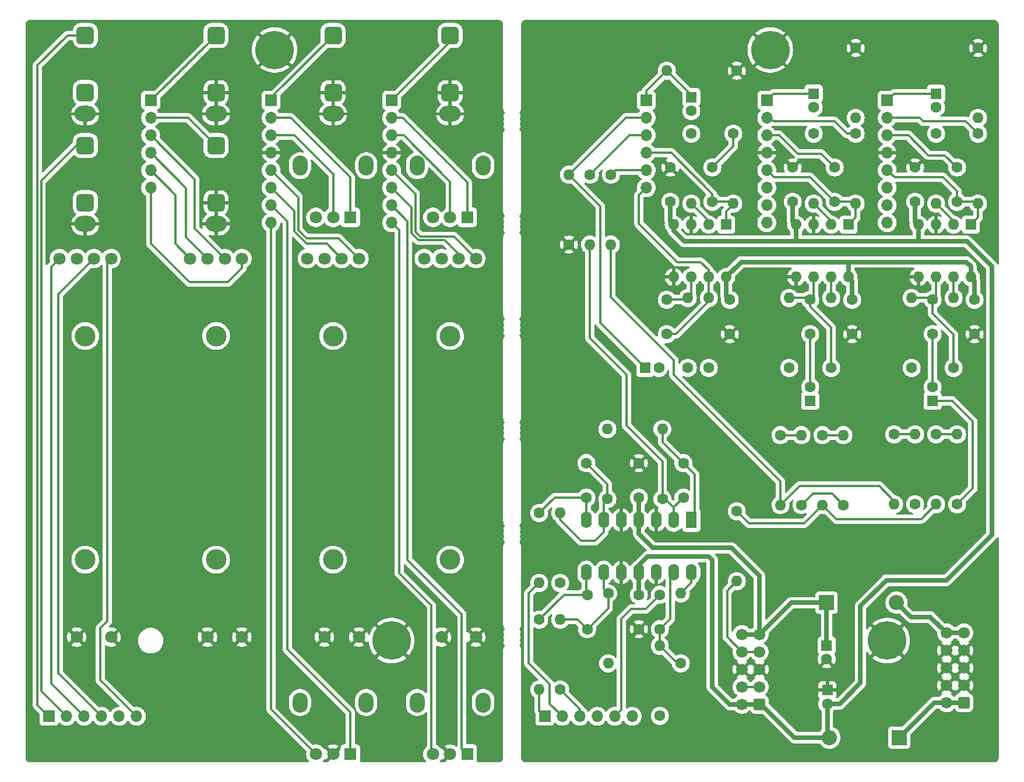
<source format=gtl>
%TF.GenerationSoftware,KiCad,Pcbnew,8.0.8*%
%TF.CreationDate,2025-02-16T22:07:09+00:00*%
%TF.ProjectId,bcm-mixer,62636d2d-6d69-4786-9572-2e6b69636164,rev02*%
%TF.SameCoordinates,Original*%
%TF.FileFunction,Copper,L1,Top*%
%TF.FilePolarity,Positive*%
%FSLAX46Y46*%
G04 Gerber Fmt 4.6, Leading zero omitted, Abs format (unit mm)*
G04 Created by KiCad (PCBNEW 8.0.8) date 2025-02-16 22:07:09*
%MOMM*%
%LPD*%
G01*
G04 APERTURE LIST*
G04 Aperture macros list*
%AMRoundRect*
0 Rectangle with rounded corners*
0 $1 Rounding radius*
0 $2 $3 $4 $5 $6 $7 $8 $9 X,Y pos of 4 corners*
0 Add a 4 corners polygon primitive as box body*
4,1,4,$2,$3,$4,$5,$6,$7,$8,$9,$2,$3,0*
0 Add four circle primitives for the rounded corners*
1,1,$1+$1,$2,$3*
1,1,$1+$1,$4,$5*
1,1,$1+$1,$6,$7*
1,1,$1+$1,$8,$9*
0 Add four rect primitives between the rounded corners*
20,1,$1+$1,$2,$3,$4,$5,0*
20,1,$1+$1,$4,$5,$6,$7,0*
20,1,$1+$1,$6,$7,$8,$9,0*
20,1,$1+$1,$8,$9,$2,$3,0*%
G04 Aperture macros list end*
%TA.AperFunction,ComponentPad*%
%ADD10O,3.100000X2.300000*%
%TD*%
%TA.AperFunction,ComponentPad*%
%ADD11RoundRect,0.650000X0.650000X0.650000X-0.650000X0.650000X-0.650000X-0.650000X0.650000X-0.650000X0*%
%TD*%
%TA.AperFunction,ComponentPad*%
%ADD12C,1.600000*%
%TD*%
%TA.AperFunction,ComponentPad*%
%ADD13O,1.600000X1.600000*%
%TD*%
%TA.AperFunction,ComponentPad*%
%ADD14RoundRect,0.250000X0.600000X0.600000X-0.600000X0.600000X-0.600000X-0.600000X0.600000X-0.600000X0*%
%TD*%
%TA.AperFunction,ComponentPad*%
%ADD15C,1.700000*%
%TD*%
%TA.AperFunction,ComponentPad*%
%ADD16R,1.700000X1.700000*%
%TD*%
%TA.AperFunction,ComponentPad*%
%ADD17O,1.700000X1.700000*%
%TD*%
%TA.AperFunction,ComponentPad*%
%ADD18R,1.600000X1.600000*%
%TD*%
%TA.AperFunction,ComponentPad*%
%ADD19C,5.600000*%
%TD*%
%TA.AperFunction,ComponentPad*%
%ADD20R,1.600000X2.400000*%
%TD*%
%TA.AperFunction,ComponentPad*%
%ADD21O,1.600000X2.400000*%
%TD*%
%TA.AperFunction,ComponentPad*%
%ADD22R,2.200000X2.200000*%
%TD*%
%TA.AperFunction,ComponentPad*%
%ADD23O,2.200000X2.200000*%
%TD*%
%TA.AperFunction,ComponentPad*%
%ADD24C,3.000000*%
%TD*%
%TA.AperFunction,ComponentPad*%
%ADD25C,1.800000*%
%TD*%
%TA.AperFunction,ComponentPad*%
%ADD26O,2.200000X2.900000*%
%TD*%
%TA.AperFunction,ComponentPad*%
%ADD27R,1.800000X1.800000*%
%TD*%
%TA.AperFunction,Conductor*%
%ADD28C,0.304800*%
%TD*%
%TA.AperFunction,Conductor*%
%ADD29C,0.635000*%
%TD*%
G04 APERTURE END LIST*
D10*
%TO.P,J2,S*%
%TO.N,GND*%
X41000000Y-82480000D03*
D11*
%TO.P,J2,T*%
%TO.N,/R_OUT_CTRL*%
X41000000Y-71080000D03*
%TO.P,J2,TN*%
%TO.N,unconnected-(J2-PadTN)*%
X41000000Y-79380000D03*
%TD*%
D10*
%TO.P,J5,S*%
%TO.N,GND*%
X60000000Y-82480000D03*
D11*
%TO.P,J5,T*%
%TO.N,/CHAN3_R_INPUT_CTRL*%
X60000000Y-71080000D03*
%TO.P,J5,TN*%
%TO.N,GND*%
X60000000Y-79380000D03*
%TD*%
D10*
%TO.P,J7,S*%
%TO.N,GND*%
X77000000Y-66480000D03*
D11*
%TO.P,J7,T*%
%TO.N,/CHAN2_INPUT_CTRL*%
X77000000Y-55080000D03*
%TO.P,J7,TN*%
%TO.N,GND*%
X77000000Y-63380000D03*
%TD*%
D10*
%TO.P,J4,S*%
%TO.N,GND*%
X60000000Y-66480000D03*
D11*
%TO.P,J4,T*%
%TO.N,/CHAN3_L_INPUT_CTRL*%
X60000000Y-55080000D03*
%TO.P,J4,TN*%
%TO.N,GND*%
X60000000Y-63380000D03*
%TD*%
D10*
%TO.P,J1,S*%
%TO.N,GND*%
X41000000Y-66480000D03*
D11*
%TO.P,J1,T*%
%TO.N,/L_OUT_CTRL*%
X41000000Y-55080000D03*
%TO.P,J1,TN*%
%TO.N,unconnected-(J1-PadTN)*%
X41000000Y-63380000D03*
%TD*%
D10*
%TO.P,J3,S*%
%TO.N,GND*%
X94000000Y-66480000D03*
D11*
%TO.P,J3,T*%
%TO.N,/CHAN1_INPUT_CTRL*%
X94000000Y-55080000D03*
%TO.P,J3,TN*%
%TO.N,GND*%
X94000000Y-63380000D03*
%TD*%
D12*
%TO.P,C2,1*%
%TO.N,MAIN_BUS_L*%
X124460000Y-141351000D03*
%TO.P,C2,2*%
%TO.N,/MAIN_L_LEVEL_CW_MAIN*%
X124460000Y-136351000D03*
%TD*%
%TO.P,R13,1*%
%TO.N,/CHAN1_PAN_CCW_MAIN*%
X164592000Y-113030000D03*
D13*
%TO.P,R13,2*%
%TO.N,MAIN_BUS_R*%
X164592000Y-123190000D03*
%TD*%
D14*
%TO.P,J8,1,Pin_1*%
%TO.N,VEE*%
X138938000Y-152273000D03*
D15*
%TO.P,J8,2,Pin_2*%
X136398000Y-152273000D03*
%TO.P,J8,3,Pin_3*%
%TO.N,Net-(J8-Pin_3)*%
X138938000Y-149733000D03*
%TO.P,J8,4,Pin_4*%
X136398000Y-149733000D03*
%TO.P,J8,5,Pin_5*%
%TO.N,GND*%
X138938000Y-147193000D03*
%TO.P,J8,6,Pin_6*%
X136398000Y-147193000D03*
%TO.P,J8,7,Pin_7*%
%TO.N,Net-(J8-Pin_7)*%
X138938000Y-144653000D03*
%TO.P,J8,8,Pin_8*%
X136398000Y-144653000D03*
%TO.P,J8,9,Pin_9*%
%TO.N,VCC*%
X138938000Y-142113000D03*
%TO.P,J8,10,Pin_10*%
X136398000Y-142113000D03*
%TD*%
D12*
%TO.P,R32,1*%
%TO.N,Net-(J14-Pin_3)*%
X114300000Y-75311000D03*
D13*
%TO.P,R32,2*%
%TO.N,MAIN_BUS_R*%
X114300000Y-85471000D03*
%TD*%
D12*
%TO.P,R28,1*%
%TO.N,/CHAN2_GAIN_CCW_MAIN*%
X152908000Y-69342000D03*
D13*
%TO.P,R28,2*%
%TO.N,/CHAN2_LEVEL_CW_MAIN*%
X152908000Y-79502000D03*
%TD*%
D16*
%TO.P,J11,1,Pin_1*%
%TO.N,/CHAN1_INPUT_CTRL*%
X85500000Y-64500000D03*
D17*
%TO.P,J11,2,Pin_2*%
%TO.N,/CHAN1_GAIN_CCW_CTRL*%
X85500000Y-67040000D03*
%TO.P,J11,3,Pin_3*%
%TO.N,/CHAN1_GAIN_CENTER_CTRL*%
X85500000Y-69580000D03*
%TO.P,J11,4,Pin_4*%
%TO.N,GND*%
X85500000Y-72120000D03*
%TO.P,J11,5,Pin_5*%
%TO.N,/CHAN1_LEVEL_CW_CTRL*%
X85500000Y-74660000D03*
%TO.P,J11,6,Pin_6*%
%TO.N,/CHAN1_LEVEL_CENTER_CTRL*%
X85500000Y-77200000D03*
%TO.P,J11,7,Pin_7*%
%TO.N,/CHAN1_PAN_CCW_CTRL*%
X85500000Y-79740000D03*
%TO.P,J11,8,Pin_8*%
%TO.N,/CHAN1_PAN_CW_CTRL*%
X85500000Y-82280000D03*
%TD*%
D12*
%TO.P,R5,1*%
%TO.N,/MAIN_R_LEVEL_CENTER_MAIN*%
X109982000Y-134620000D03*
D13*
%TO.P,R5,2*%
%TO.N,Net-(U3B--)*%
X109982000Y-124460000D03*
%TD*%
D12*
%TO.P,R31,1*%
%TO.N,Net-(J14-Pin_5)*%
X117348000Y-75311000D03*
D13*
%TO.P,R31,2*%
%TO.N,MAIN_BUS_L*%
X117348000Y-85471000D03*
%TD*%
D12*
%TO.P,R11,1*%
%TO.N,/Mono Channel 1/OUTPUT*%
X167640000Y-123190000D03*
D13*
%TO.P,R11,2*%
%TO.N,/CHAN1_PAN_CCW_MAIN*%
X167640000Y-113030000D03*
%TD*%
D12*
%TO.P,C5,1*%
%TO.N,/CHAN1_GAIN_CENTER_MAIN*%
X167640000Y-74248000D03*
%TO.P,C5,2*%
%TO.N,/CHAN1_LEVEL_CW_MAIN*%
X167640000Y-79248000D03*
%TD*%
%TO.P,R35,1*%
%TO.N,Net-(J8-Pin_3)*%
X124460000Y-153924000D03*
D13*
%TO.P,R35,2*%
%TO.N,MAIN_BUS_L*%
X124460000Y-143764000D03*
%TD*%
D12*
%TO.P,C14,1*%
%TO.N,Net-(U2A--)*%
X132080000Y-74248000D03*
%TO.P,C14,2*%
%TO.N,/CHAN3_L_OUTPUT_MAIN*%
X132080000Y-79248000D03*
%TD*%
%TO.P,R22,1*%
%TO.N,Net-(C17-Pad2)*%
X128524000Y-103378000D03*
D13*
%TO.P,R22,2*%
%TO.N,Net-(U2B--)*%
X128524000Y-93218000D03*
%TD*%
D12*
%TO.P,R20,1*%
%TO.N,GND*%
X135636000Y-60198000D03*
D13*
%TO.P,R20,2*%
%TO.N,/CHAN3_L_INPUT_MAIN*%
X125476000Y-60198000D03*
%TD*%
D18*
%TO.P,U4,1*%
%TO.N,/CHAN2_LEVEL_CW_MAIN*%
X151882000Y-82560000D03*
D13*
%TO.P,U4,2,-*%
%TO.N,/CHAN2_GAIN_CENTER_MAIN*%
X149342000Y-82560000D03*
%TO.P,U4,3,+*%
%TO.N,GND*%
X146802000Y-82560000D03*
%TO.P,U4,4,V-*%
%TO.N,VEE*%
X144262000Y-82560000D03*
%TO.P,U4,5,+*%
%TO.N,GND*%
X144262000Y-90180000D03*
%TO.P,U4,6,-*%
%TO.N,Net-(U4B--)*%
X146802000Y-90180000D03*
%TO.P,U4,7*%
%TO.N,Net-(C25-Pad2)*%
X149342000Y-90180000D03*
%TO.P,U4,8,V+*%
%TO.N,VCC*%
X151882000Y-90180000D03*
%TD*%
D12*
%TO.P,R16,1*%
%TO.N,/Mono Channel 2/OUTPUT*%
X145034000Y-123317000D03*
D13*
%TO.P,R16,2*%
%TO.N,/CHAN2_PAN_CW_MAIN*%
X145034000Y-113157000D03*
%TD*%
D12*
%TO.P,R30,1*%
%TO.N,Net-(U4B--)*%
X149352000Y-103378000D03*
D13*
%TO.P,R30,2*%
%TO.N,Net-(C25-Pad2)*%
X149352000Y-93218000D03*
%TD*%
D12*
%TO.P,C4,1*%
%TO.N,Net-(U3C--)*%
X113919000Y-141351000D03*
%TO.P,C4,2*%
%TO.N,/Main Channel/L_OUT*%
X113919000Y-136351000D03*
%TD*%
%TO.P,R21,1*%
%TO.N,GND*%
X111252000Y-85471000D03*
D13*
%TO.P,R21,2*%
%TO.N,/CHAN3_R_INPUT_MAIN*%
X111252000Y-75311000D03*
%TD*%
D12*
%TO.P,R9,1*%
%TO.N,Net-(U1B--)*%
X167132000Y-103378000D03*
D13*
%TO.P,R9,2*%
%TO.N,Net-(C6-Pad2)*%
X167132000Y-93218000D03*
%TD*%
D12*
%TO.P,R24,1*%
%TO.N,/CHAN2_PAN_CCW_MAIN*%
X148082000Y-113157000D03*
D13*
%TO.P,R24,2*%
%TO.N,MAIN_BUS_R*%
X148082000Y-123317000D03*
%TD*%
D12*
%TO.P,R41,1*%
%TO.N,/Main Channel/R_OUT*%
X106934000Y-124460000D03*
D13*
%TO.P,R41,2*%
%TO.N,/R_OUT_MAIN*%
X106934000Y-134620000D03*
%TD*%
D16*
%TO.P,J15,1,Pin_1*%
%TO.N,/CHAN3_L_INPUT_CTRL*%
X50500000Y-64500000D03*
D17*
%TO.P,J15,2,Pin_2*%
%TO.N,/CHAN3_R_INPUT_CTRL*%
X50500000Y-67040000D03*
%TO.P,J15,3,Pin_3*%
%TO.N,/CHAN3_R_SIGNAL_CTRL*%
X50500000Y-69580000D03*
%TO.P,J15,4,Pin_4*%
%TO.N,/CHAN3_L_OUTPUT_CTRL*%
X50500000Y-72120000D03*
%TO.P,J15,5,Pin_5*%
%TO.N,/CHAN3_L_SIGNAL_CTRL*%
X50500000Y-74660000D03*
%TO.P,J15,6,Pin_6*%
%TO.N,/CHAN3_R_OUTPUT_CTRL*%
X50500000Y-77200000D03*
%TD*%
D12*
%TO.P,C12,1*%
%TO.N,VEE*%
X121412000Y-136351000D03*
%TO.P,C12,2*%
%TO.N,GND*%
X121412000Y-141351000D03*
%TD*%
%TO.P,R23,1*%
%TO.N,Net-(U2B--)*%
X131572000Y-103378000D03*
D13*
%TO.P,R23,2*%
%TO.N,/CHAN3_R_OUTPUT_MAIN*%
X131572000Y-93218000D03*
%TD*%
D19*
%TO.P,H4,1,1*%
%TO.N,GND*%
X157500000Y-143000000D03*
%TD*%
D14*
%TO.P,J6,1,-12V*%
%TO.N,Net-(D2-K)*%
X168656000Y-152041500D03*
D15*
%TO.P,J6,2,-12V*%
X166116000Y-152041500D03*
%TO.P,J6,3,GND*%
%TO.N,GND*%
X168656000Y-149501500D03*
%TO.P,J6,4,GND*%
X166116000Y-149501500D03*
%TO.P,J6,5,GND*%
X168656000Y-146961500D03*
%TO.P,J6,6,GND*%
X166116000Y-146961500D03*
%TO.P,J6,7,GND*%
X168656000Y-144421500D03*
%TO.P,J6,8,GND*%
X166116000Y-144421500D03*
%TO.P,J6,9,+12V*%
%TO.N,Net-(D1-A)*%
X168656000Y-141881500D03*
%TO.P,J6,10,+12V*%
X166116000Y-141881500D03*
%TD*%
D12*
%TO.P,R15,1*%
%TO.N,Net-(U3B--)*%
X116840000Y-122428000D03*
D13*
%TO.P,R15,2*%
%TO.N,/Main Channel/R_OUT*%
X116840000Y-112268000D03*
%TD*%
D12*
%TO.P,C11,1*%
%TO.N,GND*%
X121412000Y-117221000D03*
%TO.P,C11,2*%
%TO.N,VCC*%
X121412000Y-122221000D03*
%TD*%
%TO.P,C9,1*%
%TO.N,VEE*%
X161544000Y-79248000D03*
%TO.P,C9,2*%
%TO.N,GND*%
X161544000Y-74248000D03*
%TD*%
D16*
%TO.P,J12,1,Pin_1*%
%TO.N,/CHAN2_INPUT_CTRL*%
X68000000Y-64500000D03*
D17*
%TO.P,J12,2,Pin_2*%
%TO.N,/CHAN2_GAIN_CCW_CTRL*%
X68000000Y-67040000D03*
%TO.P,J12,3,Pin_3*%
%TO.N,/CHAN2_GAIN_CENTER_CTRL*%
X68000000Y-69580000D03*
%TO.P,J12,4,Pin_4*%
%TO.N,GND*%
X68000000Y-72120000D03*
%TO.P,J12,5,Pin_5*%
%TO.N,/CHAN2_LEVEL_CW_CTRL*%
X68000000Y-74660000D03*
%TO.P,J12,6,Pin_6*%
%TO.N,/CHAN2_LEVEL_CENTER_CTRL*%
X68000000Y-77200000D03*
%TO.P,J12,7,Pin_7*%
%TO.N,/CHAN2_PAN_CCW_CTRL*%
X68000000Y-79740000D03*
%TO.P,J12,8,Pin_8*%
%TO.N,/CHAN2_PAN_CW_CTRL*%
X68000000Y-82280000D03*
%TD*%
D12*
%TO.P,R27,1*%
%TO.N,Net-(C21-Pad2)*%
X146812000Y-69342000D03*
D13*
%TO.P,R27,2*%
%TO.N,/CHAN2_GAIN_CENTER_MAIN*%
X146812000Y-79502000D03*
%TD*%
D18*
%TO.P,C7,1*%
%TO.N,/Mono Channel 1/OUTPUT*%
X164084000Y-108172000D03*
D12*
%TO.P,C7,2*%
%TO.N,Net-(C6-Pad2)*%
X164084000Y-106172000D03*
%TD*%
%TO.P,R10,1*%
%TO.N,/Mono Channel 1/OUTPUT*%
X161544000Y-123190000D03*
D13*
%TO.P,R10,2*%
%TO.N,/CHAN1_PAN_CW_MAIN*%
X161544000Y-113030000D03*
%TD*%
D18*
%TO.P,C20,1*%
%TO.N,GND*%
X148800000Y-150200000D03*
D12*
%TO.P,C20,2*%
%TO.N,VEE*%
X148800000Y-152200000D03*
%TD*%
D18*
%TO.P,C17,1*%
%TO.N,/CHAN3_R_INPUT_MAIN*%
X122333000Y-103378000D03*
D12*
%TO.P,C17,2*%
%TO.N,Net-(C17-Pad2)*%
X124333000Y-103378000D03*
%TD*%
%TO.P,R8,1*%
%TO.N,/CHAN1_LEVEL_CENTER_MAIN*%
X161036000Y-103378000D03*
D13*
%TO.P,R8,2*%
%TO.N,Net-(U1B--)*%
X161036000Y-93218000D03*
%TD*%
D12*
%TO.P,R26,1*%
%TO.N,GND*%
X152908000Y-56896000D03*
D13*
%TO.P,R26,2*%
%TO.N,/CHAN2_INPUT_MAIN*%
X152908000Y-67056000D03*
%TD*%
D12*
%TO.P,R7,1*%
%TO.N,/CHAN1_GAIN_CCW_MAIN*%
X170688000Y-69342000D03*
D13*
%TO.P,R7,2*%
%TO.N,/CHAN1_LEVEL_CW_MAIN*%
X170688000Y-79502000D03*
%TD*%
D18*
%TO.P,C19,1*%
%TO.N,VCC*%
X148700000Y-143700000D03*
D12*
%TO.P,C19,2*%
%TO.N,GND*%
X148700000Y-145700000D03*
%TD*%
D18*
%TO.P,C26,1*%
%TO.N,/Mono Channel 2/OUTPUT*%
X146304000Y-108172000D03*
D12*
%TO.P,C26,2*%
%TO.N,Net-(C25-Pad2)*%
X146304000Y-106172000D03*
%TD*%
%TO.P,C10,1*%
%TO.N,Net-(U3B--)*%
X113792000Y-117221000D03*
%TO.P,C10,2*%
%TO.N,/Main Channel/R_OUT*%
X113792000Y-122221000D03*
%TD*%
D20*
%TO.P,U3,1*%
%TO.N,/MAIN_R_LEVEL_CW_MAIN*%
X129037000Y-125486000D03*
D21*
%TO.P,U3,2,-*%
%TO.N,MAIN_BUS_R*%
X126497000Y-125486000D03*
%TO.P,U3,3,+*%
%TO.N,GND*%
X123957000Y-125486000D03*
%TO.P,U3,4,V+*%
%TO.N,VCC*%
X121417000Y-125486000D03*
%TO.P,U3,5,+*%
%TO.N,GND*%
X118877000Y-125486000D03*
%TO.P,U3,6,-*%
%TO.N,Net-(U3B--)*%
X116337000Y-125486000D03*
%TO.P,U3,7*%
%TO.N,/Main Channel/R_OUT*%
X113797000Y-125486000D03*
%TO.P,U3,8*%
%TO.N,/Main Channel/L_OUT*%
X113797000Y-133106000D03*
%TO.P,U3,9,-*%
%TO.N,Net-(U3C--)*%
X116337000Y-133106000D03*
%TO.P,U3,10,+*%
%TO.N,GND*%
X118877000Y-133106000D03*
%TO.P,U3,11,V-*%
%TO.N,VEE*%
X121417000Y-133106000D03*
%TO.P,U3,12,+*%
%TO.N,GND*%
X123957000Y-133106000D03*
%TO.P,U3,13,-*%
%TO.N,MAIN_BUS_L*%
X126497000Y-133106000D03*
%TO.P,U3,14*%
%TO.N,/MAIN_L_LEVEL_CW_MAIN*%
X129037000Y-133106000D03*
%TD*%
D18*
%TO.P,C1,1*%
%TO.N,/CHAN1_INPUT_MAIN*%
X164592000Y-63532000D03*
D12*
%TO.P,C1,2*%
%TO.N,Net-(C1-Pad2)*%
X164592000Y-65532000D03*
%TD*%
%TO.P,R14,1*%
%TO.N,Net-(U3C--)*%
X116967000Y-136144000D03*
D13*
%TO.P,R14,2*%
%TO.N,/Main Channel/L_OUT*%
X116967000Y-146304000D03*
%TD*%
D12*
%TO.P,R3,1*%
%TO.N,MAIN_BUS_R*%
X124841000Y-122428000D03*
D13*
%TO.P,R3,2*%
%TO.N,/MAIN_R_LEVEL_CW_MAIN*%
X124841000Y-112268000D03*
%TD*%
D19*
%TO.P,H1,1,1*%
%TO.N,GND*%
X68500000Y-57200000D03*
%TD*%
D12*
%TO.P,R17,1*%
%TO.N,/Mono Channel 2/OUTPUT*%
X151130000Y-123317000D03*
D13*
%TO.P,R17,2*%
%TO.N,/CHAN2_PAN_CCW_MAIN*%
X151130000Y-113157000D03*
%TD*%
D12*
%TO.P,C3,1*%
%TO.N,MAIN_BUS_R*%
X127889000Y-122221000D03*
%TO.P,C3,2*%
%TO.N,/MAIN_R_LEVEL_CW_MAIN*%
X127889000Y-117221000D03*
%TD*%
D22*
%TO.P,D1,1,K*%
%TO.N,VCC*%
X148700000Y-137500000D03*
D23*
%TO.P,D1,2,A*%
%TO.N,Net-(D1-A)*%
X158860000Y-137500000D03*
%TD*%
D18*
%TO.P,U2,1*%
%TO.N,/CHAN3_L_OUTPUT_MAIN*%
X134102000Y-82560000D03*
D13*
%TO.P,U2,2,-*%
%TO.N,Net-(U2A--)*%
X131562000Y-82560000D03*
%TO.P,U2,3,+*%
%TO.N,GND*%
X129022000Y-82560000D03*
%TO.P,U2,4,V-*%
%TO.N,VEE*%
X126482000Y-82560000D03*
%TO.P,U2,5,+*%
%TO.N,GND*%
X126482000Y-90180000D03*
%TO.P,U2,6,-*%
%TO.N,Net-(U2B--)*%
X129022000Y-90180000D03*
%TO.P,U2,7*%
%TO.N,/CHAN3_R_OUTPUT_MAIN*%
X131562000Y-90180000D03*
%TO.P,U2,8,V+*%
%TO.N,VCC*%
X134102000Y-90180000D03*
%TD*%
D12*
%TO.P,R18,1*%
%TO.N,Net-(C13-Pad2)*%
X129032000Y-69342000D03*
D13*
%TO.P,R18,2*%
%TO.N,Net-(U2A--)*%
X129032000Y-79502000D03*
%TD*%
D18*
%TO.P,C13,1*%
%TO.N,/CHAN3_L_INPUT_MAIN*%
X129032000Y-64040000D03*
D12*
%TO.P,C13,2*%
%TO.N,Net-(C13-Pad2)*%
X129032000Y-66040000D03*
%TD*%
%TO.P,R1,1*%
%TO.N,GND*%
X170688000Y-56896000D03*
D13*
%TO.P,R1,2*%
%TO.N,/CHAN1_INPUT_MAIN*%
X170688000Y-67056000D03*
%TD*%
D16*
%TO.P,J16,1,Pin_1*%
%TO.N,/L_OUT_CTRL*%
X35750000Y-154000000D03*
D17*
%TO.P,J16,2,Pin_2*%
%TO.N,/R_OUT_CTRL*%
X38290000Y-154000000D03*
%TO.P,J16,3,Pin_3*%
%TO.N,/MAIN_L_LEVEL_CENTER_CTRL*%
X40830000Y-154000000D03*
%TO.P,J16,4,Pin_4*%
%TO.N,/MAIN_R_LEVEL_CENTER_CTRL*%
X43370000Y-154000000D03*
%TO.P,J16,5,Pin_5*%
%TO.N,/MAIN_L_LEVEL_CW_CTRL*%
X45910000Y-154000000D03*
%TO.P,J16,6,Pin_6*%
%TO.N,/MAIN_R_LEVEL_CW_CTRL*%
X48450000Y-154000000D03*
%TD*%
D19*
%TO.P,H3,1,1*%
%TO.N,GND*%
X85500000Y-143002000D03*
%TD*%
D12*
%TO.P,C16,1*%
%TO.N,VEE*%
X125984000Y-79248000D03*
%TO.P,C16,2*%
%TO.N,GND*%
X125984000Y-74248000D03*
%TD*%
%TO.P,C25,1*%
%TO.N,Net-(U4B--)*%
X146304000Y-93472000D03*
%TO.P,C25,2*%
%TO.N,Net-(C25-Pad2)*%
X146304000Y-98472000D03*
%TD*%
%TO.P,C8,1*%
%TO.N,GND*%
X170180000Y-98472000D03*
%TO.P,C8,2*%
%TO.N,VCC*%
X170180000Y-93472000D03*
%TD*%
D18*
%TO.P,U1,1*%
%TO.N,/CHAN1_LEVEL_CW_MAIN*%
X169662000Y-82560000D03*
D13*
%TO.P,U1,2,-*%
%TO.N,/CHAN1_GAIN_CENTER_MAIN*%
X167122000Y-82560000D03*
%TO.P,U1,3,+*%
%TO.N,GND*%
X164582000Y-82560000D03*
%TO.P,U1,4,V-*%
%TO.N,VEE*%
X162042000Y-82560000D03*
%TO.P,U1,5,+*%
%TO.N,GND*%
X162042000Y-90180000D03*
%TO.P,U1,6,-*%
%TO.N,Net-(U1B--)*%
X164582000Y-90180000D03*
%TO.P,U1,7*%
%TO.N,Net-(C6-Pad2)*%
X167122000Y-90180000D03*
%TO.P,U1,8,V+*%
%TO.N,VCC*%
X169662000Y-90180000D03*
%TD*%
D12*
%TO.P,R40,1*%
%TO.N,/Main Channel/L_OUT*%
X106934000Y-139954000D03*
D13*
%TO.P,R40,2*%
%TO.N,/L_OUT_MAIN*%
X106934000Y-150114000D03*
%TD*%
D12*
%TO.P,R6,1*%
%TO.N,Net-(C1-Pad2)*%
X164592000Y-69342000D03*
D13*
%TO.P,R6,2*%
%TO.N,/CHAN1_GAIN_CENTER_MAIN*%
X164592000Y-79502000D03*
%TD*%
D12*
%TO.P,R36,1*%
%TO.N,MAIN_BUS_R*%
X135636000Y-124206000D03*
D13*
%TO.P,R36,2*%
%TO.N,Net-(J8-Pin_7)*%
X135636000Y-134366000D03*
%TD*%
D12*
%TO.P,C18,1*%
%TO.N,Net-(U2B--)*%
X125476000Y-93472000D03*
%TO.P,C18,2*%
%TO.N,/CHAN3_R_OUTPUT_MAIN*%
X125476000Y-98472000D03*
%TD*%
%TO.P,R25,1*%
%TO.N,/CHAN2_PAN_CW_MAIN*%
X141986000Y-113157000D03*
D13*
%TO.P,R25,2*%
%TO.N,MAIN_BUS_L*%
X141986000Y-123317000D03*
%TD*%
D22*
%TO.P,D2,1,K*%
%TO.N,Net-(D2-K)*%
X159258000Y-157099000D03*
D23*
%TO.P,D2,2,A*%
%TO.N,VEE*%
X149098000Y-157099000D03*
%TD*%
D12*
%TO.P,R12,1*%
%TO.N,/CHAN1_PAN_CW_MAIN*%
X158496000Y-113030000D03*
D13*
%TO.P,R12,2*%
%TO.N,MAIN_BUS_L*%
X158496000Y-123190000D03*
%TD*%
D12*
%TO.P,R19,1*%
%TO.N,Net-(U2A--)*%
X135128000Y-69342000D03*
D13*
%TO.P,R19,2*%
%TO.N,/CHAN3_L_OUTPUT_MAIN*%
X135128000Y-79502000D03*
%TD*%
D19*
%TO.P,H2,1,1*%
%TO.N,GND*%
X140500000Y-57200000D03*
%TD*%
D12*
%TO.P,C15,1*%
%TO.N,GND*%
X134620000Y-98472000D03*
%TO.P,C15,2*%
%TO.N,VCC*%
X134620000Y-93472000D03*
%TD*%
%TO.P,R2,1*%
%TO.N,MAIN_BUS_L*%
X127508000Y-146304000D03*
D13*
%TO.P,R2,2*%
%TO.N,/MAIN_L_LEVEL_CW_MAIN*%
X127508000Y-136144000D03*
%TD*%
D12*
%TO.P,R29,1*%
%TO.N,/CHAN2_LEVEL_CENTER_MAIN*%
X143256000Y-103378000D03*
D13*
%TO.P,R29,2*%
%TO.N,Net-(U4B--)*%
X143256000Y-93218000D03*
%TD*%
D12*
%TO.P,R4,1*%
%TO.N,/MAIN_L_LEVEL_CENTER_MAIN*%
X109982000Y-150114000D03*
D13*
%TO.P,R4,2*%
%TO.N,Net-(U3C--)*%
X109982000Y-139954000D03*
%TD*%
D12*
%TO.P,C22,1*%
%TO.N,/CHAN2_GAIN_CENTER_MAIN*%
X149860000Y-74248000D03*
%TO.P,C22,2*%
%TO.N,/CHAN2_LEVEL_CW_MAIN*%
X149860000Y-79248000D03*
%TD*%
D18*
%TO.P,C21,1*%
%TO.N,/CHAN2_INPUT_MAIN*%
X146812000Y-63532000D03*
D12*
%TO.P,C21,2*%
%TO.N,Net-(C21-Pad2)*%
X146812000Y-65532000D03*
%TD*%
%TO.P,C23,1*%
%TO.N,GND*%
X152400000Y-98472000D03*
%TO.P,C23,2*%
%TO.N,VCC*%
X152400000Y-93472000D03*
%TD*%
%TO.P,C6,1*%
%TO.N,Net-(U1B--)*%
X164084000Y-93472000D03*
%TO.P,C6,2*%
%TO.N,Net-(C6-Pad2)*%
X164084000Y-98472000D03*
%TD*%
%TO.P,C24,1*%
%TO.N,VEE*%
X143764000Y-79248000D03*
%TO.P,C24,2*%
%TO.N,GND*%
X143764000Y-74248000D03*
%TD*%
D24*
%TO.P,RV3,*%
%TO.N,*%
X94000000Y-131250000D03*
X94000000Y-98750000D03*
D25*
%TO.P,RV3,1,1*%
%TO.N,/CHAN1_LEVEL_CW_CTRL*%
X97750000Y-87500000D03*
%TO.P,RV3,2,2*%
%TO.N,/CHAN1_LEVEL_CENTER_CTRL*%
X95250000Y-87500000D03*
%TO.P,RV3,3,3*%
%TO.N,GND*%
X97750000Y-142500000D03*
%TO.P,RV3,4,4*%
%TO.N,unconnected-(RV3-Pad4)*%
X92750000Y-87500000D03*
%TO.P,RV3,5,5*%
%TO.N,unconnected-(RV3-Pad5)*%
X90250000Y-87500000D03*
%TO.P,RV3,6,6*%
%TO.N,GND*%
X92750000Y-142500000D03*
%TD*%
D24*
%TO.P,RV6,*%
%TO.N,*%
X77000000Y-131250000D03*
X77000000Y-98750000D03*
D25*
%TO.P,RV6,1,1*%
%TO.N,/CHAN2_LEVEL_CW_CTRL*%
X80750000Y-87500000D03*
%TO.P,RV6,2,2*%
%TO.N,/CHAN2_LEVEL_CENTER_CTRL*%
X78250000Y-87500000D03*
%TO.P,RV6,3,3*%
%TO.N,GND*%
X80750000Y-142500000D03*
%TO.P,RV6,4,4*%
%TO.N,unconnected-(RV6-Pad4)*%
X75750000Y-87500000D03*
%TO.P,RV6,5,5*%
%TO.N,unconnected-(RV6-Pad5)*%
X73250000Y-87500000D03*
%TO.P,RV6,6,6*%
%TO.N,GND*%
X75750000Y-142500000D03*
%TD*%
D26*
%TO.P,RV9,*%
%TO.N,*%
X98800000Y-152000000D03*
X89200000Y-152000000D03*
D27*
%TO.P,RV9,1,1*%
%TO.N,/CHAN1_PAN_CCW_CTRL*%
X96500000Y-159500000D03*
D25*
%TO.P,RV9,2,2*%
%TO.N,GND*%
X94000000Y-159500000D03*
%TO.P,RV9,3,3*%
%TO.N,/CHAN1_PAN_CW_CTRL*%
X91500000Y-159500000D03*
%TD*%
D16*
%TO.P,J10,1,Pin_1*%
%TO.N,/CHAN1_INPUT_MAIN*%
X157500000Y-64500000D03*
D17*
%TO.P,J10,2,Pin_2*%
%TO.N,/CHAN1_GAIN_CCW_MAIN*%
X157500000Y-67040000D03*
%TO.P,J10,3,Pin_3*%
%TO.N,/CHAN1_GAIN_CENTER_MAIN*%
X157500000Y-69580000D03*
%TO.P,J10,4,Pin_4*%
%TO.N,GND*%
X157500000Y-72120000D03*
%TO.P,J10,5,Pin_5*%
%TO.N,/CHAN1_LEVEL_CW_MAIN*%
X157500000Y-74660000D03*
%TO.P,J10,6,Pin_6*%
%TO.N,/CHAN1_LEVEL_CENTER_MAIN*%
X157500000Y-77200000D03*
%TO.P,J10,7,Pin_7*%
%TO.N,/CHAN1_PAN_CCW_MAIN*%
X157500000Y-79740000D03*
%TO.P,J10,8,Pin_8*%
%TO.N,/CHAN1_PAN_CW_MAIN*%
X157500000Y-82280000D03*
%TD*%
D26*
%TO.P,RV5,*%
%TO.N,*%
X81800000Y-74000000D03*
X72200000Y-74000000D03*
D27*
%TO.P,RV5,1,1*%
%TO.N,/CHAN2_GAIN_CCW_CTRL*%
X79500000Y-81500000D03*
D25*
%TO.P,RV5,2,2*%
%TO.N,/CHAN2_GAIN_CENTER_CTRL*%
X77000000Y-81500000D03*
%TO.P,RV5,3,3*%
%TO.N,unconnected-(RV5-Pad3)*%
X74500000Y-81500000D03*
%TD*%
D24*
%TO.P,RV1,*%
%TO.N,*%
X41000000Y-131250000D03*
X41000000Y-98750000D03*
D25*
%TO.P,RV1,1,1*%
%TO.N,/MAIN_R_LEVEL_CW_CTRL*%
X44750000Y-87500000D03*
%TO.P,RV1,2,2*%
%TO.N,/MAIN_R_LEVEL_CENTER_CTRL*%
X42250000Y-87500000D03*
%TO.P,RV1,3,3*%
%TO.N,GND*%
X44750000Y-142500000D03*
%TO.P,RV1,4,4*%
%TO.N,/MAIN_L_LEVEL_CW_CTRL*%
X39750000Y-87500000D03*
%TO.P,RV1,5,5*%
%TO.N,/MAIN_L_LEVEL_CENTER_CTRL*%
X37250000Y-87500000D03*
%TO.P,RV1,6,6*%
%TO.N,GND*%
X39750000Y-142500000D03*
%TD*%
D16*
%TO.P,J14,1,Pin_1*%
%TO.N,/CHAN3_L_INPUT_MAIN*%
X122500000Y-64500000D03*
D17*
%TO.P,J14,2,Pin_2*%
%TO.N,/CHAN3_R_INPUT_MAIN*%
X122500000Y-67040000D03*
%TO.P,J14,3,Pin_3*%
%TO.N,Net-(J14-Pin_3)*%
X122500000Y-69580000D03*
%TO.P,J14,4,Pin_4*%
%TO.N,/CHAN3_L_OUTPUT_MAIN*%
X122500000Y-72120000D03*
%TO.P,J14,5,Pin_5*%
%TO.N,Net-(J14-Pin_5)*%
X122500000Y-74660000D03*
%TO.P,J14,6,Pin_6*%
%TO.N,/CHAN3_R_OUTPUT_MAIN*%
X122500000Y-77200000D03*
%TD*%
D26*
%TO.P,RV10,*%
%TO.N,*%
X81800000Y-152000000D03*
X72200000Y-152000000D03*
D27*
%TO.P,RV10,1,1*%
%TO.N,/CHAN2_PAN_CCW_CTRL*%
X79500000Y-159500000D03*
D25*
%TO.P,RV10,2,2*%
%TO.N,GND*%
X77000000Y-159500000D03*
%TO.P,RV10,3,3*%
%TO.N,/CHAN2_PAN_CW_CTRL*%
X74500000Y-159500000D03*
%TD*%
D26*
%TO.P,RV2,*%
%TO.N,*%
X98800000Y-74000000D03*
X89200000Y-74000000D03*
D27*
%TO.P,RV2,1,1*%
%TO.N,/CHAN1_GAIN_CCW_CTRL*%
X96500000Y-81500000D03*
D25*
%TO.P,RV2,2,2*%
%TO.N,/CHAN1_GAIN_CENTER_CTRL*%
X94000000Y-81500000D03*
%TO.P,RV2,3,3*%
%TO.N,unconnected-(RV2-Pad3)*%
X91500000Y-81500000D03*
%TD*%
D24*
%TO.P,RV4,*%
%TO.N,*%
X60000000Y-131250000D03*
X60000000Y-98750000D03*
D25*
%TO.P,RV4,1,1*%
%TO.N,/CHAN3_R_OUTPUT_CTRL*%
X63750000Y-87500000D03*
%TO.P,RV4,2,2*%
%TO.N,/CHAN3_R_SIGNAL_CTRL*%
X61250000Y-87500000D03*
%TO.P,RV4,3,3*%
%TO.N,GND*%
X63750000Y-142500000D03*
%TO.P,RV4,4,4*%
%TO.N,/CHAN3_L_OUTPUT_CTRL*%
X58750000Y-87500000D03*
%TO.P,RV4,5,5*%
%TO.N,/CHAN3_L_SIGNAL_CTRL*%
X56250000Y-87500000D03*
%TO.P,RV4,6,6*%
%TO.N,GND*%
X58750000Y-142500000D03*
%TD*%
D16*
%TO.P,J17,1,Pin_1*%
%TO.N,/L_OUT_MAIN*%
X107750000Y-154000000D03*
D17*
%TO.P,J17,2,Pin_2*%
%TO.N,/R_OUT_MAIN*%
X110290000Y-154000000D03*
%TO.P,J17,3,Pin_3*%
%TO.N,/MAIN_L_LEVEL_CENTER_MAIN*%
X112830000Y-154000000D03*
%TO.P,J17,4,Pin_4*%
%TO.N,/MAIN_R_LEVEL_CENTER_MAIN*%
X115370000Y-154000000D03*
%TO.P,J17,5,Pin_5*%
%TO.N,/MAIN_L_LEVEL_CW_MAIN*%
X117910000Y-154000000D03*
%TO.P,J17,6,Pin_6*%
%TO.N,/MAIN_R_LEVEL_CW_MAIN*%
X120450000Y-154000000D03*
%TD*%
D16*
%TO.P,J13,1,Pin_1*%
%TO.N,/CHAN2_INPUT_MAIN*%
X140000000Y-64500000D03*
D17*
%TO.P,J13,2,Pin_2*%
%TO.N,/CHAN2_GAIN_CCW_MAIN*%
X140000000Y-67040000D03*
%TO.P,J13,3,Pin_3*%
%TO.N,/CHAN2_GAIN_CENTER_MAIN*%
X140000000Y-69580000D03*
%TO.P,J13,4,Pin_4*%
%TO.N,GND*%
X140000000Y-72120000D03*
%TO.P,J13,5,Pin_5*%
%TO.N,/CHAN2_LEVEL_CW_MAIN*%
X140000000Y-74660000D03*
%TO.P,J13,6,Pin_6*%
%TO.N,/CHAN2_LEVEL_CENTER_MAIN*%
X140000000Y-77200000D03*
%TO.P,J13,7,Pin_7*%
%TO.N,/CHAN2_PAN_CCW_MAIN*%
X140000000Y-79740000D03*
%TO.P,J13,8,Pin_8*%
%TO.N,/CHAN2_PAN_CW_MAIN*%
X140000000Y-82280000D03*
%TD*%
D28*
%TO.N,/MAIN_R_LEVEL_CW_CTRL*%
X44750000Y-87500000D02*
X44196000Y-88054000D01*
X43180000Y-141224000D02*
X43180000Y-148730000D01*
X44196000Y-88054000D02*
X44196000Y-140208000D01*
X44196000Y-140208000D02*
X43180000Y-141224000D01*
X43180000Y-148730000D02*
X48450000Y-154000000D01*
%TO.N,/CHAN1_INPUT_MAIN*%
X158468000Y-63532000D02*
X164592000Y-63532000D01*
X157500000Y-64500000D02*
X158468000Y-63532000D01*
%TO.N,/MAIN_L_LEVEL_CW_MAIN*%
X118872000Y-153038000D02*
X117910000Y-154000000D01*
X122381000Y-138430000D02*
X120269000Y-138430000D01*
X129037000Y-134615000D02*
X127508000Y-136144000D01*
X129037000Y-133106000D02*
X129037000Y-134615000D01*
X120269000Y-138430000D02*
X118872000Y-139827000D01*
X118872000Y-139827000D02*
X118872000Y-153038000D01*
X124460000Y-136351000D02*
X122381000Y-138430000D01*
%TO.N,MAIN_BUS_L*%
X158432500Y-122618500D02*
X156337000Y-120523000D01*
X117348000Y-93091000D02*
X126492000Y-102235000D01*
X126492000Y-102235000D02*
X126492000Y-104394000D01*
X125984000Y-133619000D02*
X125984000Y-139827000D01*
X117348000Y-85471000D02*
X117348000Y-93091000D01*
X125984000Y-139827000D02*
X124460000Y-141351000D01*
X126492000Y-104394000D02*
X141986000Y-119888000D01*
X141986000Y-123317000D02*
X144780000Y-120523000D01*
X124460000Y-141351000D02*
X124460000Y-143764000D01*
X158432500Y-123126500D02*
X158432500Y-122618500D01*
X127000000Y-146304000D02*
X127508000Y-146304000D01*
X124460000Y-143764000D02*
X127000000Y-146304000D01*
X144780000Y-120523000D02*
X156337000Y-120523000D01*
X126497000Y-133106000D02*
X125984000Y-133619000D01*
X141986000Y-119888000D02*
X141986000Y-123317000D01*
X158496000Y-123190000D02*
X158432500Y-123126500D01*
%TO.N,/MAIN_R_LEVEL_CW_MAIN*%
X129540000Y-118872000D02*
X129540000Y-124983000D01*
X127889000Y-117221000D02*
X129540000Y-118872000D01*
X124841000Y-112268000D02*
X124841000Y-114173000D01*
X124841000Y-114173000D02*
X127889000Y-117221000D01*
X129540000Y-124983000D02*
X129037000Y-125486000D01*
%TO.N,MAIN_BUS_R*%
X137414000Y-125984000D02*
X145415000Y-125984000D01*
X125222000Y-122428000D02*
X124841000Y-122428000D01*
X126497000Y-123613000D02*
X127889000Y-122221000D01*
X162433000Y-125349000D02*
X164592000Y-123190000D01*
X119634000Y-111760000D02*
X124841000Y-116967000D01*
X145415000Y-125984000D02*
X148082000Y-123317000D01*
X126497000Y-125486000D02*
X126497000Y-123613000D01*
X119634000Y-104394000D02*
X119634000Y-111760000D01*
X135636000Y-124206000D02*
X137414000Y-125984000D01*
X148082000Y-123317000D02*
X150114000Y-125349000D01*
X114300000Y-99060000D02*
X119634000Y-104394000D01*
X126497000Y-125486000D02*
X126497000Y-123703000D01*
X124841000Y-116967000D02*
X124841000Y-122428000D01*
X114300000Y-85471000D02*
X114300000Y-99060000D01*
X150114000Y-125349000D02*
X162433000Y-125349000D01*
X126497000Y-123703000D02*
X125222000Y-122428000D01*
%TO.N,/L_OUT_MAIN*%
X106934000Y-153184000D02*
X107750000Y-154000000D01*
X106934000Y-150114000D02*
X106934000Y-153184000D01*
%TO.N,/CHAN1_LEVEL_CW_MAIN*%
X170434000Y-79248000D02*
X170688000Y-79502000D01*
X167640000Y-77724000D02*
X167640000Y-79248000D01*
X170688000Y-81534000D02*
X169662000Y-82560000D01*
X167640000Y-79248000D02*
X170434000Y-79248000D01*
X157500000Y-74660000D02*
X158532000Y-75692000D01*
X170688000Y-79502000D02*
X170688000Y-81534000D01*
X158532000Y-75692000D02*
X165608000Y-75692000D01*
X165608000Y-75692000D02*
X167640000Y-77724000D01*
%TO.N,/CHAN1_GAIN_CENTER_MAIN*%
X167122000Y-82032000D02*
X167122000Y-82560000D01*
X165892000Y-72500000D02*
X167640000Y-74248000D01*
X157516000Y-69596000D02*
X160596000Y-69596000D01*
X157500000Y-69580000D02*
X157516000Y-69596000D01*
X163500000Y-72500000D02*
X165892000Y-72500000D01*
X164592000Y-79502000D02*
X167122000Y-82032000D01*
X160596000Y-69596000D02*
X163500000Y-72500000D01*
%TO.N,Net-(C6-Pad2)*%
X164084000Y-98472000D02*
X164084000Y-106172000D01*
X167122000Y-90180000D02*
X167122000Y-93208000D01*
X167122000Y-93208000D02*
X167132000Y-93218000D01*
%TO.N,Net-(U1B--)*%
X161036000Y-93218000D02*
X163830000Y-93218000D01*
X164582000Y-92974000D02*
X164084000Y-93472000D01*
X167132000Y-98552000D02*
X167132000Y-103378000D01*
X164582000Y-90180000D02*
X164582000Y-92974000D01*
X164084000Y-93472000D02*
X164084000Y-95504000D01*
X164084000Y-95504000D02*
X167132000Y-98552000D01*
X163830000Y-93218000D02*
X164084000Y-93472000D01*
%TO.N,/Mono Channel 1/OUTPUT*%
X166973000Y-108172000D02*
X169926000Y-111125000D01*
X169926000Y-111125000D02*
X169926000Y-120904000D01*
X164084000Y-108172000D02*
X166973000Y-108172000D01*
X169926000Y-120904000D02*
X167640000Y-123190000D01*
D29*
%TO.N,VCC*%
X136282000Y-88000000D02*
X134102000Y-90180000D01*
X151882000Y-90180000D02*
X151882000Y-88118000D01*
X169662000Y-88662000D02*
X169000000Y-88000000D01*
X134874000Y-129540000D02*
X138938000Y-133604000D01*
X123444000Y-129540000D02*
X134874000Y-129540000D01*
X121412000Y-125481000D02*
X121417000Y-125486000D01*
X152400000Y-90698000D02*
X151882000Y-90180000D01*
X134102000Y-92954000D02*
X134620000Y-93472000D01*
X170180000Y-93472000D02*
X170180000Y-90698000D01*
X121417000Y-125486000D02*
X121417000Y-127513000D01*
X170180000Y-90698000D02*
X169662000Y-90180000D01*
X143551000Y-137500000D02*
X138938000Y-142113000D01*
X134102000Y-90180000D02*
X134102000Y-92954000D01*
X169000000Y-88000000D02*
X152000000Y-88000000D01*
X138938000Y-142113000D02*
X136398000Y-142113000D01*
X148700000Y-137500000D02*
X143551000Y-137500000D01*
X148700000Y-137500000D02*
X148700000Y-143700000D01*
X151882000Y-88118000D02*
X152000000Y-88000000D01*
X169662000Y-90180000D02*
X169662000Y-88662000D01*
X121417000Y-127513000D02*
X123444000Y-129540000D01*
X152400000Y-93472000D02*
X152400000Y-90698000D01*
X121412000Y-122221000D02*
X121412000Y-125481000D01*
X152000000Y-88000000D02*
X136282000Y-88000000D01*
X138938000Y-133604000D02*
X138938000Y-142113000D01*
%TO.N,VEE*%
X162042000Y-82560000D02*
X162042000Y-84958000D01*
X126482000Y-83482000D02*
X126482000Y-82560000D01*
X162042000Y-84958000D02*
X162000000Y-85000000D01*
X148800000Y-156166000D02*
X148800000Y-152200000D01*
X136398000Y-152273000D02*
X138938000Y-152273000D01*
X153600000Y-138000000D02*
X157361000Y-134239000D01*
X143764000Y-82062000D02*
X144262000Y-82560000D01*
X143764000Y-79248000D02*
X143764000Y-82062000D01*
X153600000Y-149200000D02*
X153600000Y-138000000D01*
X149098000Y-156464000D02*
X148800000Y-156166000D01*
X121417000Y-132075000D02*
X121417000Y-133106000D01*
X138938000Y-152273000D02*
X139192000Y-152273000D01*
X150600000Y-152200000D02*
X153600000Y-149200000D01*
X136398000Y-152273000D02*
X134620000Y-152273000D01*
X134620000Y-152273000D02*
X132080000Y-149733000D01*
X161544000Y-79248000D02*
X161544000Y-82062000D01*
X149098000Y-157099000D02*
X149098000Y-156464000D01*
X128000000Y-85000000D02*
X126482000Y-83482000D01*
X172720000Y-127635000D02*
X172720000Y-88646000D01*
X131572000Y-130810000D02*
X122682000Y-130810000D01*
X172720000Y-88646000D02*
X169074000Y-85000000D01*
X148800000Y-152200000D02*
X150600000Y-152200000D01*
X121417000Y-133106000D02*
X121417000Y-136346000D01*
X132080000Y-149733000D02*
X132080000Y-131318000D01*
X132080000Y-131318000D02*
X131572000Y-130810000D01*
X162000000Y-85000000D02*
X144000000Y-85000000D01*
X125984000Y-82062000D02*
X126482000Y-82560000D01*
X161544000Y-82062000D02*
X162042000Y-82560000D01*
X157361000Y-134239000D02*
X166116000Y-134239000D01*
X169074000Y-85000000D02*
X162000000Y-85000000D01*
X144018000Y-157099000D02*
X149098000Y-157099000D01*
X144262000Y-84738000D02*
X144000000Y-85000000D01*
X121417000Y-136346000D02*
X121412000Y-136351000D01*
X122682000Y-130810000D02*
X121417000Y-132075000D01*
X166116000Y-134239000D02*
X172720000Y-127635000D01*
X144262000Y-82560000D02*
X144262000Y-84738000D01*
X144000000Y-85000000D02*
X128000000Y-85000000D01*
X125984000Y-79248000D02*
X125984000Y-82062000D01*
X139192000Y-152273000D02*
X144018000Y-157099000D01*
D28*
%TO.N,/R_OUT_MAIN*%
X108458000Y-152168000D02*
X110290000Y-154000000D01*
X105410000Y-136144000D02*
X105410000Y-146304000D01*
X108458000Y-149352000D02*
X108458000Y-152168000D01*
X105410000Y-146304000D02*
X108458000Y-149352000D01*
X106934000Y-134620000D02*
X105410000Y-136144000D01*
%TO.N,/CHAN3_L_INPUT_MAIN*%
X122500000Y-63174000D02*
X125476000Y-60198000D01*
X122500000Y-64500000D02*
X122500000Y-63174000D01*
X125476000Y-60198000D02*
X129032000Y-63754000D01*
X129032000Y-63754000D02*
X129032000Y-64040000D01*
%TO.N,Net-(U2A--)*%
X131562000Y-82032000D02*
X131562000Y-82560000D01*
X135128000Y-71200000D02*
X132080000Y-74248000D01*
X135128000Y-69342000D02*
X135128000Y-71200000D01*
X129032000Y-79502000D02*
X131562000Y-82032000D01*
%TO.N,/CHAN3_L_OUTPUT_MAIN*%
X132080000Y-79248000D02*
X134874000Y-79248000D01*
X134102000Y-80655000D02*
X134102000Y-82560000D01*
X132080000Y-78105000D02*
X132080000Y-79248000D01*
X122500000Y-72120000D02*
X122516000Y-72136000D01*
X134874000Y-79248000D02*
X135128000Y-79502000D01*
X135128000Y-79629000D02*
X134102000Y-80655000D01*
X126111000Y-72136000D02*
X132080000Y-78105000D01*
X122516000Y-72136000D02*
X126111000Y-72136000D01*
X135128000Y-79502000D02*
X135128000Y-79629000D01*
%TO.N,Net-(U2B--)*%
X125476000Y-93472000D02*
X128270000Y-93472000D01*
X129022000Y-90180000D02*
X129022000Y-92720000D01*
X129022000Y-92720000D02*
X128524000Y-93218000D01*
X128270000Y-93472000D02*
X128524000Y-93218000D01*
%TO.N,/CHAN2_INPUT_MAIN*%
X140968000Y-63532000D02*
X146812000Y-63532000D01*
X140000000Y-64500000D02*
X140968000Y-63532000D01*
%TO.N,/CHAN2_GAIN_CENTER_MAIN*%
X140000000Y-69580000D02*
X141843000Y-69580000D01*
X149342000Y-82032000D02*
X149342000Y-82560000D01*
X141843000Y-69580000D02*
X144526000Y-72263000D01*
X146812000Y-79502000D02*
X149342000Y-82032000D01*
X144526000Y-72263000D02*
X147875000Y-72263000D01*
X147875000Y-72263000D02*
X149860000Y-74248000D01*
%TO.N,/CHAN2_LEVEL_CW_MAIN*%
X152654000Y-79248000D02*
X152908000Y-79502000D01*
X146304000Y-75692000D02*
X149860000Y-79248000D01*
X141032000Y-75692000D02*
X146304000Y-75692000D01*
X140000000Y-74660000D02*
X141032000Y-75692000D01*
X152908000Y-79502000D02*
X152908000Y-81534000D01*
X152908000Y-81534000D02*
X151882000Y-82560000D01*
X149860000Y-79248000D02*
X152654000Y-79248000D01*
%TO.N,Net-(U4B--)*%
X146304000Y-94488000D02*
X149352000Y-97536000D01*
X146802000Y-92974000D02*
X146304000Y-93472000D01*
X146050000Y-93218000D02*
X146304000Y-93472000D01*
X143256000Y-93218000D02*
X146050000Y-93218000D01*
X146802000Y-90180000D02*
X146802000Y-92974000D01*
X149352000Y-97536000D02*
X149352000Y-103378000D01*
X146304000Y-93472000D02*
X146304000Y-94488000D01*
%TO.N,Net-(C25-Pad2)*%
X146304000Y-98472000D02*
X146304000Y-106172000D01*
X149342000Y-93208000D02*
X149352000Y-93218000D01*
X149342000Y-90180000D02*
X149342000Y-93208000D01*
%TO.N,/Mono Channel 2/OUTPUT*%
X145034000Y-123317000D02*
X146685000Y-121666000D01*
X146685000Y-121666000D02*
X149479000Y-121666000D01*
X149479000Y-121666000D02*
X151130000Y-123317000D01*
%TO.N,/CHAN3_R_INPUT_MAIN*%
X115824000Y-96869000D02*
X122333000Y-103378000D01*
X115824000Y-79883000D02*
X115824000Y-96869000D01*
X111252000Y-75311000D02*
X119523000Y-67040000D01*
X111252000Y-75311000D02*
X115824000Y-79883000D01*
X119523000Y-67040000D02*
X122500000Y-67040000D01*
%TO.N,/CHAN3_R_OUTPUT_MAIN*%
X131562000Y-90180000D02*
X131562000Y-93208000D01*
X127000000Y-88000000D02*
X121412000Y-82412000D01*
X131562000Y-89144000D02*
X130418000Y-88000000D01*
X131572000Y-93218000D02*
X131572000Y-93726000D01*
X126826000Y-98472000D02*
X125476000Y-98472000D01*
X130418000Y-88000000D02*
X127000000Y-88000000D01*
X131562000Y-93208000D02*
X131572000Y-93218000D01*
X121412000Y-82412000D02*
X121412000Y-78288000D01*
X121412000Y-78288000D02*
X122500000Y-77200000D01*
X131562000Y-90180000D02*
X131562000Y-89144000D01*
X131572000Y-93726000D02*
X126826000Y-98472000D01*
%TO.N,/CHAN3_L_INPUT_CTRL*%
X50500000Y-64500000D02*
X50580000Y-64500000D01*
X50580000Y-64500000D02*
X60000000Y-55080000D01*
%TO.N,/CHAN3_R_INPUT_CTRL*%
X50500000Y-67040000D02*
X55960000Y-67040000D01*
X55960000Y-67040000D02*
X60000000Y-71080000D01*
%TO.N,/CHAN3_L_SIGNAL_CTRL*%
X54102000Y-85352000D02*
X56250000Y-87500000D01*
X50500000Y-74660000D02*
X54102000Y-78262000D01*
X54102000Y-78262000D02*
X54102000Y-85352000D01*
%TO.N,/CHAN3_R_OUTPUT_CTRL*%
X50500000Y-77200000D02*
X50500000Y-85298000D01*
X50500000Y-85298000D02*
X56134000Y-90932000D01*
X56134000Y-90932000D02*
X61722000Y-90932000D01*
X63750000Y-88904000D02*
X63750000Y-87500000D01*
X61722000Y-90932000D02*
X63750000Y-88904000D01*
%TO.N,/CHAN3_L_OUTPUT_CTRL*%
X55626000Y-77246000D02*
X55626000Y-84376000D01*
X50500000Y-72120000D02*
X55626000Y-77246000D01*
X55626000Y-84376000D02*
X58750000Y-87500000D01*
D29*
%TO.N,Net-(D1-A)*%
X166116000Y-141881500D02*
X166081500Y-141881500D01*
X163773000Y-139573000D02*
X160933000Y-139573000D01*
X166081500Y-141881500D02*
X163773000Y-139573000D01*
X160933000Y-139573000D02*
X158860000Y-137500000D01*
X168656000Y-141881500D02*
X166116000Y-141881500D01*
%TO.N,Net-(D2-K)*%
X168656000Y-152041500D02*
X166116000Y-152041500D01*
X166116000Y-152041500D02*
X164315500Y-152041500D01*
X164315500Y-152041500D02*
X159258000Y-157099000D01*
D28*
%TO.N,/CHAN1_INPUT_CTRL*%
X94000000Y-56000000D02*
X85500000Y-64500000D01*
X94000000Y-55080000D02*
X94000000Y-56000000D01*
%TO.N,/CHAN3_R_SIGNAL_CTRL*%
X56896000Y-83146000D02*
X61250000Y-87500000D01*
X50500000Y-69580000D02*
X56896000Y-75976000D01*
X56896000Y-75976000D02*
X56896000Y-83146000D01*
%TO.N,/CHAN2_INPUT_CTRL*%
X68000000Y-64080000D02*
X77000000Y-55080000D01*
X68000000Y-64500000D02*
X68000000Y-64080000D01*
%TO.N,/MAIN_L_LEVEL_CENTER_MAIN*%
X109982000Y-150114000D02*
X112830000Y-152962000D01*
X112830000Y-152962000D02*
X112830000Y-154000000D01*
%TO.N,/CHAN1_GAIN_CCW_MAIN*%
X157516000Y-67056000D02*
X162179000Y-67056000D01*
X162687000Y-67564000D02*
X168910000Y-67564000D01*
X162179000Y-67056000D02*
X162687000Y-67564000D01*
X168910000Y-67564000D02*
X170688000Y-69342000D01*
X157500000Y-67040000D02*
X157516000Y-67056000D01*
%TO.N,/CHAN1_PAN_CW_MAIN*%
X158496000Y-113030000D02*
X161544000Y-113030000D01*
%TO.N,/CHAN1_PAN_CCW_MAIN*%
X164592000Y-113030000D02*
X167640000Y-113030000D01*
%TO.N,/CHAN2_PAN_CW_MAIN*%
X145034000Y-113157000D02*
X141986000Y-113157000D01*
%TO.N,/CHAN2_PAN_CCW_MAIN*%
X148082000Y-113157000D02*
X151130000Y-113157000D01*
%TO.N,/CHAN2_GAIN_CCW_MAIN*%
X149860000Y-67564000D02*
X151638000Y-69342000D01*
X151638000Y-69342000D02*
X152908000Y-69342000D01*
X140000000Y-67040000D02*
X140446000Y-67040000D01*
X140446000Y-67040000D02*
X140970000Y-67564000D01*
X140970000Y-67564000D02*
X149860000Y-67564000D01*
%TO.N,/L_OUT_CTRL*%
X34036000Y-152400000D02*
X35636000Y-154000000D01*
X35636000Y-154000000D02*
X35750000Y-154000000D01*
X34036000Y-59436000D02*
X34036000Y-152400000D01*
X38392000Y-55080000D02*
X34036000Y-59436000D01*
X41000000Y-55080000D02*
X38392000Y-55080000D01*
%TO.N,/R_OUT_CTRL*%
X34594800Y-150304800D02*
X38290000Y-154000000D01*
X34594800Y-76185200D02*
X34594800Y-150304800D01*
X41000000Y-71080000D02*
X39700000Y-71080000D01*
X39700000Y-71080000D02*
X34594800Y-76185200D01*
%TO.N,/CHAN1_GAIN_CCW_CTRL*%
X85500000Y-67040000D02*
X87106000Y-67040000D01*
X96500000Y-76434000D02*
X96500000Y-81500000D01*
X87106000Y-67040000D02*
X96500000Y-76434000D01*
%TO.N,/CHAN1_GAIN_CENTER_CTRL*%
X94000000Y-76319629D02*
X94000000Y-81500000D01*
X87260371Y-69580000D02*
X94000000Y-76319629D01*
X85500000Y-69580000D02*
X87260371Y-69580000D01*
%TO.N,/CHAN1_LEVEL_CW_CTRL*%
X94527200Y-84277200D02*
X97750000Y-87500000D01*
X89639462Y-84277200D02*
X94527200Y-84277200D01*
X85500000Y-74660000D02*
X88950800Y-78110800D01*
X88950800Y-78110800D02*
X88950800Y-83588538D01*
X88950800Y-83588538D02*
X89639462Y-84277200D01*
%TO.N,/CHAN1_LEVEL_CENTER_CTRL*%
X85500000Y-77200000D02*
X88392000Y-80092000D01*
X93218000Y-84836000D02*
X95250000Y-86868000D01*
X88392000Y-83820000D02*
X89408000Y-84836000D01*
X88392000Y-80092000D02*
X88392000Y-83820000D01*
X95250000Y-86868000D02*
X95250000Y-87500000D01*
X89408000Y-84836000D02*
X93218000Y-84836000D01*
%TO.N,/CHAN2_GAIN_CCW_CTRL*%
X79500000Y-75690000D02*
X79500000Y-81500000D01*
X68000000Y-67040000D02*
X70850000Y-67040000D01*
X70850000Y-67040000D02*
X79500000Y-75690000D01*
%TO.N,/CHAN2_GAIN_CENTER_CTRL*%
X68000000Y-69580000D02*
X71358000Y-69580000D01*
X71358000Y-69580000D02*
X77000000Y-75222000D01*
X77000000Y-75222000D02*
X77000000Y-81500000D01*
%TO.N,/CHAN2_LEVEL_CW_CTRL*%
X71932800Y-78592800D02*
X71932800Y-83334538D01*
X73166131Y-84567869D02*
X77817869Y-84567869D01*
X77817869Y-84567869D02*
X80750000Y-87500000D01*
X71932800Y-83334538D02*
X73166131Y-84567869D01*
X68000000Y-74660000D02*
X71932800Y-78592800D01*
%TO.N,/CHAN2_LEVEL_CENTER_CTRL*%
X71374000Y-83566000D02*
X73152000Y-85344000D01*
X68000000Y-77200000D02*
X71374000Y-80574000D01*
X71374000Y-80574000D02*
X71374000Y-83566000D01*
X76094000Y-85344000D02*
X78250000Y-87500000D01*
X73152000Y-85344000D02*
X76094000Y-85344000D01*
%TO.N,/CHAN1_PAN_CCW_CTRL*%
X95700000Y-158700000D02*
X96500000Y-159500000D01*
X85500000Y-79740000D02*
X87833200Y-82073200D01*
X87833200Y-82073200D02*
X87833200Y-131333200D01*
X95700000Y-139200000D02*
X95700000Y-158700000D01*
X87833200Y-131333200D02*
X95700000Y-139200000D01*
%TO.N,/CHAN1_PAN_CW_CTRL*%
X85500000Y-82280000D02*
X86600000Y-83380000D01*
X86600000Y-133200000D02*
X91300000Y-137900000D01*
X91300000Y-137900000D02*
X91300000Y-159300000D01*
X86600000Y-83380000D02*
X86600000Y-133200000D01*
X91300000Y-159300000D02*
X91500000Y-159500000D01*
%TO.N,/CHAN2_PAN_CCW_CTRL*%
X70358000Y-82098000D02*
X70358000Y-144272000D01*
X68000000Y-79740000D02*
X70358000Y-82098000D01*
X79500000Y-153414000D02*
X79500000Y-159500000D01*
X70358000Y-144272000D02*
X79500000Y-153414000D01*
%TO.N,/CHAN2_PAN_CW_CTRL*%
X68000000Y-82280000D02*
X68000000Y-153000000D01*
X68000000Y-153000000D02*
X74500000Y-159500000D01*
%TO.N,/MAIN_L_LEVEL_CENTER_CTRL*%
X37250000Y-87500000D02*
X36068000Y-88682000D01*
X36068000Y-149238000D02*
X40830000Y-154000000D01*
X36068000Y-88682000D02*
X36068000Y-149238000D01*
%TO.N,/MAIN_R_LEVEL_CENTER_CTRL*%
X37084000Y-92666000D02*
X42250000Y-87500000D01*
X37084000Y-147828000D02*
X37084000Y-92666000D01*
X37198000Y-147828000D02*
X37084000Y-147828000D01*
X43370000Y-154000000D02*
X37198000Y-147828000D01*
%TO.N,/Main Channel/L_OUT*%
X110537000Y-136351000D02*
X113919000Y-136351000D01*
X106934000Y-139954000D02*
X110537000Y-136351000D01*
X113797000Y-136229000D02*
X113919000Y-136351000D01*
X113797000Y-133106000D02*
X113797000Y-136229000D01*
%TO.N,/Main Channel/R_OUT*%
X106934000Y-124460000D02*
X109173000Y-122221000D01*
X113797000Y-122226000D02*
X113792000Y-122221000D01*
X109173000Y-122221000D02*
X113792000Y-122221000D01*
X113797000Y-125486000D02*
X113797000Y-122226000D01*
%TO.N,Net-(J14-Pin_5)*%
X122484000Y-74676000D02*
X117983000Y-74676000D01*
X122500000Y-74660000D02*
X122484000Y-74676000D01*
X117983000Y-74676000D02*
X117348000Y-75311000D01*
%TO.N,Net-(J8-Pin_3)*%
X136398000Y-149733000D02*
X138938000Y-149733000D01*
%TO.N,Net-(J8-Pin_7)*%
X135636000Y-134366000D02*
X134239000Y-135763000D01*
X134239000Y-142494000D02*
X136398000Y-144653000D01*
X136398000Y-144653000D02*
X138938000Y-144653000D01*
X134239000Y-135763000D02*
X134239000Y-142494000D01*
%TO.N,Net-(U3C--)*%
X116967000Y-138303000D02*
X113919000Y-141351000D01*
X112522000Y-139954000D02*
X113919000Y-141351000D01*
X116337000Y-133106000D02*
X116337000Y-135514000D01*
X116337000Y-135514000D02*
X116967000Y-136144000D01*
X116967000Y-136144000D02*
X116967000Y-138303000D01*
X109982000Y-139954000D02*
X112522000Y-139954000D01*
%TO.N,Net-(U3B--)*%
X115062000Y-128524000D02*
X116337000Y-127249000D01*
X116840000Y-122555000D02*
X116337000Y-123058000D01*
X116840000Y-120269000D02*
X116840000Y-122428000D01*
X109982000Y-125476000D02*
X113030000Y-128524000D01*
X116840000Y-122428000D02*
X116840000Y-122555000D01*
X116337000Y-127249000D02*
X116337000Y-125486000D01*
X116337000Y-123058000D02*
X116337000Y-125486000D01*
X113792000Y-117221000D02*
X116840000Y-120269000D01*
X113030000Y-128524000D02*
X115062000Y-128524000D01*
X109982000Y-124460000D02*
X109982000Y-125476000D01*
%TO.N,Net-(J14-Pin_3)*%
X114300000Y-75311000D02*
X120031000Y-69580000D01*
X120031000Y-69580000D02*
X122500000Y-69580000D01*
%TD*%
%TA.AperFunction,Conductor*%
%TO.N,GND*%
G36*
X43449595Y-88383557D02*
G01*
X43507212Y-88423081D01*
X43534313Y-88487480D01*
X43535100Y-88501430D01*
X43535100Y-139882884D01*
X43515415Y-139949923D01*
X43498781Y-139970565D01*
X42758701Y-140710645D01*
X42729038Y-140740308D01*
X42666643Y-140802702D01*
X42594321Y-140910939D01*
X42594314Y-140910952D01*
X42544499Y-141031218D01*
X42544496Y-141031230D01*
X42519100Y-141158902D01*
X42519100Y-148795097D01*
X42544496Y-148922769D01*
X42544499Y-148922781D01*
X42594314Y-149043047D01*
X42594321Y-149043060D01*
X42666644Y-149151298D01*
X42666647Y-149151302D01*
X45945165Y-152429819D01*
X45978650Y-152491142D01*
X45973666Y-152560834D01*
X45931794Y-152616767D01*
X45866330Y-152641184D01*
X45857484Y-152641500D01*
X45797431Y-152641500D01*
X45575362Y-152678556D01*
X45362430Y-152751656D01*
X45362419Y-152751661D01*
X45164427Y-152858808D01*
X45164422Y-152858812D01*
X44986761Y-152997092D01*
X44986756Y-152997097D01*
X44834284Y-153162723D01*
X44834276Y-153162734D01*
X44743808Y-153301206D01*
X44690662Y-153346562D01*
X44621431Y-153355986D01*
X44558095Y-153326484D01*
X44536192Y-153301206D01*
X44463116Y-153189355D01*
X44445722Y-153162732D01*
X44445719Y-153162729D01*
X44445715Y-153162723D01*
X44293243Y-152997097D01*
X44293238Y-152997092D01*
X44163746Y-152896304D01*
X44115576Y-152858811D01*
X44115575Y-152858810D01*
X44115572Y-152858808D01*
X43917580Y-152751661D01*
X43917577Y-152751659D01*
X43917574Y-152751658D01*
X43917571Y-152751657D01*
X43917569Y-152751656D01*
X43704637Y-152678556D01*
X43482569Y-152641500D01*
X43257431Y-152641500D01*
X43053623Y-152675508D01*
X42984258Y-152667126D01*
X42945533Y-152640880D01*
X37781219Y-147476565D01*
X37747734Y-147415242D01*
X37744900Y-147388884D01*
X37744900Y-142499994D01*
X38345202Y-142499994D01*
X38345202Y-142500005D01*
X38364361Y-142731218D01*
X38421317Y-142956135D01*
X38514516Y-143168609D01*
X38598811Y-143297633D01*
X39226212Y-142670233D01*
X39237482Y-142712292D01*
X39309890Y-142837708D01*
X39412292Y-142940110D01*
X39537708Y-143012518D01*
X39579765Y-143023787D01*
X38951201Y-143652351D01*
X38981649Y-143676050D01*
X39185697Y-143786476D01*
X39185706Y-143786479D01*
X39405139Y-143861811D01*
X39633993Y-143900000D01*
X39866007Y-143900000D01*
X40094860Y-143861811D01*
X40314293Y-143786479D01*
X40314301Y-143786476D01*
X40518355Y-143676047D01*
X40548797Y-143652351D01*
X40548798Y-143652350D01*
X39920235Y-143023787D01*
X39962292Y-143012518D01*
X40087708Y-142940110D01*
X40190110Y-142837708D01*
X40262518Y-142712292D01*
X40273787Y-142670234D01*
X40901186Y-143297634D01*
X40985484Y-143168606D01*
X41078682Y-142956135D01*
X41135638Y-142731218D01*
X41154798Y-142500005D01*
X41154798Y-142499994D01*
X41135638Y-142268781D01*
X41078682Y-142043864D01*
X40985483Y-141831390D01*
X40901186Y-141702364D01*
X40273787Y-142329764D01*
X40262518Y-142287708D01*
X40190110Y-142162292D01*
X40087708Y-142059890D01*
X39962292Y-141987482D01*
X39920233Y-141976212D01*
X40548797Y-141347647D01*
X40548797Y-141347645D01*
X40518360Y-141323955D01*
X40518354Y-141323951D01*
X40314302Y-141213523D01*
X40314293Y-141213520D01*
X40094860Y-141138188D01*
X39866007Y-141100000D01*
X39633993Y-141100000D01*
X39405139Y-141138188D01*
X39185706Y-141213520D01*
X39185697Y-141213523D01*
X38981650Y-141323949D01*
X38951200Y-141347647D01*
X39579766Y-141976212D01*
X39537708Y-141987482D01*
X39412292Y-142059890D01*
X39309890Y-142162292D01*
X39237482Y-142287708D01*
X39226212Y-142329765D01*
X38598812Y-141702365D01*
X38514516Y-141831391D01*
X38514514Y-141831395D01*
X38421317Y-142043864D01*
X38364361Y-142268781D01*
X38345202Y-142499994D01*
X37744900Y-142499994D01*
X37744900Y-131250000D01*
X38986807Y-131250000D01*
X39005557Y-131524130D01*
X39005558Y-131524132D01*
X39061458Y-131793141D01*
X39061463Y-131793158D01*
X39153476Y-132052056D01*
X39279889Y-132296024D01*
X39279893Y-132296030D01*
X39438340Y-132520499D01*
X39438343Y-132520502D01*
X39625889Y-132721314D01*
X39839031Y-132894718D01*
X39839033Y-132894719D01*
X39839034Y-132894720D01*
X40073801Y-133037485D01*
X40276859Y-133125685D01*
X40325823Y-133146953D01*
X40590404Y-133221085D01*
X40829720Y-133253978D01*
X40862614Y-133258500D01*
X40862615Y-133258500D01*
X41137386Y-133258500D01*
X41166733Y-133254466D01*
X41409596Y-133221085D01*
X41674177Y-133146953D01*
X41926200Y-133037484D01*
X42160969Y-132894718D01*
X42374111Y-132721314D01*
X42561657Y-132520502D01*
X42720111Y-132296023D01*
X42846523Y-132052058D01*
X42938538Y-131793153D01*
X42938539Y-131793146D01*
X42938541Y-131793141D01*
X42971195Y-131636000D01*
X42994442Y-131524130D01*
X43013193Y-131250000D01*
X42994442Y-130975870D01*
X42956119Y-130791451D01*
X42938541Y-130706858D01*
X42938536Y-130706841D01*
X42846523Y-130447943D01*
X42846523Y-130447942D01*
X42720111Y-130203977D01*
X42720110Y-130203975D01*
X42720106Y-130203969D01*
X42561659Y-129979500D01*
X42516545Y-129931195D01*
X42374111Y-129778686D01*
X42160969Y-129605282D01*
X42160967Y-129605281D01*
X42160965Y-129605279D01*
X41926198Y-129462514D01*
X41674178Y-129353047D01*
X41409602Y-129278916D01*
X41409597Y-129278915D01*
X41409596Y-129278915D01*
X41273490Y-129260207D01*
X41137386Y-129241500D01*
X41137385Y-129241500D01*
X40862615Y-129241500D01*
X40862614Y-129241500D01*
X40590404Y-129278915D01*
X40590397Y-129278916D01*
X40325821Y-129353047D01*
X40073801Y-129462514D01*
X39839034Y-129605279D01*
X39625892Y-129778683D01*
X39438340Y-129979500D01*
X39279893Y-130203969D01*
X39279889Y-130203975D01*
X39153476Y-130447943D01*
X39061463Y-130706841D01*
X39061458Y-130706858D01*
X39005558Y-130975867D01*
X39005557Y-130975869D01*
X38986807Y-131250000D01*
X37744900Y-131250000D01*
X37744900Y-98750000D01*
X38986807Y-98750000D01*
X39005557Y-99024130D01*
X39005558Y-99024132D01*
X39061458Y-99293141D01*
X39061463Y-99293158D01*
X39153476Y-99552056D01*
X39279889Y-99796024D01*
X39279893Y-99796030D01*
X39438340Y-100020499D01*
X39438343Y-100020502D01*
X39625889Y-100221314D01*
X39839031Y-100394718D01*
X39839033Y-100394719D01*
X39839034Y-100394720D01*
X40073801Y-100537485D01*
X40278348Y-100626331D01*
X40325823Y-100646953D01*
X40590404Y-100721085D01*
X40829720Y-100753978D01*
X40862614Y-100758500D01*
X40862615Y-100758500D01*
X41137386Y-100758500D01*
X41166733Y-100754466D01*
X41409596Y-100721085D01*
X41674177Y-100646953D01*
X41926200Y-100537484D01*
X42160969Y-100394718D01*
X42374111Y-100221314D01*
X42561657Y-100020502D01*
X42720111Y-99796023D01*
X42846523Y-99552058D01*
X42938538Y-99293153D01*
X42938539Y-99293146D01*
X42938541Y-99293141D01*
X42964491Y-99168259D01*
X42994442Y-99024130D01*
X43013193Y-98750000D01*
X42994442Y-98475870D01*
X42961554Y-98317606D01*
X42938541Y-98206858D01*
X42938536Y-98206841D01*
X42874152Y-98025682D01*
X42846523Y-97947942D01*
X42720111Y-97703977D01*
X42720110Y-97703975D01*
X42720106Y-97703969D01*
X42561659Y-97479500D01*
X42518773Y-97433581D01*
X42374111Y-97278686D01*
X42160969Y-97105282D01*
X42160967Y-97105281D01*
X42160965Y-97105279D01*
X41926198Y-96962514D01*
X41674178Y-96853047D01*
X41409602Y-96778916D01*
X41409597Y-96778915D01*
X41409596Y-96778915D01*
X41273490Y-96760207D01*
X41137386Y-96741500D01*
X41137385Y-96741500D01*
X40862615Y-96741500D01*
X40862614Y-96741500D01*
X40590404Y-96778915D01*
X40590397Y-96778916D01*
X40325821Y-96853047D01*
X40073801Y-96962514D01*
X39839034Y-97105279D01*
X39625892Y-97278683D01*
X39438340Y-97479500D01*
X39279893Y-97703969D01*
X39279889Y-97703975D01*
X39153476Y-97947943D01*
X39061463Y-98206841D01*
X39061458Y-98206858D01*
X39005558Y-98475867D01*
X39005557Y-98475869D01*
X38986807Y-98750000D01*
X37744900Y-98750000D01*
X37744900Y-92991114D01*
X37764585Y-92924075D01*
X37781214Y-92903438D01*
X41782631Y-88902020D01*
X41843952Y-88868537D01*
X41897952Y-88869453D01*
X41897989Y-88869236D01*
X41899442Y-88869478D01*
X41900766Y-88869501D01*
X41903043Y-88870077D01*
X41903049Y-88870080D01*
X41903055Y-88870081D01*
X41903059Y-88870082D01*
X42133288Y-88908500D01*
X42366711Y-88908500D01*
X42366712Y-88908500D01*
X42596951Y-88870080D01*
X42598775Y-88869454D01*
X42607373Y-88866502D01*
X42817727Y-88794287D01*
X43023017Y-88683190D01*
X43207220Y-88539818D01*
X43319872Y-88417445D01*
X43379757Y-88381457D01*
X43449595Y-88383557D01*
G37*
%TD.AperFunction*%
%TA.AperFunction,Conductor*%
G36*
X60250000Y-82180000D02*
G01*
X59750000Y-82180000D01*
X59750000Y-79680000D01*
X60250000Y-79680000D01*
X60250000Y-82180000D01*
G37*
%TD.AperFunction*%
%TA.AperFunction,Conductor*%
G36*
X60250000Y-66180000D02*
G01*
X59750000Y-66180000D01*
X59750000Y-63680000D01*
X60250000Y-63680000D01*
X60250000Y-66180000D01*
G37*
%TD.AperFunction*%
%TA.AperFunction,Conductor*%
G36*
X77250000Y-66180000D02*
G01*
X76750000Y-66180000D01*
X76750000Y-63680000D01*
X77250000Y-63680000D01*
X77250000Y-66180000D01*
G37*
%TD.AperFunction*%
%TA.AperFunction,Conductor*%
G36*
X94250000Y-66180000D02*
G01*
X93750000Y-66180000D01*
X93750000Y-63680000D01*
X94250000Y-63680000D01*
X94250000Y-66180000D01*
G37*
%TD.AperFunction*%
%TA.AperFunction,Conductor*%
G36*
X101006061Y-52805896D02*
G01*
X101123376Y-52817451D01*
X101147211Y-52822191D01*
X101254174Y-52854639D01*
X101276614Y-52863934D01*
X101375185Y-52916621D01*
X101395395Y-52930125D01*
X101481786Y-53001025D01*
X101498974Y-53018213D01*
X101569874Y-53104604D01*
X101583379Y-53124816D01*
X101636062Y-53223379D01*
X101645362Y-53245830D01*
X101669939Y-53326847D01*
X101677806Y-53352782D01*
X101682548Y-53376622D01*
X101694103Y-53493937D01*
X101694700Y-53506092D01*
X101694700Y-65608159D01*
X101730305Y-65821533D01*
X101800541Y-66026122D01*
X101800547Y-66026136D01*
X101903499Y-66216375D01*
X101903502Y-66216380D01*
X101909181Y-66223676D01*
X101934824Y-66288670D01*
X101921258Y-66357210D01*
X101899010Y-66387519D01*
X101846303Y-66440226D01*
X101846300Y-66440230D01*
X101789738Y-66538198D01*
X101779881Y-66555270D01*
X101745500Y-66683581D01*
X101745500Y-66816419D01*
X101779881Y-66944730D01*
X101779882Y-66944733D01*
X101848164Y-67063000D01*
X101864637Y-67130900D01*
X101848164Y-67187000D01*
X101779882Y-67305266D01*
X101779881Y-67305270D01*
X101745500Y-67433581D01*
X101745500Y-67566419D01*
X101778290Y-67688791D01*
X101779882Y-67694733D01*
X101848164Y-67813000D01*
X101864637Y-67880900D01*
X101848164Y-67937000D01*
X101779882Y-68055266D01*
X101779881Y-68055270D01*
X101745500Y-68183581D01*
X101745500Y-68316419D01*
X101779881Y-68444730D01*
X101846300Y-68559770D01*
X101846302Y-68559772D01*
X101899009Y-68612479D01*
X101932494Y-68673802D01*
X101927510Y-68743494D01*
X101909184Y-68776318D01*
X101903508Y-68783610D01*
X101903499Y-68783624D01*
X101800547Y-68973863D01*
X101800541Y-68973877D01*
X101730305Y-69178466D01*
X101702447Y-69345415D01*
X101694700Y-69391840D01*
X101694700Y-69459807D01*
X101694700Y-80451645D01*
X101694700Y-80500000D01*
X101694700Y-80608160D01*
X101699934Y-80639523D01*
X101730305Y-80821533D01*
X101800541Y-81026122D01*
X101800547Y-81026136D01*
X101903499Y-81216375D01*
X101903502Y-81216380D01*
X101909181Y-81223676D01*
X101934824Y-81288670D01*
X101921258Y-81357210D01*
X101899010Y-81387519D01*
X101846303Y-81440226D01*
X101846300Y-81440230D01*
X101780729Y-81553802D01*
X101779881Y-81555270D01*
X101745500Y-81683581D01*
X101745500Y-81816419D01*
X101779881Y-81944730D01*
X101779882Y-81944733D01*
X101848164Y-82063000D01*
X101864637Y-82130900D01*
X101848164Y-82187000D01*
X101779882Y-82305266D01*
X101779881Y-82305270D01*
X101745500Y-82433581D01*
X101745500Y-82566419D01*
X101771702Y-82664205D01*
X101779882Y-82694733D01*
X101848164Y-82813000D01*
X101864637Y-82880900D01*
X101848164Y-82937000D01*
X101779882Y-83055266D01*
X101775819Y-83070427D01*
X101745500Y-83183581D01*
X101745500Y-83316419D01*
X101779881Y-83444730D01*
X101846300Y-83559770D01*
X101846302Y-83559772D01*
X101899009Y-83612479D01*
X101932494Y-83673802D01*
X101927510Y-83743494D01*
X101909184Y-83776318D01*
X101903508Y-83783610D01*
X101903499Y-83783624D01*
X101800547Y-83973863D01*
X101800541Y-83973877D01*
X101730305Y-84178466D01*
X101694700Y-84391840D01*
X101694700Y-95608159D01*
X101730305Y-95821533D01*
X101800541Y-96026122D01*
X101800547Y-96026136D01*
X101903499Y-96216375D01*
X101903502Y-96216380D01*
X101909181Y-96223676D01*
X101934824Y-96288670D01*
X101921258Y-96357210D01*
X101899010Y-96387519D01*
X101846303Y-96440226D01*
X101846300Y-96440230D01*
X101779881Y-96555270D01*
X101745500Y-96683581D01*
X101745500Y-96816419D01*
X101779881Y-96944730D01*
X101779882Y-96944733D01*
X101848164Y-97063000D01*
X101864637Y-97130900D01*
X101848164Y-97187000D01*
X101779882Y-97305266D01*
X101779881Y-97305270D01*
X101745500Y-97433581D01*
X101745500Y-97566419D01*
X101773864Y-97672274D01*
X101779882Y-97694733D01*
X101848164Y-97813000D01*
X101864637Y-97880900D01*
X101848164Y-97937000D01*
X101779882Y-98055266D01*
X101779881Y-98055270D01*
X101745500Y-98183581D01*
X101745500Y-98316419D01*
X101779881Y-98444730D01*
X101846300Y-98559770D01*
X101846302Y-98559772D01*
X101899009Y-98612479D01*
X101932494Y-98673802D01*
X101927510Y-98743494D01*
X101909184Y-98776318D01*
X101903508Y-98783610D01*
X101903499Y-98783624D01*
X101800547Y-98973863D01*
X101800541Y-98973877D01*
X101730305Y-99178466D01*
X101694700Y-99391840D01*
X101694700Y-110608159D01*
X101730305Y-110821533D01*
X101800541Y-111026122D01*
X101800547Y-111026136D01*
X101903499Y-111216375D01*
X101903502Y-111216380D01*
X101909181Y-111223676D01*
X101934824Y-111288670D01*
X101921258Y-111357210D01*
X101899010Y-111387519D01*
X101846303Y-111440226D01*
X101846300Y-111440230D01*
X101779881Y-111555270D01*
X101745500Y-111683581D01*
X101745500Y-111816419D01*
X101779881Y-111944730D01*
X101779882Y-111944733D01*
X101848164Y-112063000D01*
X101864637Y-112130900D01*
X101848164Y-112187000D01*
X101779882Y-112305266D01*
X101779881Y-112305270D01*
X101745500Y-112433581D01*
X101745500Y-112566419D01*
X101779881Y-112694730D01*
X101779882Y-112694733D01*
X101848164Y-112813000D01*
X101864637Y-112880900D01*
X101848164Y-112937000D01*
X101779882Y-113055266D01*
X101779881Y-113055270D01*
X101745500Y-113183581D01*
X101745500Y-113316419D01*
X101779881Y-113444730D01*
X101846300Y-113559770D01*
X101846302Y-113559772D01*
X101899009Y-113612479D01*
X101932494Y-113673802D01*
X101927510Y-113743494D01*
X101909184Y-113776318D01*
X101903508Y-113783610D01*
X101903499Y-113783624D01*
X101800547Y-113973863D01*
X101800541Y-113973877D01*
X101730305Y-114178466D01*
X101694700Y-114391840D01*
X101694700Y-125608159D01*
X101730305Y-125821533D01*
X101800541Y-126026122D01*
X101800547Y-126026136D01*
X101903499Y-126216375D01*
X101903502Y-126216380D01*
X101909181Y-126223676D01*
X101934824Y-126288670D01*
X101921258Y-126357210D01*
X101899010Y-126387519D01*
X101846303Y-126440226D01*
X101846300Y-126440230D01*
X101813319Y-126497355D01*
X101779881Y-126555270D01*
X101745500Y-126683581D01*
X101745500Y-126816419D01*
X101779881Y-126944730D01*
X101779882Y-126944733D01*
X101848164Y-127063000D01*
X101864637Y-127130900D01*
X101848164Y-127187000D01*
X101779882Y-127305266D01*
X101779881Y-127305270D01*
X101745500Y-127433581D01*
X101745500Y-127566419D01*
X101773334Y-127670297D01*
X101779882Y-127694733D01*
X101848164Y-127813000D01*
X101864637Y-127880900D01*
X101848164Y-127937000D01*
X101779882Y-128055266D01*
X101779881Y-128055270D01*
X101745500Y-128183581D01*
X101745500Y-128316419D01*
X101779881Y-128444730D01*
X101846300Y-128559770D01*
X101846302Y-128559772D01*
X101899009Y-128612479D01*
X101932494Y-128673802D01*
X101927510Y-128743494D01*
X101909184Y-128776318D01*
X101903508Y-128783610D01*
X101903499Y-128783624D01*
X101800547Y-128973863D01*
X101800541Y-128973877D01*
X101730305Y-129178466D01*
X101702447Y-129345415D01*
X101694700Y-129391840D01*
X101694700Y-129459807D01*
X101694700Y-140451645D01*
X101694700Y-140500000D01*
X101694700Y-140608160D01*
X101698228Y-140629302D01*
X101730305Y-140821533D01*
X101800541Y-141026122D01*
X101800547Y-141026136D01*
X101903499Y-141216375D01*
X101903502Y-141216380D01*
X101909181Y-141223676D01*
X101934824Y-141288670D01*
X101921258Y-141357210D01*
X101899010Y-141387519D01*
X101846303Y-141440226D01*
X101846300Y-141440230D01*
X101779881Y-141555270D01*
X101745500Y-141683581D01*
X101745500Y-141816419D01*
X101779881Y-141944730D01*
X101779882Y-141944733D01*
X101848164Y-142063000D01*
X101864637Y-142130900D01*
X101848164Y-142187000D01*
X101779882Y-142305266D01*
X101779881Y-142305270D01*
X101745500Y-142433581D01*
X101745500Y-142566419D01*
X101772292Y-142666406D01*
X101779882Y-142694733D01*
X101848164Y-142813000D01*
X101864637Y-142880900D01*
X101848164Y-142937000D01*
X101779882Y-143055266D01*
X101779881Y-143055270D01*
X101745500Y-143183581D01*
X101745500Y-143316419D01*
X101779881Y-143444730D01*
X101846300Y-143559770D01*
X101846302Y-143559772D01*
X101899009Y-143612479D01*
X101932494Y-143673802D01*
X101927510Y-143743494D01*
X101909184Y-143776318D01*
X101903508Y-143783610D01*
X101903499Y-143783624D01*
X101800547Y-143973863D01*
X101800541Y-143973877D01*
X101730305Y-144178466D01*
X101694700Y-144391840D01*
X101694700Y-159993907D01*
X101694103Y-160006062D01*
X101682548Y-160123377D01*
X101677806Y-160147217D01*
X101645365Y-160254162D01*
X101636062Y-160276620D01*
X101583379Y-160375183D01*
X101569874Y-160395395D01*
X101498974Y-160481786D01*
X101481786Y-160498974D01*
X101395395Y-160569874D01*
X101375183Y-160583379D01*
X101276620Y-160636062D01*
X101254165Y-160645363D01*
X101211253Y-160658381D01*
X101147217Y-160677806D01*
X101123377Y-160682548D01*
X101028775Y-160691866D01*
X101006060Y-160694103D01*
X100993908Y-160694700D01*
X98011396Y-160694700D01*
X97944357Y-160675015D01*
X97898602Y-160622211D01*
X97888658Y-160553053D01*
X97895214Y-160527367D01*
X97901988Y-160509203D01*
X97901989Y-160509201D01*
X97905591Y-160475692D01*
X97908499Y-160448654D01*
X97908500Y-160448637D01*
X97908500Y-158551362D01*
X97908499Y-158551345D01*
X97905157Y-158520270D01*
X97901989Y-158490799D01*
X97890570Y-158460185D01*
X97869737Y-158404330D01*
X97850889Y-158353796D01*
X97763261Y-158236739D01*
X97646204Y-158149111D01*
X97616919Y-158138188D01*
X97509203Y-158098011D01*
X97448654Y-158091500D01*
X97448638Y-158091500D01*
X96484900Y-158091500D01*
X96417861Y-158071815D01*
X96372106Y-158019011D01*
X96360900Y-157967500D01*
X96360900Y-151523402D01*
X97191500Y-151523402D01*
X97191500Y-152476597D01*
X97228950Y-152713047D01*
X97231106Y-152726658D01*
X97309344Y-152967450D01*
X97424287Y-153193038D01*
X97573105Y-153397868D01*
X97752132Y-153576895D01*
X97956962Y-153725713D01*
X98182550Y-153840656D01*
X98423342Y-153918894D01*
X98552176Y-153939299D01*
X98673403Y-153958500D01*
X98673408Y-153958500D01*
X98926597Y-153958500D01*
X99037108Y-153940996D01*
X99176658Y-153918894D01*
X99417450Y-153840656D01*
X99643038Y-153725713D01*
X99847868Y-153576895D01*
X100026895Y-153397868D01*
X100175713Y-153193038D01*
X100290656Y-152967450D01*
X100368894Y-152726658D01*
X100398346Y-152540705D01*
X100408500Y-152476597D01*
X100408500Y-151523402D01*
X100384836Y-151374000D01*
X100368894Y-151273342D01*
X100290656Y-151032550D01*
X100175713Y-150806962D01*
X100026895Y-150602132D01*
X99847868Y-150423105D01*
X99643038Y-150274287D01*
X99417450Y-150159344D01*
X99176658Y-150081106D01*
X98926597Y-150041500D01*
X98926592Y-150041500D01*
X98673408Y-150041500D01*
X98673403Y-150041500D01*
X98423341Y-150081106D01*
X98182547Y-150159345D01*
X97956961Y-150274287D01*
X97863652Y-150342081D01*
X97752132Y-150423105D01*
X97752130Y-150423107D01*
X97752129Y-150423107D01*
X97573107Y-150602129D01*
X97573107Y-150602130D01*
X97573105Y-150602132D01*
X97509193Y-150690098D01*
X97424287Y-150806961D01*
X97309345Y-151032547D01*
X97231106Y-151273341D01*
X97191500Y-151523402D01*
X96360900Y-151523402D01*
X96360900Y-143349991D01*
X96380585Y-143282952D01*
X96433389Y-143237197D01*
X96502547Y-143227253D01*
X96566103Y-143256278D01*
X96588709Y-143282170D01*
X96598812Y-143297634D01*
X97226212Y-142670233D01*
X97237482Y-142712292D01*
X97309890Y-142837708D01*
X97412292Y-142940110D01*
X97537708Y-143012518D01*
X97579765Y-143023787D01*
X96951201Y-143652351D01*
X96981649Y-143676050D01*
X97185697Y-143786476D01*
X97185706Y-143786479D01*
X97405139Y-143861811D01*
X97633993Y-143900000D01*
X97866007Y-143900000D01*
X98094860Y-143861811D01*
X98314293Y-143786479D01*
X98314301Y-143786476D01*
X98518355Y-143676047D01*
X98548797Y-143652351D01*
X98548798Y-143652350D01*
X97920235Y-143023787D01*
X97962292Y-143012518D01*
X98087708Y-142940110D01*
X98190110Y-142837708D01*
X98262518Y-142712292D01*
X98273787Y-142670235D01*
X98901186Y-143297634D01*
X98985484Y-143168606D01*
X99078682Y-142956135D01*
X99135638Y-142731218D01*
X99154798Y-142500005D01*
X99154798Y-142499994D01*
X99135638Y-142268781D01*
X99078682Y-142043864D01*
X98985483Y-141831390D01*
X98901186Y-141702364D01*
X98273787Y-142329764D01*
X98262518Y-142287708D01*
X98190110Y-142162292D01*
X98087708Y-142059890D01*
X97962292Y-141987482D01*
X97920233Y-141976212D01*
X98548797Y-141347647D01*
X98548797Y-141347645D01*
X98518360Y-141323955D01*
X98518354Y-141323951D01*
X98314302Y-141213523D01*
X98314293Y-141213520D01*
X98094860Y-141138188D01*
X97866007Y-141100000D01*
X97633993Y-141100000D01*
X97405139Y-141138188D01*
X97185706Y-141213520D01*
X97185697Y-141213523D01*
X96981650Y-141323949D01*
X96951200Y-141347647D01*
X97579766Y-141976212D01*
X97537708Y-141987482D01*
X97412292Y-142059890D01*
X97309890Y-142162292D01*
X97237482Y-142287708D01*
X97226212Y-142329765D01*
X96598812Y-141702365D01*
X96588709Y-141717829D01*
X96535563Y-141763186D01*
X96466332Y-141772610D01*
X96402996Y-141743108D01*
X96365664Y-141684048D01*
X96360900Y-141650008D01*
X96360900Y-139134906D01*
X96352146Y-139090901D01*
X96352146Y-139090900D01*
X96335502Y-139007223D01*
X96304097Y-138931403D01*
X96285685Y-138886952D01*
X96285681Y-138886945D01*
X96244959Y-138826000D01*
X96213355Y-138778701D01*
X96213353Y-138778699D01*
X96213351Y-138778696D01*
X96116980Y-138682325D01*
X96116957Y-138682304D01*
X88684654Y-131250000D01*
X91986807Y-131250000D01*
X92005557Y-131524130D01*
X92005558Y-131524132D01*
X92061458Y-131793141D01*
X92061463Y-131793158D01*
X92153476Y-132052056D01*
X92279889Y-132296024D01*
X92279893Y-132296030D01*
X92438340Y-132520499D01*
X92438343Y-132520502D01*
X92625889Y-132721314D01*
X92839031Y-132894718D01*
X92839033Y-132894719D01*
X92839034Y-132894720D01*
X93073801Y-133037485D01*
X93276859Y-133125685D01*
X93325823Y-133146953D01*
X93590404Y-133221085D01*
X93829720Y-133253978D01*
X93862614Y-133258500D01*
X93862615Y-133258500D01*
X94137386Y-133258500D01*
X94166733Y-133254466D01*
X94409596Y-133221085D01*
X94674177Y-133146953D01*
X94926200Y-133037484D01*
X95160969Y-132894718D01*
X95374111Y-132721314D01*
X95561657Y-132520502D01*
X95720111Y-132296023D01*
X95846523Y-132052058D01*
X95938538Y-131793153D01*
X95938539Y-131793146D01*
X95938541Y-131793141D01*
X95971195Y-131636000D01*
X95994442Y-131524130D01*
X96013193Y-131250000D01*
X95994442Y-130975870D01*
X95956119Y-130791451D01*
X95938541Y-130706858D01*
X95938536Y-130706841D01*
X95846523Y-130447943D01*
X95846523Y-130447942D01*
X95720111Y-130203977D01*
X95720110Y-130203975D01*
X95720106Y-130203969D01*
X95561659Y-129979500D01*
X95516545Y-129931195D01*
X95374111Y-129778686D01*
X95160969Y-129605282D01*
X95160967Y-129605281D01*
X95160965Y-129605279D01*
X94926198Y-129462514D01*
X94674178Y-129353047D01*
X94409602Y-129278916D01*
X94409597Y-129278915D01*
X94409596Y-129278915D01*
X94273490Y-129260207D01*
X94137386Y-129241500D01*
X94137385Y-129241500D01*
X93862615Y-129241500D01*
X93862614Y-129241500D01*
X93590404Y-129278915D01*
X93590397Y-129278916D01*
X93325821Y-129353047D01*
X93073801Y-129462514D01*
X92839034Y-129605279D01*
X92625892Y-129778683D01*
X92438340Y-129979500D01*
X92279893Y-130203969D01*
X92279889Y-130203975D01*
X92153476Y-130447943D01*
X92061463Y-130706841D01*
X92061458Y-130706858D01*
X92005558Y-130975867D01*
X92005557Y-130975869D01*
X91986807Y-131250000D01*
X88684654Y-131250000D01*
X88530419Y-131095765D01*
X88496934Y-131034442D01*
X88494100Y-131008084D01*
X88494100Y-98750000D01*
X91986807Y-98750000D01*
X92005557Y-99024130D01*
X92005558Y-99024132D01*
X92061458Y-99293141D01*
X92061463Y-99293158D01*
X92153476Y-99552056D01*
X92279889Y-99796024D01*
X92279893Y-99796030D01*
X92438340Y-100020499D01*
X92438343Y-100020502D01*
X92625889Y-100221314D01*
X92839031Y-100394718D01*
X92839033Y-100394719D01*
X92839034Y-100394720D01*
X93073801Y-100537485D01*
X93278348Y-100626331D01*
X93325823Y-100646953D01*
X93590404Y-100721085D01*
X93829720Y-100753978D01*
X93862614Y-100758500D01*
X93862615Y-100758500D01*
X94137386Y-100758500D01*
X94166733Y-100754466D01*
X94409596Y-100721085D01*
X94674177Y-100646953D01*
X94926200Y-100537484D01*
X95160969Y-100394718D01*
X95374111Y-100221314D01*
X95561657Y-100020502D01*
X95720111Y-99796023D01*
X95846523Y-99552058D01*
X95938538Y-99293153D01*
X95938539Y-99293146D01*
X95938541Y-99293141D01*
X95964491Y-99168259D01*
X95994442Y-99024130D01*
X96013193Y-98750000D01*
X95994442Y-98475870D01*
X95961554Y-98317606D01*
X95938541Y-98206858D01*
X95938536Y-98206841D01*
X95874152Y-98025682D01*
X95846523Y-97947942D01*
X95720111Y-97703977D01*
X95720110Y-97703975D01*
X95720106Y-97703969D01*
X95561659Y-97479500D01*
X95518773Y-97433581D01*
X95374111Y-97278686D01*
X95160969Y-97105282D01*
X95160967Y-97105281D01*
X95160965Y-97105279D01*
X94926198Y-96962514D01*
X94674178Y-96853047D01*
X94409602Y-96778916D01*
X94409597Y-96778915D01*
X94409596Y-96778915D01*
X94273490Y-96760207D01*
X94137386Y-96741500D01*
X94137385Y-96741500D01*
X93862615Y-96741500D01*
X93862614Y-96741500D01*
X93590404Y-96778915D01*
X93590397Y-96778916D01*
X93325821Y-96853047D01*
X93073801Y-96962514D01*
X92839034Y-97105279D01*
X92625892Y-97278683D01*
X92438340Y-97479500D01*
X92279893Y-97703969D01*
X92279889Y-97703975D01*
X92153476Y-97947943D01*
X92061463Y-98206841D01*
X92061458Y-98206858D01*
X92005558Y-98475867D01*
X92005557Y-98475869D01*
X91986807Y-98750000D01*
X88494100Y-98750000D01*
X88494100Y-85156116D01*
X88513785Y-85089077D01*
X88566589Y-85043322D01*
X88635747Y-85033378D01*
X88699303Y-85062403D01*
X88705781Y-85068435D01*
X88894645Y-85257299D01*
X88946781Y-85309435D01*
X88986702Y-85349356D01*
X89094939Y-85421678D01*
X89094952Y-85421685D01*
X89214011Y-85471000D01*
X89215223Y-85471502D01*
X89312125Y-85490777D01*
X89342902Y-85496899D01*
X89342905Y-85496900D01*
X89342907Y-85496900D01*
X92892884Y-85496900D01*
X92959923Y-85516585D01*
X92980565Y-85533219D01*
X93449364Y-86002018D01*
X93482849Y-86063341D01*
X93477865Y-86133033D01*
X93435993Y-86188966D01*
X93370529Y-86213383D01*
X93321420Y-86206980D01*
X93096954Y-86129920D01*
X92914881Y-86099538D01*
X92866712Y-86091500D01*
X92633288Y-86091500D01*
X92587240Y-86099184D01*
X92403045Y-86129920D01*
X92182280Y-86205710D01*
X92182266Y-86205716D01*
X91976988Y-86316806D01*
X91976985Y-86316808D01*
X91792781Y-86460181D01*
X91792776Y-86460185D01*
X91634688Y-86631913D01*
X91603809Y-86679178D01*
X91550662Y-86724534D01*
X91481431Y-86733958D01*
X91418095Y-86704456D01*
X91396191Y-86679178D01*
X91365311Y-86631913D01*
X91207223Y-86460185D01*
X91207222Y-86460184D01*
X91207220Y-86460182D01*
X91023017Y-86316810D01*
X91023015Y-86316809D01*
X91023014Y-86316808D01*
X91023011Y-86316806D01*
X90817733Y-86205716D01*
X90817730Y-86205715D01*
X90817727Y-86205713D01*
X90817721Y-86205711D01*
X90817719Y-86205710D01*
X90596954Y-86129920D01*
X90414881Y-86099538D01*
X90366712Y-86091500D01*
X90133288Y-86091500D01*
X90087240Y-86099184D01*
X89903045Y-86129920D01*
X89682280Y-86205710D01*
X89682266Y-86205716D01*
X89476988Y-86316806D01*
X89476985Y-86316808D01*
X89292781Y-86460181D01*
X89292776Y-86460185D01*
X89134686Y-86631915D01*
X89007015Y-86827331D01*
X88913251Y-87041092D01*
X88855948Y-87267377D01*
X88836673Y-87499994D01*
X88836673Y-87500005D01*
X88855948Y-87732622D01*
X88913251Y-87958907D01*
X89007015Y-88172668D01*
X89134686Y-88368084D01*
X89257441Y-88501430D01*
X89292780Y-88539818D01*
X89476983Y-88683190D01*
X89476985Y-88683191D01*
X89476988Y-88683193D01*
X89524114Y-88708696D01*
X89682273Y-88794287D01*
X89750624Y-88817752D01*
X89903045Y-88870079D01*
X89903047Y-88870079D01*
X89903049Y-88870080D01*
X90133288Y-88908500D01*
X90133289Y-88908500D01*
X90366711Y-88908500D01*
X90366712Y-88908500D01*
X90596951Y-88870080D01*
X90598775Y-88869454D01*
X90607373Y-88866502D01*
X90817727Y-88794287D01*
X91023017Y-88683190D01*
X91207220Y-88539818D01*
X91365314Y-88368083D01*
X91396191Y-88320821D01*
X91449337Y-88275465D01*
X91518568Y-88266041D01*
X91581904Y-88295542D01*
X91603809Y-88320822D01*
X91634686Y-88368084D01*
X91757441Y-88501430D01*
X91792780Y-88539818D01*
X91976983Y-88683190D01*
X91976985Y-88683191D01*
X91976988Y-88683193D01*
X92024114Y-88708696D01*
X92182273Y-88794287D01*
X92250624Y-88817752D01*
X92403045Y-88870079D01*
X92403047Y-88870079D01*
X92403049Y-88870080D01*
X92633288Y-88908500D01*
X92633289Y-88908500D01*
X92866711Y-88908500D01*
X92866712Y-88908500D01*
X93096951Y-88870080D01*
X93098775Y-88869454D01*
X93107373Y-88866502D01*
X93317727Y-88794287D01*
X93523017Y-88683190D01*
X93707220Y-88539818D01*
X93865314Y-88368083D01*
X93896191Y-88320821D01*
X93949337Y-88275465D01*
X94018568Y-88266041D01*
X94081904Y-88295542D01*
X94103809Y-88320822D01*
X94134686Y-88368084D01*
X94257441Y-88501430D01*
X94292780Y-88539818D01*
X94476983Y-88683190D01*
X94476985Y-88683191D01*
X94476988Y-88683193D01*
X94524114Y-88708696D01*
X94682273Y-88794287D01*
X94750624Y-88817752D01*
X94903045Y-88870079D01*
X94903047Y-88870079D01*
X94903049Y-88870080D01*
X95133288Y-88908500D01*
X95133289Y-88908500D01*
X95366711Y-88908500D01*
X95366712Y-88908500D01*
X95596951Y-88870080D01*
X95598775Y-88869454D01*
X95607373Y-88866502D01*
X95817727Y-88794287D01*
X96023017Y-88683190D01*
X96207220Y-88539818D01*
X96365314Y-88368083D01*
X96396191Y-88320821D01*
X96449337Y-88275465D01*
X96518568Y-88266041D01*
X96581904Y-88295542D01*
X96603809Y-88320822D01*
X96634686Y-88368084D01*
X96757441Y-88501430D01*
X96792780Y-88539818D01*
X96976983Y-88683190D01*
X96976985Y-88683191D01*
X96976988Y-88683193D01*
X97024114Y-88708696D01*
X97182273Y-88794287D01*
X97250624Y-88817752D01*
X97403045Y-88870079D01*
X97403047Y-88870079D01*
X97403049Y-88870080D01*
X97633288Y-88908500D01*
X97633289Y-88908500D01*
X97866711Y-88908500D01*
X97866712Y-88908500D01*
X98096951Y-88870080D01*
X98098775Y-88869454D01*
X98107373Y-88866502D01*
X98317727Y-88794287D01*
X98523017Y-88683190D01*
X98707220Y-88539818D01*
X98865314Y-88368083D01*
X98992984Y-88172669D01*
X99086749Y-87958907D01*
X99144051Y-87732626D01*
X99163327Y-87500000D01*
X99162220Y-87486645D01*
X99144104Y-87268011D01*
X99144051Y-87267374D01*
X99086749Y-87041093D01*
X98992984Y-86827331D01*
X98912706Y-86704456D01*
X98865313Y-86631915D01*
X98707223Y-86460185D01*
X98707222Y-86460184D01*
X98707220Y-86460182D01*
X98523017Y-86316810D01*
X98523015Y-86316809D01*
X98523014Y-86316808D01*
X98523011Y-86316806D01*
X98317733Y-86205716D01*
X98317730Y-86205715D01*
X98317727Y-86205713D01*
X98317721Y-86205711D01*
X98317719Y-86205710D01*
X98096954Y-86129920D01*
X97914881Y-86099538D01*
X97866712Y-86091500D01*
X97633288Y-86091500D01*
X97585119Y-86099538D01*
X97403041Y-86129921D01*
X97400735Y-86130505D01*
X97399762Y-86130468D01*
X97397991Y-86130764D01*
X97397930Y-86130399D01*
X97330915Y-86127870D01*
X97282630Y-86097976D01*
X94948502Y-83763847D01*
X94948498Y-83763844D01*
X94840260Y-83691521D01*
X94840247Y-83691514D01*
X94719981Y-83641699D01*
X94719969Y-83641696D01*
X94592296Y-83616300D01*
X94592293Y-83616300D01*
X89964577Y-83616300D01*
X89897538Y-83596615D01*
X89876896Y-83579981D01*
X89648019Y-83351103D01*
X89614534Y-83289780D01*
X89611700Y-83263422D01*
X89611700Y-78045708D01*
X89611700Y-78045707D01*
X89610021Y-78037268D01*
X89586302Y-77918023D01*
X89551875Y-77834908D01*
X89536483Y-77797748D01*
X89532610Y-77791952D01*
X89510830Y-77759355D01*
X89510830Y-77759354D01*
X89464158Y-77689505D01*
X89464152Y-77689497D01*
X89367780Y-77593125D01*
X89367757Y-77593104D01*
X86856893Y-75082239D01*
X86823408Y-75020916D01*
X86824369Y-74964117D01*
X86844561Y-74884380D01*
X86844563Y-74884371D01*
X86844564Y-74884368D01*
X86844565Y-74884359D01*
X86863156Y-74660005D01*
X86863156Y-74659994D01*
X86844565Y-74435640D01*
X86844563Y-74435628D01*
X86835036Y-74398006D01*
X86789296Y-74217384D01*
X86698860Y-74011209D01*
X86575722Y-73822732D01*
X86575719Y-73822729D01*
X86575715Y-73822723D01*
X86423243Y-73657097D01*
X86423238Y-73657092D01*
X86245577Y-73518812D01*
X86245577Y-73518811D01*
X86202303Y-73495393D01*
X86152713Y-73446173D01*
X86137605Y-73377957D01*
X86161775Y-73312401D01*
X86190198Y-73284763D01*
X86371079Y-73158108D01*
X86538105Y-72991082D01*
X86673600Y-72797578D01*
X86773429Y-72583492D01*
X86773432Y-72583486D01*
X86830636Y-72370000D01*
X85933012Y-72370000D01*
X85965925Y-72312993D01*
X86000000Y-72185826D01*
X86000000Y-72054174D01*
X85965925Y-71927007D01*
X85933012Y-71870000D01*
X86830636Y-71870000D01*
X86830635Y-71869999D01*
X86773432Y-71656513D01*
X86773429Y-71656507D01*
X86673600Y-71442422D01*
X86673599Y-71442420D01*
X86538113Y-71248926D01*
X86538108Y-71248920D01*
X86371082Y-71081894D01*
X86190197Y-70955236D01*
X86146572Y-70900659D01*
X86139380Y-70831160D01*
X86170902Y-70768806D01*
X86202300Y-70744608D01*
X86245576Y-70721189D01*
X86423240Y-70582906D01*
X86575722Y-70417268D01*
X86620851Y-70348193D01*
X86654247Y-70297078D01*
X86707393Y-70251721D01*
X86758055Y-70240900D01*
X86935255Y-70240900D01*
X87002294Y-70260585D01*
X87022936Y-70277219D01*
X88682886Y-71937169D01*
X88716371Y-71998492D01*
X88711387Y-72068184D01*
X88669515Y-72124117D01*
X88633525Y-72142780D01*
X88582549Y-72159343D01*
X88356961Y-72274287D01*
X88260516Y-72344359D01*
X88152132Y-72423105D01*
X88152130Y-72423107D01*
X88152129Y-72423107D01*
X87973107Y-72602129D01*
X87973107Y-72602130D01*
X87973105Y-72602132D01*
X87956424Y-72625092D01*
X87824287Y-72806961D01*
X87709345Y-73032547D01*
X87631106Y-73273341D01*
X87591500Y-73523402D01*
X87591500Y-74476597D01*
X87620549Y-74660005D01*
X87631106Y-74726658D01*
X87709344Y-74967450D01*
X87824287Y-75193038D01*
X87973105Y-75397868D01*
X88152132Y-75576895D01*
X88356962Y-75725713D01*
X88582550Y-75840656D01*
X88823342Y-75918894D01*
X88946386Y-75938382D01*
X89073403Y-75958500D01*
X89073408Y-75958500D01*
X89326597Y-75958500D01*
X89437108Y-75940996D01*
X89576658Y-75918894D01*
X89817450Y-75840656D01*
X90043038Y-75725713D01*
X90247868Y-75576895D01*
X90426895Y-75397868D01*
X90575713Y-75193038D01*
X90690656Y-74967450D01*
X90768894Y-74726658D01*
X90794010Y-74568080D01*
X90808500Y-74476597D01*
X90808500Y-74362145D01*
X90828185Y-74295106D01*
X90880989Y-74249351D01*
X90950147Y-74239407D01*
X91013703Y-74268432D01*
X91020181Y-74274464D01*
X93302781Y-76557064D01*
X93336266Y-76618387D01*
X93339100Y-76644745D01*
X93339100Y-80182246D01*
X93319415Y-80249285D01*
X93274119Y-80291300D01*
X93226988Y-80316806D01*
X93226985Y-80316808D01*
X93042781Y-80460181D01*
X93042776Y-80460185D01*
X92884688Y-80631913D01*
X92853809Y-80679178D01*
X92800662Y-80724534D01*
X92731431Y-80733958D01*
X92668095Y-80704456D01*
X92646191Y-80679178D01*
X92615314Y-80631917D01*
X92615312Y-80631915D01*
X92615311Y-80631913D01*
X92457223Y-80460185D01*
X92457222Y-80460184D01*
X92457220Y-80460182D01*
X92273017Y-80316810D01*
X92273015Y-80316809D01*
X92273014Y-80316808D01*
X92273011Y-80316806D01*
X92067733Y-80205716D01*
X92067730Y-80205715D01*
X92067727Y-80205713D01*
X92067721Y-80205711D01*
X92067719Y-80205710D01*
X91846954Y-80129920D01*
X91655730Y-80098011D01*
X91616712Y-80091500D01*
X91383288Y-80091500D01*
X91344270Y-80098011D01*
X91153045Y-80129920D01*
X90932280Y-80205710D01*
X90932266Y-80205716D01*
X90726988Y-80316806D01*
X90726985Y-80316808D01*
X90542781Y-80460181D01*
X90542776Y-80460185D01*
X90384686Y-80631915D01*
X90257015Y-80827331D01*
X90163251Y-81041092D01*
X90105948Y-81267377D01*
X90086673Y-81499994D01*
X90086673Y-81500005D01*
X90105948Y-81732622D01*
X90163251Y-81958907D01*
X90257015Y-82172668D01*
X90384686Y-82368084D01*
X90542776Y-82539814D01*
X90542780Y-82539818D01*
X90726983Y-82683190D01*
X90726985Y-82683191D01*
X90726988Y-82683193D01*
X90846331Y-82747777D01*
X90932273Y-82794287D01*
X90986779Y-82812999D01*
X91153045Y-82870079D01*
X91153047Y-82870079D01*
X91153049Y-82870080D01*
X91383288Y-82908500D01*
X91383289Y-82908500D01*
X91616711Y-82908500D01*
X91616712Y-82908500D01*
X91846951Y-82870080D01*
X92067727Y-82794287D01*
X92273017Y-82683190D01*
X92457220Y-82539818D01*
X92615314Y-82368083D01*
X92646191Y-82320821D01*
X92699337Y-82275465D01*
X92768568Y-82266041D01*
X92831904Y-82295542D01*
X92853809Y-82320822D01*
X92884686Y-82368084D01*
X93042776Y-82539814D01*
X93042780Y-82539818D01*
X93226983Y-82683190D01*
X93226985Y-82683191D01*
X93226988Y-82683193D01*
X93346331Y-82747777D01*
X93432273Y-82794287D01*
X93486779Y-82812999D01*
X93653045Y-82870079D01*
X93653047Y-82870079D01*
X93653049Y-82870080D01*
X93883288Y-82908500D01*
X93883289Y-82908500D01*
X94116711Y-82908500D01*
X94116712Y-82908500D01*
X94346951Y-82870080D01*
X94567727Y-82794287D01*
X94773017Y-82683190D01*
X94941876Y-82551760D01*
X95006869Y-82526118D01*
X95075409Y-82539684D01*
X95125734Y-82588153D01*
X95134219Y-82606278D01*
X95149111Y-82646205D01*
X95185437Y-82694730D01*
X95236739Y-82763261D01*
X95353796Y-82850889D01*
X95490799Y-82901989D01*
X95518050Y-82904918D01*
X95551345Y-82908499D01*
X95551362Y-82908500D01*
X97448638Y-82908500D01*
X97448654Y-82908499D01*
X97475692Y-82905591D01*
X97509201Y-82901989D01*
X97646204Y-82850889D01*
X97763261Y-82763261D01*
X97850889Y-82646204D01*
X97901989Y-82509201D01*
X97905591Y-82475692D01*
X97908499Y-82448654D01*
X97908500Y-82448637D01*
X97908500Y-80551362D01*
X97908499Y-80551345D01*
X97903860Y-80508201D01*
X97901989Y-80490799D01*
X97898813Y-80482285D01*
X97868025Y-80399739D01*
X97850889Y-80353796D01*
X97763261Y-80236739D01*
X97646204Y-80149111D01*
X97626187Y-80141645D01*
X97509203Y-80098011D01*
X97448654Y-80091500D01*
X97448638Y-80091500D01*
X97284900Y-80091500D01*
X97217861Y-80071815D01*
X97172106Y-80019011D01*
X97160900Y-79967500D01*
X97160900Y-76368905D01*
X97150614Y-76317199D01*
X97150614Y-76317198D01*
X97135502Y-76241223D01*
X97110592Y-76181084D01*
X97085684Y-76120950D01*
X97085683Y-76120948D01*
X97085682Y-76120946D01*
X97079236Y-76111299D01*
X97071629Y-76099915D01*
X97013358Y-76012705D01*
X97013352Y-76012697D01*
X96916980Y-75916325D01*
X96916957Y-75916304D01*
X94524056Y-73523402D01*
X97191500Y-73523402D01*
X97191500Y-74476597D01*
X97220549Y-74660005D01*
X97231106Y-74726658D01*
X97309344Y-74967450D01*
X97424287Y-75193038D01*
X97573105Y-75397868D01*
X97752132Y-75576895D01*
X97956962Y-75725713D01*
X98182550Y-75840656D01*
X98423342Y-75918894D01*
X98546386Y-75938382D01*
X98673403Y-75958500D01*
X98673408Y-75958500D01*
X98926597Y-75958500D01*
X99037108Y-75940996D01*
X99176658Y-75918894D01*
X99417450Y-75840656D01*
X99643038Y-75725713D01*
X99847868Y-75576895D01*
X100026895Y-75397868D01*
X100175713Y-75193038D01*
X100290656Y-74967450D01*
X100368894Y-74726658D01*
X100394010Y-74568080D01*
X100408500Y-74476597D01*
X100408500Y-73523402D01*
X100379347Y-73339340D01*
X100368894Y-73273342D01*
X100290656Y-73032550D01*
X100175713Y-72806962D01*
X100026895Y-72602132D01*
X99847868Y-72423105D01*
X99643038Y-72274287D01*
X99417450Y-72159344D01*
X99176658Y-72081106D01*
X99173653Y-72080630D01*
X98926597Y-72041500D01*
X98926592Y-72041500D01*
X98673408Y-72041500D01*
X98673403Y-72041500D01*
X98423341Y-72081106D01*
X98182547Y-72159345D01*
X97956961Y-72274287D01*
X97860516Y-72344359D01*
X97752132Y-72423105D01*
X97752130Y-72423107D01*
X97752129Y-72423107D01*
X97573107Y-72602129D01*
X97573107Y-72602130D01*
X97573105Y-72602132D01*
X97556424Y-72625092D01*
X97424287Y-72806961D01*
X97309345Y-73032547D01*
X97231106Y-73273341D01*
X97191500Y-73523402D01*
X94524056Y-73523402D01*
X87527302Y-66526647D01*
X87527298Y-66526644D01*
X87419060Y-66454321D01*
X87419047Y-66454314D01*
X87298781Y-66404499D01*
X87298769Y-66404496D01*
X87171096Y-66379100D01*
X87171093Y-66379100D01*
X86758055Y-66379100D01*
X86691016Y-66359415D01*
X86654247Y-66322922D01*
X86593537Y-66230000D01*
X91969029Y-66230000D01*
X93333012Y-66230000D01*
X93315795Y-66239940D01*
X93259940Y-66295795D01*
X93220444Y-66364204D01*
X93200000Y-66440504D01*
X93200000Y-66519496D01*
X93220444Y-66595796D01*
X93259940Y-66664205D01*
X93315795Y-66720060D01*
X93333012Y-66730000D01*
X91969029Y-66730000D01*
X91990629Y-66866377D01*
X92070883Y-67113377D01*
X92188796Y-67344791D01*
X92341445Y-67554896D01*
X92341449Y-67554901D01*
X92525098Y-67738550D01*
X92525103Y-67738554D01*
X92735208Y-67891203D01*
X92966622Y-68009116D01*
X93213622Y-68089370D01*
X93470143Y-68130000D01*
X93750000Y-68130000D01*
X93750000Y-66780000D01*
X94250000Y-66780000D01*
X94250000Y-68130000D01*
X94529857Y-68130000D01*
X94786377Y-68089370D01*
X95033377Y-68009116D01*
X95264791Y-67891203D01*
X95474896Y-67738554D01*
X95474901Y-67738550D01*
X95658550Y-67554901D01*
X95658554Y-67554896D01*
X95811203Y-67344791D01*
X95929116Y-67113377D01*
X96009370Y-66866377D01*
X96030971Y-66730000D01*
X94666988Y-66730000D01*
X94684205Y-66720060D01*
X94740060Y-66664205D01*
X94779556Y-66595796D01*
X94800000Y-66519496D01*
X94800000Y-66440504D01*
X94779556Y-66364204D01*
X94740060Y-66295795D01*
X94684205Y-66239940D01*
X94666988Y-66230000D01*
X96030971Y-66230000D01*
X96009370Y-66093622D01*
X95929116Y-65846622D01*
X95811203Y-65615208D01*
X95658554Y-65405103D01*
X95658550Y-65405098D01*
X95474901Y-65221449D01*
X95474896Y-65221445D01*
X95360218Y-65138127D01*
X95317552Y-65082798D01*
X95311573Y-65013184D01*
X95344178Y-64951389D01*
X95363029Y-64935508D01*
X95387817Y-64918528D01*
X95538525Y-64767820D01*
X95658971Y-64591990D01*
X95745053Y-64397032D01*
X95745058Y-64397017D01*
X95793850Y-64189570D01*
X95793852Y-64189555D01*
X95800000Y-64100988D01*
X95800000Y-63630000D01*
X94666988Y-63630000D01*
X94684205Y-63620060D01*
X94740060Y-63564205D01*
X94779556Y-63495796D01*
X94800000Y-63419496D01*
X94800000Y-63340504D01*
X94779556Y-63264204D01*
X94740060Y-63195795D01*
X94684205Y-63139940D01*
X94666988Y-63130000D01*
X95799999Y-63130000D01*
X95799999Y-62659011D01*
X95793852Y-62570440D01*
X95793851Y-62570431D01*
X95745058Y-62362982D01*
X95745053Y-62362967D01*
X95658971Y-62168009D01*
X95538525Y-61992179D01*
X95387820Y-61841474D01*
X95211990Y-61721028D01*
X95017032Y-61634946D01*
X95017017Y-61634941D01*
X94809570Y-61586149D01*
X94809555Y-61586147D01*
X94720989Y-61580000D01*
X94250000Y-61580000D01*
X94250000Y-63080000D01*
X93750000Y-63080000D01*
X93750000Y-61580000D01*
X93279012Y-61580000D01*
X93190440Y-61586147D01*
X93190431Y-61586148D01*
X92982982Y-61634941D01*
X92982967Y-61634946D01*
X92788009Y-61721028D01*
X92612179Y-61841474D01*
X92461474Y-61992179D01*
X92341028Y-62168009D01*
X92254946Y-62362967D01*
X92254941Y-62362982D01*
X92206149Y-62570429D01*
X92206147Y-62570444D01*
X92200000Y-62659011D01*
X92200000Y-63130000D01*
X93333012Y-63130000D01*
X93315795Y-63139940D01*
X93259940Y-63195795D01*
X93220444Y-63264204D01*
X93200000Y-63340504D01*
X93200000Y-63419496D01*
X93220444Y-63495796D01*
X93259940Y-63564205D01*
X93315795Y-63620060D01*
X93333012Y-63630000D01*
X92200001Y-63630000D01*
X92200001Y-64100988D01*
X92206147Y-64189559D01*
X92206148Y-64189568D01*
X92254941Y-64397017D01*
X92254946Y-64397032D01*
X92341028Y-64591990D01*
X92461474Y-64767820D01*
X92612181Y-64918527D01*
X92636972Y-64935509D01*
X92681155Y-64989634D01*
X92689062Y-65059055D01*
X92658182Y-65121731D01*
X92639781Y-65138127D01*
X92525103Y-65221445D01*
X92525098Y-65221449D01*
X92341449Y-65405098D01*
X92341445Y-65405103D01*
X92188796Y-65615208D01*
X92070883Y-65846622D01*
X91990629Y-66093622D01*
X91969029Y-66230000D01*
X86593537Y-66230000D01*
X86575723Y-66202734D01*
X86575715Y-66202723D01*
X86430510Y-66044991D01*
X86399587Y-65982337D01*
X86407447Y-65912911D01*
X86451594Y-65858755D01*
X86478405Y-65844827D01*
X86566656Y-65811910D01*
X86596204Y-65800889D01*
X86713261Y-65713261D01*
X86800889Y-65596204D01*
X86851989Y-65459201D01*
X86855591Y-65425692D01*
X86858499Y-65398654D01*
X86858500Y-65398637D01*
X86858500Y-64127515D01*
X86878185Y-64060476D01*
X86894819Y-64039834D01*
X94009834Y-56924819D01*
X94071157Y-56891334D01*
X94097515Y-56888500D01*
X94721506Y-56888500D01*
X94757197Y-56886022D01*
X94810740Y-56882306D01*
X94810746Y-56882304D01*
X94810750Y-56882304D01*
X94976418Y-56843339D01*
X95019739Y-56833150D01*
X95216146Y-56746427D01*
X95393275Y-56625092D01*
X95545092Y-56473275D01*
X95666427Y-56296146D01*
X95753150Y-56099739D01*
X95786989Y-55955863D01*
X95802304Y-55890750D01*
X95802304Y-55890746D01*
X95802306Y-55890740D01*
X95808500Y-55801502D01*
X95808500Y-54358498D01*
X95802306Y-54269260D01*
X95802304Y-54269254D01*
X95802304Y-54269249D01*
X95753152Y-54060269D01*
X95753151Y-54060267D01*
X95753150Y-54060261D01*
X95699470Y-53938688D01*
X95666431Y-53863862D01*
X95666427Y-53863854D01*
X95545092Y-53686725D01*
X95393275Y-53534908D01*
X95216146Y-53413573D01*
X95216147Y-53413573D01*
X95216145Y-53413572D01*
X95216137Y-53413568D01*
X95019745Y-53326852D01*
X95019730Y-53326847D01*
X94810750Y-53277695D01*
X94810734Y-53277693D01*
X94721506Y-53271500D01*
X94721502Y-53271500D01*
X93278498Y-53271500D01*
X93278494Y-53271500D01*
X93189265Y-53277693D01*
X93189249Y-53277695D01*
X92980269Y-53326847D01*
X92980254Y-53326852D01*
X92783862Y-53413568D01*
X92783854Y-53413572D01*
X92606726Y-53534907D01*
X92606720Y-53534912D01*
X92454912Y-53686720D01*
X92454907Y-53686726D01*
X92333572Y-53863854D01*
X92333568Y-53863862D01*
X92246852Y-54060254D01*
X92246847Y-54060269D01*
X92197695Y-54269249D01*
X92197693Y-54269265D01*
X92191500Y-54358494D01*
X92191500Y-55801505D01*
X92197693Y-55890734D01*
X92197695Y-55890750D01*
X92246847Y-56099730D01*
X92246852Y-56099745D01*
X92333568Y-56296137D01*
X92333572Y-56296145D01*
X92333573Y-56296146D01*
X92438740Y-56449673D01*
X92452478Y-56469727D01*
X92474124Y-56536159D01*
X92456419Y-56603748D01*
X92437859Y-56627485D01*
X85960165Y-63105181D01*
X85898842Y-63138666D01*
X85872484Y-63141500D01*
X84601345Y-63141500D01*
X84540797Y-63148011D01*
X84540795Y-63148011D01*
X84403795Y-63199111D01*
X84286739Y-63286739D01*
X84199111Y-63403795D01*
X84148011Y-63540795D01*
X84148011Y-63540797D01*
X84141500Y-63601345D01*
X84141500Y-65398654D01*
X84148011Y-65459202D01*
X84148011Y-65459204D01*
X84175164Y-65532001D01*
X84199111Y-65596204D01*
X84286739Y-65713261D01*
X84403796Y-65800889D01*
X84433366Y-65811918D01*
X84521595Y-65844827D01*
X84577528Y-65886699D01*
X84601944Y-65952163D01*
X84587092Y-66020436D01*
X84569490Y-66044991D01*
X84424279Y-66202730D01*
X84424276Y-66202734D01*
X84301140Y-66391207D01*
X84210703Y-66597385D01*
X84155436Y-66815628D01*
X84155434Y-66815640D01*
X84136844Y-67039994D01*
X84136844Y-67040005D01*
X84155434Y-67264359D01*
X84155436Y-67264371D01*
X84210703Y-67482614D01*
X84301140Y-67688792D01*
X84424276Y-67877265D01*
X84424284Y-67877276D01*
X84576756Y-68042902D01*
X84576761Y-68042907D01*
X84601541Y-68062194D01*
X84754424Y-68181189D01*
X84754429Y-68181191D01*
X84754431Y-68181193D01*
X84790930Y-68200946D01*
X84840520Y-68250165D01*
X84855628Y-68318382D01*
X84831457Y-68383937D01*
X84790930Y-68419054D01*
X84754431Y-68438806D01*
X84754422Y-68438812D01*
X84576761Y-68577092D01*
X84576756Y-68577097D01*
X84424284Y-68742723D01*
X84424276Y-68742734D01*
X84301140Y-68931207D01*
X84210703Y-69137385D01*
X84155436Y-69355628D01*
X84155434Y-69355640D01*
X84136844Y-69579994D01*
X84136844Y-69580005D01*
X84155434Y-69804359D01*
X84155436Y-69804371D01*
X84210703Y-70022614D01*
X84301140Y-70228792D01*
X84424276Y-70417265D01*
X84424284Y-70417276D01*
X84576756Y-70582902D01*
X84576761Y-70582907D01*
X84635981Y-70629000D01*
X84754424Y-70721189D01*
X84790930Y-70740945D01*
X84797695Y-70744606D01*
X84847286Y-70793825D01*
X84862394Y-70862042D01*
X84838224Y-70927597D01*
X84809802Y-70955236D01*
X84628922Y-71081890D01*
X84628920Y-71081891D01*
X84461891Y-71248920D01*
X84461886Y-71248926D01*
X84326400Y-71442420D01*
X84326399Y-71442422D01*
X84226570Y-71656507D01*
X84226567Y-71656513D01*
X84169364Y-71869999D01*
X84169364Y-71870000D01*
X85066988Y-71870000D01*
X85034075Y-71927007D01*
X85000000Y-72054174D01*
X85000000Y-72185826D01*
X85034075Y-72312993D01*
X85066988Y-72370000D01*
X84169364Y-72370000D01*
X84226567Y-72583486D01*
X84226570Y-72583492D01*
X84326399Y-72797578D01*
X84461894Y-72991082D01*
X84628917Y-73158105D01*
X84809802Y-73284763D01*
X84853427Y-73339340D01*
X84860619Y-73408839D01*
X84829097Y-73471193D01*
X84797697Y-73495392D01*
X84754427Y-73518809D01*
X84754422Y-73518812D01*
X84576761Y-73657092D01*
X84576756Y-73657097D01*
X84424284Y-73822723D01*
X84424276Y-73822734D01*
X84301140Y-74011207D01*
X84210703Y-74217385D01*
X84155436Y-74435628D01*
X84155434Y-74435640D01*
X84136844Y-74659994D01*
X84136844Y-74660005D01*
X84155434Y-74884359D01*
X84155436Y-74884371D01*
X84210703Y-75102614D01*
X84301140Y-75308792D01*
X84424276Y-75497265D01*
X84424284Y-75497276D01*
X84576756Y-75662902D01*
X84576760Y-75662906D01*
X84754424Y-75801189D01*
X84754429Y-75801191D01*
X84754431Y-75801193D01*
X84790930Y-75820946D01*
X84840520Y-75870165D01*
X84855628Y-75938382D01*
X84831457Y-76003937D01*
X84790930Y-76039054D01*
X84754431Y-76058806D01*
X84754422Y-76058812D01*
X84576761Y-76197092D01*
X84576756Y-76197097D01*
X84424284Y-76362723D01*
X84424276Y-76362734D01*
X84301140Y-76551207D01*
X84210703Y-76757385D01*
X84155436Y-76975628D01*
X84155434Y-76975640D01*
X84136844Y-77199994D01*
X84136844Y-77200005D01*
X84155434Y-77424359D01*
X84155436Y-77424371D01*
X84210703Y-77642614D01*
X84301140Y-77848792D01*
X84424274Y-78037262D01*
X84424284Y-78037276D01*
X84576756Y-78202902D01*
X84576761Y-78202907D01*
X84602457Y-78222907D01*
X84754424Y-78341189D01*
X84754429Y-78341191D01*
X84754431Y-78341193D01*
X84790930Y-78360946D01*
X84840520Y-78410165D01*
X84855628Y-78478382D01*
X84831457Y-78543937D01*
X84790930Y-78579054D01*
X84754431Y-78598806D01*
X84754422Y-78598812D01*
X84576761Y-78737092D01*
X84576756Y-78737097D01*
X84424284Y-78902723D01*
X84424276Y-78902734D01*
X84301140Y-79091207D01*
X84210703Y-79297385D01*
X84155436Y-79515628D01*
X84155434Y-79515640D01*
X84136844Y-79739994D01*
X84136844Y-79740005D01*
X84155434Y-79964359D01*
X84155436Y-79964371D01*
X84210703Y-80182614D01*
X84301140Y-80388792D01*
X84424276Y-80577265D01*
X84424284Y-80577276D01*
X84570661Y-80736281D01*
X84576760Y-80742906D01*
X84754424Y-80881189D01*
X84754429Y-80881191D01*
X84754431Y-80881193D01*
X84790930Y-80900946D01*
X84840520Y-80950165D01*
X84855628Y-81018382D01*
X84831457Y-81083937D01*
X84790930Y-81119054D01*
X84754431Y-81138806D01*
X84754422Y-81138812D01*
X84576761Y-81277092D01*
X84576756Y-81277097D01*
X84424284Y-81442723D01*
X84424276Y-81442734D01*
X84301140Y-81631207D01*
X84210703Y-81837385D01*
X84155436Y-82055628D01*
X84155434Y-82055640D01*
X84136844Y-82279994D01*
X84136844Y-82280005D01*
X84155434Y-82504359D01*
X84155436Y-82504371D01*
X84210703Y-82722614D01*
X84301140Y-82928792D01*
X84424276Y-83117265D01*
X84424284Y-83117276D01*
X84576756Y-83282902D01*
X84576761Y-83282907D01*
X84595265Y-83297309D01*
X84754424Y-83421189D01*
X84754425Y-83421189D01*
X84754427Y-83421191D01*
X84843148Y-83469204D01*
X84952426Y-83528342D01*
X85165365Y-83601444D01*
X85387431Y-83638500D01*
X85612568Y-83638500D01*
X85612569Y-83638500D01*
X85794692Y-83608109D01*
X85864055Y-83616491D01*
X85917877Y-83661044D01*
X85939068Y-83727622D01*
X85939100Y-83730418D01*
X85939100Y-133265097D01*
X85964496Y-133392769D01*
X85964499Y-133392781D01*
X86014314Y-133513047D01*
X86014321Y-133513060D01*
X86086644Y-133621298D01*
X86086647Y-133621302D01*
X90602781Y-138137435D01*
X90636266Y-138198758D01*
X90639100Y-138225116D01*
X90639100Y-150514975D01*
X90619415Y-150582014D01*
X90566611Y-150627769D01*
X90497453Y-150637713D01*
X90433897Y-150608688D01*
X90427419Y-150602656D01*
X90247870Y-150423107D01*
X90247868Y-150423105D01*
X90043038Y-150274287D01*
X89817450Y-150159344D01*
X89576658Y-150081106D01*
X89326597Y-150041500D01*
X89326592Y-150041500D01*
X89073408Y-150041500D01*
X89073403Y-150041500D01*
X88823341Y-150081106D01*
X88582547Y-150159345D01*
X88356961Y-150274287D01*
X88263652Y-150342081D01*
X88152132Y-150423105D01*
X88152130Y-150423107D01*
X88152129Y-150423107D01*
X87973107Y-150602129D01*
X87973107Y-150602130D01*
X87973105Y-150602132D01*
X87909193Y-150690098D01*
X87824287Y-150806961D01*
X87709345Y-151032547D01*
X87631106Y-151273341D01*
X87591500Y-151523402D01*
X87591500Y-152476597D01*
X87628950Y-152713047D01*
X87631106Y-152726658D01*
X87709344Y-152967450D01*
X87824287Y-153193038D01*
X87973105Y-153397868D01*
X88152132Y-153576895D01*
X88356962Y-153725713D01*
X88582550Y-153840656D01*
X88823342Y-153918894D01*
X88952176Y-153939299D01*
X89073403Y-153958500D01*
X89073408Y-153958500D01*
X89326597Y-153958500D01*
X89437108Y-153940996D01*
X89576658Y-153918894D01*
X89817450Y-153840656D01*
X90043038Y-153725713D01*
X90247868Y-153576895D01*
X90426895Y-153397868D01*
X90426895Y-153397867D01*
X90427419Y-153397344D01*
X90488742Y-153363859D01*
X90558434Y-153368843D01*
X90614367Y-153410715D01*
X90638784Y-153476179D01*
X90639100Y-153485025D01*
X90639100Y-158324592D01*
X90619415Y-158391631D01*
X90591264Y-158422444D01*
X90542783Y-158460179D01*
X90542776Y-158460185D01*
X90384686Y-158631915D01*
X90257015Y-158827331D01*
X90163251Y-159041092D01*
X90105948Y-159267377D01*
X90086673Y-159499994D01*
X90086673Y-159500005D01*
X90105948Y-159732622D01*
X90163251Y-159958907D01*
X90257015Y-160172668D01*
X90384683Y-160368080D01*
X90450013Y-160439046D01*
X90458842Y-160448638D01*
X90493897Y-160486717D01*
X90524819Y-160549371D01*
X90516959Y-160618798D01*
X90472812Y-160672953D01*
X90406394Y-160694644D01*
X90402667Y-160694700D01*
X81011396Y-160694700D01*
X80944357Y-160675015D01*
X80898602Y-160622211D01*
X80888658Y-160553053D01*
X80895214Y-160527367D01*
X80901988Y-160509203D01*
X80901989Y-160509201D01*
X80905591Y-160475692D01*
X80908499Y-160448654D01*
X80908500Y-160448637D01*
X80908500Y-158551362D01*
X80908499Y-158551345D01*
X80905157Y-158520270D01*
X80901989Y-158490799D01*
X80890570Y-158460185D01*
X80869737Y-158404330D01*
X80850889Y-158353796D01*
X80763261Y-158236739D01*
X80646204Y-158149111D01*
X80616919Y-158138188D01*
X80509203Y-158098011D01*
X80448654Y-158091500D01*
X80448638Y-158091500D01*
X80284900Y-158091500D01*
X80217861Y-158071815D01*
X80172106Y-158019011D01*
X80160900Y-157967500D01*
X80160900Y-153348906D01*
X80160899Y-153348903D01*
X80160449Y-153346639D01*
X80160447Y-153346634D01*
X80135502Y-153221223D01*
X80130365Y-153208821D01*
X80123738Y-153192822D01*
X80123718Y-153192775D01*
X80122301Y-153189355D01*
X80111270Y-153162723D01*
X80085685Y-153100952D01*
X80085683Y-153100948D01*
X80085682Y-153100946D01*
X80071483Y-153079695D01*
X80013355Y-152992700D01*
X79916980Y-152896325D01*
X79916957Y-152896304D01*
X78544055Y-151523402D01*
X80191500Y-151523402D01*
X80191500Y-152476597D01*
X80228950Y-152713047D01*
X80231106Y-152726658D01*
X80309344Y-152967450D01*
X80424287Y-153193038D01*
X80573105Y-153397868D01*
X80752132Y-153576895D01*
X80956962Y-153725713D01*
X81182550Y-153840656D01*
X81423342Y-153918894D01*
X81552176Y-153939299D01*
X81673403Y-153958500D01*
X81673408Y-153958500D01*
X81926597Y-153958500D01*
X82037108Y-153940996D01*
X82176658Y-153918894D01*
X82417450Y-153840656D01*
X82643038Y-153725713D01*
X82847868Y-153576895D01*
X83026895Y-153397868D01*
X83175713Y-153193038D01*
X83290656Y-152967450D01*
X83368894Y-152726658D01*
X83398346Y-152540705D01*
X83408500Y-152476597D01*
X83408500Y-151523402D01*
X83384836Y-151374000D01*
X83368894Y-151273342D01*
X83290656Y-151032550D01*
X83175713Y-150806962D01*
X83026895Y-150602132D01*
X82847868Y-150423105D01*
X82643038Y-150274287D01*
X82417450Y-150159344D01*
X82176658Y-150081106D01*
X81926597Y-150041500D01*
X81926592Y-150041500D01*
X81673408Y-150041500D01*
X81673403Y-150041500D01*
X81423341Y-150081106D01*
X81182547Y-150159345D01*
X80956961Y-150274287D01*
X80863652Y-150342081D01*
X80752132Y-150423105D01*
X80752130Y-150423107D01*
X80752129Y-150423107D01*
X80573107Y-150602129D01*
X80573107Y-150602130D01*
X80573105Y-150602132D01*
X80509193Y-150690098D01*
X80424287Y-150806961D01*
X80309345Y-151032547D01*
X80231106Y-151273341D01*
X80191500Y-151523402D01*
X78544055Y-151523402D01*
X71055219Y-144034565D01*
X71021734Y-143973242D01*
X71018900Y-143946884D01*
X71018900Y-142499994D01*
X74345202Y-142499994D01*
X74345202Y-142500005D01*
X74364361Y-142731218D01*
X74421317Y-142956135D01*
X74514516Y-143168609D01*
X74598811Y-143297633D01*
X75226212Y-142670233D01*
X75237482Y-142712292D01*
X75309890Y-142837708D01*
X75412292Y-142940110D01*
X75537708Y-143012518D01*
X75579765Y-143023787D01*
X74951201Y-143652351D01*
X74981649Y-143676050D01*
X75185697Y-143786476D01*
X75185706Y-143786479D01*
X75405139Y-143861811D01*
X75633993Y-143900000D01*
X75866007Y-143900000D01*
X76094860Y-143861811D01*
X76314293Y-143786479D01*
X76314301Y-143786476D01*
X76518355Y-143676047D01*
X76548797Y-143652351D01*
X76548798Y-143652350D01*
X75920235Y-143023787D01*
X75962292Y-143012518D01*
X76087708Y-142940110D01*
X76190110Y-142837708D01*
X76262518Y-142712292D01*
X76273787Y-142670234D01*
X76901186Y-143297634D01*
X76985484Y-143168606D01*
X77078682Y-142956135D01*
X77135638Y-142731218D01*
X77154798Y-142500005D01*
X77154798Y-142499994D01*
X79345202Y-142499994D01*
X79345202Y-142500005D01*
X79364361Y-142731218D01*
X79421317Y-142956135D01*
X79514516Y-143168609D01*
X79598811Y-143297633D01*
X80226212Y-142670233D01*
X80237482Y-142712292D01*
X80309890Y-142837708D01*
X80412292Y-142940110D01*
X80537708Y-143012518D01*
X80579765Y-143023787D01*
X79951201Y-143652351D01*
X79981649Y-143676050D01*
X80185697Y-143786476D01*
X80185706Y-143786479D01*
X80405139Y-143861811D01*
X80633993Y-143900000D01*
X80866007Y-143900000D01*
X81094860Y-143861811D01*
X81314293Y-143786479D01*
X81314301Y-143786476D01*
X81518355Y-143676047D01*
X81548797Y-143652351D01*
X81548798Y-143652350D01*
X80920235Y-143023787D01*
X80962292Y-143012518D01*
X81087708Y-142940110D01*
X81190110Y-142837708D01*
X81262518Y-142712292D01*
X81273787Y-142670234D01*
X81901186Y-143297634D01*
X81980302Y-143176539D01*
X82033448Y-143131182D01*
X82102680Y-143121758D01*
X82166016Y-143151260D01*
X82203347Y-143210320D01*
X82207929Y-143237646D01*
X82214526Y-143359315D01*
X82214527Y-143359331D01*
X82272415Y-143712431D01*
X82272421Y-143712457D01*
X82368147Y-144057232D01*
X82368149Y-144057239D01*
X82500597Y-144389659D01*
X82500606Y-144389677D01*
X82668218Y-144705827D01*
X82869033Y-145002007D01*
X82996441Y-145152003D01*
X82996442Y-145152004D01*
X84205748Y-143942698D01*
X84279588Y-144044330D01*
X84457670Y-144222412D01*
X84559300Y-144296251D01*
X83347255Y-145508295D01*
X83347256Y-145508296D01*
X83360485Y-145520828D01*
X83360486Y-145520829D01*
X83645367Y-145737388D01*
X83645370Y-145737390D01*
X83951990Y-145921876D01*
X84276739Y-146072122D01*
X84276744Y-146072123D01*
X84615855Y-146186383D01*
X84965339Y-146263311D01*
X85321075Y-146301999D01*
X85321085Y-146302000D01*
X85678915Y-146302000D01*
X85678924Y-146301999D01*
X86034660Y-146263311D01*
X86384144Y-146186383D01*
X86723255Y-146072123D01*
X86723260Y-146072122D01*
X87048009Y-145921876D01*
X87354629Y-145737390D01*
X87354632Y-145737388D01*
X87639504Y-145520836D01*
X87652742Y-145508294D01*
X86440698Y-144296251D01*
X86542330Y-144222412D01*
X86720412Y-144044330D01*
X86794251Y-143942698D01*
X88003556Y-145152003D01*
X88130964Y-145002008D01*
X88130975Y-145001994D01*
X88331781Y-144705827D01*
X88499393Y-144389677D01*
X88499402Y-144389659D01*
X88631850Y-144057239D01*
X88631852Y-144057232D01*
X88727578Y-143712457D01*
X88727584Y-143712431D01*
X88785472Y-143359331D01*
X88785473Y-143359314D01*
X88804847Y-143002002D01*
X88804847Y-143001997D01*
X88785473Y-142644685D01*
X88785472Y-142644668D01*
X88727584Y-142291568D01*
X88727578Y-142291542D01*
X88631852Y-141946767D01*
X88631850Y-141946760D01*
X88499402Y-141614340D01*
X88499393Y-141614322D01*
X88331781Y-141298172D01*
X88130966Y-141001992D01*
X88003557Y-140851995D01*
X88003556Y-140851994D01*
X86794250Y-142061299D01*
X86720412Y-141959670D01*
X86542330Y-141781588D01*
X86440697Y-141707747D01*
X87652743Y-140495703D01*
X87652742Y-140495702D01*
X87639514Y-140483171D01*
X87639513Y-140483170D01*
X87354632Y-140266611D01*
X87354629Y-140266609D01*
X87048009Y-140082123D01*
X86723260Y-139931877D01*
X86723255Y-139931876D01*
X86384144Y-139817616D01*
X86034660Y-139740688D01*
X85678924Y-139702000D01*
X85321075Y-139702000D01*
X84965339Y-139740688D01*
X84615855Y-139817616D01*
X84276744Y-139931876D01*
X84276739Y-139931877D01*
X83951990Y-140082123D01*
X83645370Y-140266609D01*
X83645367Y-140266611D01*
X83360491Y-140483166D01*
X83347256Y-140495703D01*
X83347255Y-140495703D01*
X84559301Y-141707748D01*
X84457670Y-141781588D01*
X84279588Y-141959670D01*
X84205748Y-142061301D01*
X82996442Y-140851994D01*
X82996441Y-140851995D01*
X82869040Y-141001983D01*
X82869033Y-141001993D01*
X82668218Y-141298172D01*
X82500606Y-141614322D01*
X82500597Y-141614340D01*
X82368149Y-141946760D01*
X82368148Y-141946763D01*
X82328891Y-142088154D01*
X82291989Y-142147484D01*
X82228869Y-142177444D01*
X82159571Y-142168523D01*
X82106097Y-142123553D01*
X82089205Y-142085418D01*
X82078684Y-142043869D01*
X82078682Y-142043865D01*
X81985483Y-141831390D01*
X81901186Y-141702364D01*
X81273787Y-142329764D01*
X81262518Y-142287708D01*
X81190110Y-142162292D01*
X81087708Y-142059890D01*
X80962292Y-141987482D01*
X80920233Y-141976212D01*
X81548797Y-141347647D01*
X81548797Y-141347645D01*
X81518360Y-141323955D01*
X81518354Y-141323951D01*
X81314302Y-141213523D01*
X81314293Y-141213520D01*
X81094860Y-141138188D01*
X80866007Y-141100000D01*
X80633993Y-141100000D01*
X80405139Y-141138188D01*
X80185706Y-141213520D01*
X80185697Y-141213523D01*
X79981650Y-141323949D01*
X79951200Y-141347647D01*
X80579766Y-141976212D01*
X80537708Y-141987482D01*
X80412292Y-142059890D01*
X80309890Y-142162292D01*
X80237482Y-142287708D01*
X80226212Y-142329765D01*
X79598812Y-141702365D01*
X79514516Y-141831391D01*
X79514514Y-141831395D01*
X79421317Y-142043864D01*
X79364361Y-142268781D01*
X79345202Y-142499994D01*
X77154798Y-142499994D01*
X77135638Y-142268781D01*
X77078682Y-142043864D01*
X76985483Y-141831390D01*
X76901186Y-141702364D01*
X76273787Y-142329764D01*
X76262518Y-142287708D01*
X76190110Y-142162292D01*
X76087708Y-142059890D01*
X75962292Y-141987482D01*
X75920233Y-141976212D01*
X76548797Y-141347647D01*
X76548797Y-141347645D01*
X76518360Y-141323955D01*
X76518354Y-141323951D01*
X76314302Y-141213523D01*
X76314293Y-141213520D01*
X76094860Y-141138188D01*
X75866007Y-141100000D01*
X75633993Y-141100000D01*
X75405139Y-141138188D01*
X75185706Y-141213520D01*
X75185697Y-141213523D01*
X74981650Y-141323949D01*
X74951200Y-141347647D01*
X75579766Y-141976212D01*
X75537708Y-141987482D01*
X75412292Y-142059890D01*
X75309890Y-142162292D01*
X75237482Y-142287708D01*
X75226212Y-142329765D01*
X74598812Y-141702365D01*
X74514516Y-141831391D01*
X74514514Y-141831395D01*
X74421317Y-142043864D01*
X74364361Y-142268781D01*
X74345202Y-142499994D01*
X71018900Y-142499994D01*
X71018900Y-131250000D01*
X74986807Y-131250000D01*
X75005557Y-131524130D01*
X75005558Y-131524132D01*
X75061458Y-131793141D01*
X75061463Y-131793158D01*
X75153476Y-132052056D01*
X75279889Y-132296024D01*
X75279893Y-132296030D01*
X75438340Y-132520499D01*
X75438343Y-132520502D01*
X75625889Y-132721314D01*
X75839031Y-132894718D01*
X75839033Y-132894719D01*
X75839034Y-132894720D01*
X76073801Y-133037485D01*
X76276859Y-133125685D01*
X76325823Y-133146953D01*
X76590404Y-133221085D01*
X76829720Y-133253978D01*
X76862614Y-133258500D01*
X76862615Y-133258500D01*
X77137386Y-133258500D01*
X77166733Y-133254466D01*
X77409596Y-133221085D01*
X77674177Y-133146953D01*
X77926200Y-133037484D01*
X78160969Y-132894718D01*
X78374111Y-132721314D01*
X78561657Y-132520502D01*
X78720111Y-132296023D01*
X78846523Y-132052058D01*
X78938538Y-131793153D01*
X78938539Y-131793146D01*
X78938541Y-131793141D01*
X78971195Y-131636000D01*
X78994442Y-131524130D01*
X79013193Y-131250000D01*
X78994442Y-130975870D01*
X78956119Y-130791451D01*
X78938541Y-130706858D01*
X78938536Y-130706841D01*
X78846523Y-130447943D01*
X78846523Y-130447942D01*
X78720111Y-130203977D01*
X78720110Y-130203975D01*
X78720106Y-130203969D01*
X78561659Y-129979500D01*
X78516545Y-129931195D01*
X78374111Y-129778686D01*
X78160969Y-129605282D01*
X78160967Y-129605281D01*
X78160965Y-129605279D01*
X77926198Y-129462514D01*
X77674178Y-129353047D01*
X77409602Y-129278916D01*
X77409597Y-129278915D01*
X77409596Y-129278915D01*
X77273490Y-129260207D01*
X77137386Y-129241500D01*
X77137385Y-129241500D01*
X76862615Y-129241500D01*
X76862614Y-129241500D01*
X76590404Y-129278915D01*
X76590397Y-129278916D01*
X76325821Y-129353047D01*
X76073801Y-129462514D01*
X75839034Y-129605279D01*
X75625892Y-129778683D01*
X75438340Y-129979500D01*
X75279893Y-130203969D01*
X75279889Y-130203975D01*
X75153476Y-130447943D01*
X75061463Y-130706841D01*
X75061458Y-130706858D01*
X75005558Y-130975867D01*
X75005557Y-130975869D01*
X74986807Y-131250000D01*
X71018900Y-131250000D01*
X71018900Y-98750000D01*
X74986807Y-98750000D01*
X75005557Y-99024130D01*
X75005558Y-99024132D01*
X75061458Y-99293141D01*
X75061463Y-99293158D01*
X75153476Y-99552056D01*
X75279889Y-99796024D01*
X75279893Y-99796030D01*
X75438340Y-100020499D01*
X75438343Y-100020502D01*
X75625889Y-100221314D01*
X75839031Y-100394718D01*
X75839033Y-100394719D01*
X75839034Y-100394720D01*
X76073801Y-100537485D01*
X76278348Y-100626331D01*
X76325823Y-100646953D01*
X76590404Y-100721085D01*
X76829720Y-100753978D01*
X76862614Y-100758500D01*
X76862615Y-100758500D01*
X77137386Y-100758500D01*
X77166733Y-100754466D01*
X77409596Y-100721085D01*
X77674177Y-100646953D01*
X77926200Y-100537484D01*
X78160969Y-100394718D01*
X78374111Y-100221314D01*
X78561657Y-100020502D01*
X78720111Y-99796023D01*
X78846523Y-99552058D01*
X78938538Y-99293153D01*
X78938539Y-99293146D01*
X78938541Y-99293141D01*
X78964491Y-99168259D01*
X78994442Y-99024130D01*
X79013193Y-98750000D01*
X78994442Y-98475870D01*
X78961554Y-98317606D01*
X78938541Y-98206858D01*
X78938536Y-98206841D01*
X78874152Y-98025682D01*
X78846523Y-97947942D01*
X78720111Y-97703977D01*
X78720110Y-97703975D01*
X78720106Y-97703969D01*
X78561659Y-97479500D01*
X78518773Y-97433581D01*
X78374111Y-97278686D01*
X78160969Y-97105282D01*
X78160967Y-97105281D01*
X78160965Y-97105279D01*
X77926198Y-96962514D01*
X77674178Y-96853047D01*
X77409602Y-96778916D01*
X77409597Y-96778915D01*
X77409596Y-96778915D01*
X77273490Y-96760207D01*
X77137386Y-96741500D01*
X77137385Y-96741500D01*
X76862615Y-96741500D01*
X76862614Y-96741500D01*
X76590404Y-96778915D01*
X76590397Y-96778916D01*
X76325821Y-96853047D01*
X76073801Y-96962514D01*
X75839034Y-97105279D01*
X75625892Y-97278683D01*
X75438340Y-97479500D01*
X75279893Y-97703969D01*
X75279889Y-97703975D01*
X75153476Y-97947943D01*
X75061463Y-98206841D01*
X75061458Y-98206858D01*
X75005558Y-98475867D01*
X75005557Y-98475869D01*
X74986807Y-98750000D01*
X71018900Y-98750000D01*
X71018900Y-84444916D01*
X71038585Y-84377877D01*
X71091389Y-84332122D01*
X71160547Y-84322178D01*
X71224103Y-84351203D01*
X71230581Y-84357235D01*
X72730697Y-85857352D01*
X72730701Y-85857355D01*
X72838942Y-85929680D01*
X72841045Y-85930804D01*
X72841940Y-85931683D01*
X72844011Y-85933067D01*
X72843748Y-85933459D01*
X72890893Y-85979763D01*
X72906358Y-86047900D01*
X72882530Y-86113581D01*
X72826975Y-86155954D01*
X72822863Y-86157447D01*
X72682277Y-86205711D01*
X72682266Y-86205716D01*
X72476988Y-86316806D01*
X72476985Y-86316808D01*
X72292781Y-86460181D01*
X72292776Y-86460185D01*
X72134686Y-86631915D01*
X72007015Y-86827331D01*
X71913251Y-87041092D01*
X71855948Y-87267377D01*
X71836673Y-87499994D01*
X71836673Y-87500005D01*
X71855948Y-87732622D01*
X71913251Y-87958907D01*
X72007015Y-88172668D01*
X72134686Y-88368084D01*
X72257441Y-88501430D01*
X72292780Y-88539818D01*
X72476983Y-88683190D01*
X72476985Y-88683191D01*
X72476988Y-88683193D01*
X72524114Y-88708696D01*
X72682273Y-88794287D01*
X72750624Y-88817752D01*
X72903045Y-88870079D01*
X72903047Y-88870079D01*
X72903049Y-88870080D01*
X73133288Y-88908500D01*
X73133289Y-88908500D01*
X73366711Y-88908500D01*
X73366712Y-88908500D01*
X73596951Y-88870080D01*
X73598775Y-88869454D01*
X73607373Y-88866502D01*
X73817727Y-88794287D01*
X74023017Y-88683190D01*
X74207220Y-88539818D01*
X74365314Y-88368083D01*
X74396191Y-88320821D01*
X74449337Y-88275465D01*
X74518568Y-88266041D01*
X74581904Y-88295542D01*
X74603809Y-88320822D01*
X74634686Y-88368084D01*
X74757441Y-88501430D01*
X74792780Y-88539818D01*
X74976983Y-88683190D01*
X74976985Y-88683191D01*
X74976988Y-88683193D01*
X75024114Y-88708696D01*
X75182273Y-88794287D01*
X75250624Y-88817752D01*
X75403045Y-88870079D01*
X75403047Y-88870079D01*
X75403049Y-88870080D01*
X75633288Y-88908500D01*
X75633289Y-88908500D01*
X75866711Y-88908500D01*
X75866712Y-88908500D01*
X76096951Y-88870080D01*
X76098775Y-88869454D01*
X76107373Y-88866502D01*
X76317727Y-88794287D01*
X76523017Y-88683190D01*
X76707220Y-88539818D01*
X76865314Y-88368083D01*
X76896191Y-88320821D01*
X76949337Y-88275465D01*
X77018568Y-88266041D01*
X77081904Y-88295542D01*
X77103809Y-88320822D01*
X77134686Y-88368084D01*
X77257441Y-88501430D01*
X77292780Y-88539818D01*
X77476983Y-88683190D01*
X77476985Y-88683191D01*
X77476988Y-88683193D01*
X77524114Y-88708696D01*
X77682273Y-88794287D01*
X77750624Y-88817752D01*
X77903045Y-88870079D01*
X77903047Y-88870079D01*
X77903049Y-88870080D01*
X78133288Y-88908500D01*
X78133289Y-88908500D01*
X78366711Y-88908500D01*
X78366712Y-88908500D01*
X78596951Y-88870080D01*
X78598775Y-88869454D01*
X78607373Y-88866502D01*
X78817727Y-88794287D01*
X79023017Y-88683190D01*
X79207220Y-88539818D01*
X79365314Y-88368083D01*
X79396191Y-88320821D01*
X79449337Y-88275465D01*
X79518568Y-88266041D01*
X79581904Y-88295542D01*
X79603809Y-88320822D01*
X79634686Y-88368084D01*
X79757441Y-88501430D01*
X79792780Y-88539818D01*
X79976983Y-88683190D01*
X79976985Y-88683191D01*
X79976988Y-88683193D01*
X80024114Y-88708696D01*
X80182273Y-88794287D01*
X80250624Y-88817752D01*
X80403045Y-88870079D01*
X80403047Y-88870079D01*
X80403049Y-88870080D01*
X80633288Y-88908500D01*
X80633289Y-88908500D01*
X80866711Y-88908500D01*
X80866712Y-88908500D01*
X81096951Y-88870080D01*
X81098775Y-88869454D01*
X81107373Y-88866502D01*
X81317727Y-88794287D01*
X81523017Y-88683190D01*
X81707220Y-88539818D01*
X81865314Y-88368083D01*
X81992984Y-88172669D01*
X82086749Y-87958907D01*
X82144051Y-87732626D01*
X82163327Y-87500000D01*
X82162220Y-87486645D01*
X82144104Y-87268011D01*
X82144051Y-87267374D01*
X82086749Y-87041093D01*
X81992984Y-86827331D01*
X81912706Y-86704456D01*
X81865313Y-86631915D01*
X81707223Y-86460185D01*
X81707222Y-86460184D01*
X81707220Y-86460182D01*
X81523017Y-86316810D01*
X81523015Y-86316809D01*
X81523014Y-86316808D01*
X81523011Y-86316806D01*
X81317733Y-86205716D01*
X81317730Y-86205715D01*
X81317727Y-86205713D01*
X81317721Y-86205711D01*
X81317719Y-86205710D01*
X81096954Y-86129920D01*
X80914881Y-86099538D01*
X80866712Y-86091500D01*
X80633288Y-86091500D01*
X80594869Y-86097910D01*
X80403050Y-86129919D01*
X80400751Y-86130502D01*
X80399779Y-86130465D01*
X80397991Y-86130764D01*
X80397929Y-86130395D01*
X80330931Y-86127877D01*
X80282630Y-86097977D01*
X78239171Y-84054516D01*
X78239167Y-84054513D01*
X78130929Y-83982190D01*
X78130916Y-83982183D01*
X78010650Y-83932368D01*
X78010638Y-83932365D01*
X77882965Y-83906969D01*
X77882962Y-83906969D01*
X73491246Y-83906969D01*
X73424207Y-83887284D01*
X73403565Y-83870650D01*
X72630019Y-83097103D01*
X72596534Y-83035780D01*
X72593700Y-83009422D01*
X72593700Y-78527704D01*
X72593699Y-78527702D01*
X72586529Y-78491658D01*
X72568302Y-78400023D01*
X72561894Y-78384553D01*
X72518485Y-78279752D01*
X72518478Y-78279739D01*
X72446156Y-78171502D01*
X72405550Y-78130896D01*
X72354099Y-78079445D01*
X69356893Y-75082239D01*
X69323408Y-75020916D01*
X69324369Y-74964117D01*
X69344561Y-74884380D01*
X69344563Y-74884371D01*
X69344564Y-74884368D01*
X69344565Y-74884359D01*
X69363156Y-74660005D01*
X69363156Y-74659994D01*
X69344565Y-74435640D01*
X69344563Y-74435628D01*
X69335036Y-74398006D01*
X69289296Y-74217384D01*
X69198860Y-74011209D01*
X69075722Y-73822732D01*
X69075719Y-73822729D01*
X69075715Y-73822723D01*
X68923243Y-73657097D01*
X68923238Y-73657092D01*
X68745577Y-73518812D01*
X68745577Y-73518811D01*
X68702303Y-73495393D01*
X68652713Y-73446173D01*
X68637605Y-73377957D01*
X68661775Y-73312401D01*
X68690198Y-73284763D01*
X68871079Y-73158108D01*
X69038105Y-72991082D01*
X69173600Y-72797578D01*
X69273429Y-72583492D01*
X69273432Y-72583486D01*
X69330636Y-72370000D01*
X68433012Y-72370000D01*
X68465925Y-72312993D01*
X68500000Y-72185826D01*
X68500000Y-72054174D01*
X68465925Y-71927007D01*
X68433012Y-71870000D01*
X69330636Y-71870000D01*
X69330635Y-71869999D01*
X69273432Y-71656513D01*
X69273429Y-71656507D01*
X69173600Y-71442422D01*
X69173599Y-71442420D01*
X69038113Y-71248926D01*
X69038108Y-71248920D01*
X68871082Y-71081894D01*
X68690197Y-70955236D01*
X68646572Y-70900659D01*
X68639380Y-70831160D01*
X68670902Y-70768806D01*
X68702300Y-70744608D01*
X68745576Y-70721189D01*
X68923240Y-70582906D01*
X69075722Y-70417268D01*
X69120851Y-70348193D01*
X69154247Y-70297078D01*
X69207393Y-70251721D01*
X69258055Y-70240900D01*
X71032884Y-70240900D01*
X71099923Y-70260585D01*
X71120565Y-70277219D01*
X72726628Y-71883282D01*
X72760113Y-71944605D01*
X72755129Y-72014297D01*
X72713257Y-72070230D01*
X72647793Y-72094647D01*
X72600630Y-72088894D01*
X72576661Y-72081106D01*
X72326597Y-72041500D01*
X72326592Y-72041500D01*
X72073408Y-72041500D01*
X72073403Y-72041500D01*
X71823341Y-72081106D01*
X71582547Y-72159345D01*
X71356961Y-72274287D01*
X71260516Y-72344359D01*
X71152132Y-72423105D01*
X71152130Y-72423107D01*
X71152129Y-72423107D01*
X70973107Y-72602129D01*
X70973107Y-72602130D01*
X70973105Y-72602132D01*
X70956424Y-72625092D01*
X70824287Y-72806961D01*
X70709345Y-73032547D01*
X70631106Y-73273341D01*
X70591500Y-73523402D01*
X70591500Y-74476597D01*
X70620549Y-74660005D01*
X70631106Y-74726658D01*
X70709344Y-74967450D01*
X70824287Y-75193038D01*
X70973105Y-75397868D01*
X71152132Y-75576895D01*
X71356962Y-75725713D01*
X71582550Y-75840656D01*
X71823342Y-75918894D01*
X71946386Y-75938382D01*
X72073403Y-75958500D01*
X72073408Y-75958500D01*
X72326597Y-75958500D01*
X72437108Y-75940996D01*
X72576658Y-75918894D01*
X72817450Y-75840656D01*
X73043038Y-75725713D01*
X73247868Y-75576895D01*
X73426895Y-75397868D01*
X73575713Y-75193038D01*
X73690656Y-74967450D01*
X73768894Y-74726658D01*
X73794010Y-74568080D01*
X73808500Y-74476597D01*
X73808500Y-73523402D01*
X73768894Y-73273343D01*
X73768894Y-73273342D01*
X73761104Y-73249369D01*
X73759109Y-73179530D01*
X73795189Y-73119697D01*
X73857890Y-73088868D01*
X73927304Y-73096832D01*
X73966717Y-73123371D01*
X76302781Y-75459435D01*
X76336266Y-75520758D01*
X76339100Y-75547116D01*
X76339100Y-80182246D01*
X76319415Y-80249285D01*
X76274119Y-80291300D01*
X76226988Y-80316806D01*
X76226985Y-80316808D01*
X76042781Y-80460181D01*
X76042776Y-80460185D01*
X75884688Y-80631913D01*
X75853809Y-80679178D01*
X75800662Y-80724534D01*
X75731431Y-80733958D01*
X75668095Y-80704456D01*
X75646191Y-80679178D01*
X75615314Y-80631917D01*
X75615312Y-80631915D01*
X75615311Y-80631913D01*
X75457223Y-80460185D01*
X75457222Y-80460184D01*
X75457220Y-80460182D01*
X75273017Y-80316810D01*
X75273015Y-80316809D01*
X75273014Y-80316808D01*
X75273011Y-80316806D01*
X75067733Y-80205716D01*
X75067730Y-80205715D01*
X75067727Y-80205713D01*
X75067721Y-80205711D01*
X75067719Y-80205710D01*
X74846954Y-80129920D01*
X74655730Y-80098011D01*
X74616712Y-80091500D01*
X74383288Y-80091500D01*
X74344270Y-80098011D01*
X74153045Y-80129920D01*
X73932280Y-80205710D01*
X73932266Y-80205716D01*
X73726988Y-80316806D01*
X73726985Y-80316808D01*
X73542781Y-80460181D01*
X73542776Y-80460185D01*
X73384686Y-80631915D01*
X73257015Y-80827331D01*
X73163251Y-81041092D01*
X73105948Y-81267377D01*
X73086673Y-81499994D01*
X73086673Y-81500005D01*
X73105948Y-81732622D01*
X73163251Y-81958907D01*
X73257015Y-82172668D01*
X73384686Y-82368084D01*
X73542776Y-82539814D01*
X73542780Y-82539818D01*
X73726983Y-82683190D01*
X73726985Y-82683191D01*
X73726988Y-82683193D01*
X73846331Y-82747777D01*
X73932273Y-82794287D01*
X73986779Y-82812999D01*
X74153045Y-82870079D01*
X74153047Y-82870079D01*
X74153049Y-82870080D01*
X74383288Y-82908500D01*
X74383289Y-82908500D01*
X74616711Y-82908500D01*
X74616712Y-82908500D01*
X74846951Y-82870080D01*
X75067727Y-82794287D01*
X75273017Y-82683190D01*
X75457220Y-82539818D01*
X75615314Y-82368083D01*
X75646191Y-82320821D01*
X75699337Y-82275465D01*
X75768568Y-82266041D01*
X75831904Y-82295542D01*
X75853809Y-82320822D01*
X75884686Y-82368084D01*
X76042776Y-82539814D01*
X76042780Y-82539818D01*
X76226983Y-82683190D01*
X76226985Y-82683191D01*
X76226988Y-82683193D01*
X76346331Y-82747777D01*
X76432273Y-82794287D01*
X76486779Y-82812999D01*
X76653045Y-82870079D01*
X76653047Y-82870079D01*
X76653049Y-82870080D01*
X76883288Y-82908500D01*
X76883289Y-82908500D01*
X77116711Y-82908500D01*
X77116712Y-82908500D01*
X77346951Y-82870080D01*
X77567727Y-82794287D01*
X77773017Y-82683190D01*
X77941876Y-82551760D01*
X78006869Y-82526118D01*
X78075409Y-82539684D01*
X78125734Y-82588153D01*
X78134219Y-82606278D01*
X78149111Y-82646205D01*
X78185437Y-82694730D01*
X78236739Y-82763261D01*
X78353796Y-82850889D01*
X78490799Y-82901989D01*
X78518050Y-82904918D01*
X78551345Y-82908499D01*
X78551362Y-82908500D01*
X80448638Y-82908500D01*
X80448654Y-82908499D01*
X80475692Y-82905591D01*
X80509201Y-82901989D01*
X80646204Y-82850889D01*
X80763261Y-82763261D01*
X80850889Y-82646204D01*
X80901989Y-82509201D01*
X80905591Y-82475692D01*
X80908499Y-82448654D01*
X80908500Y-82448637D01*
X80908500Y-80551362D01*
X80908499Y-80551345D01*
X80903860Y-80508201D01*
X80901989Y-80490799D01*
X80898813Y-80482285D01*
X80868025Y-80399739D01*
X80850889Y-80353796D01*
X80763261Y-80236739D01*
X80646204Y-80149111D01*
X80626187Y-80141645D01*
X80509203Y-80098011D01*
X80448654Y-80091500D01*
X80448638Y-80091500D01*
X80284900Y-80091500D01*
X80217861Y-80071815D01*
X80172106Y-80019011D01*
X80160900Y-79967500D01*
X80160900Y-75624910D01*
X80160900Y-75624907D01*
X80160730Y-75624054D01*
X80135502Y-75497223D01*
X80113188Y-75443353D01*
X80094348Y-75397869D01*
X80085685Y-75376953D01*
X80085684Y-75376952D01*
X80085682Y-75376946D01*
X80041619Y-75311001D01*
X80013355Y-75268700D01*
X79916980Y-75172325D01*
X79916957Y-75172304D01*
X78268055Y-73523402D01*
X80191500Y-73523402D01*
X80191500Y-74476597D01*
X80220549Y-74660005D01*
X80231106Y-74726658D01*
X80309344Y-74967450D01*
X80424287Y-75193038D01*
X80573105Y-75397868D01*
X80752132Y-75576895D01*
X80956962Y-75725713D01*
X81182550Y-75840656D01*
X81423342Y-75918894D01*
X81546386Y-75938382D01*
X81673403Y-75958500D01*
X81673408Y-75958500D01*
X81926597Y-75958500D01*
X82037108Y-75940996D01*
X82176658Y-75918894D01*
X82417450Y-75840656D01*
X82643038Y-75725713D01*
X82847868Y-75576895D01*
X83026895Y-75397868D01*
X83175713Y-75193038D01*
X83290656Y-74967450D01*
X83368894Y-74726658D01*
X83394010Y-74568080D01*
X83408500Y-74476597D01*
X83408500Y-73523402D01*
X83379347Y-73339340D01*
X83368894Y-73273342D01*
X83290656Y-73032550D01*
X83175713Y-72806962D01*
X83026895Y-72602132D01*
X82847868Y-72423105D01*
X82643038Y-72274287D01*
X82417450Y-72159344D01*
X82176658Y-72081106D01*
X82173653Y-72080630D01*
X81926597Y-72041500D01*
X81926592Y-72041500D01*
X81673408Y-72041500D01*
X81673403Y-72041500D01*
X81423341Y-72081106D01*
X81182547Y-72159345D01*
X80956961Y-72274287D01*
X80860516Y-72344359D01*
X80752132Y-72423105D01*
X80752130Y-72423107D01*
X80752129Y-72423107D01*
X80573107Y-72602129D01*
X80573107Y-72602130D01*
X80573105Y-72602132D01*
X80556424Y-72625092D01*
X80424287Y-72806961D01*
X80309345Y-73032547D01*
X80231106Y-73273341D01*
X80191500Y-73523402D01*
X78268055Y-73523402D01*
X71271302Y-66526647D01*
X71271298Y-66526644D01*
X71163060Y-66454321D01*
X71163047Y-66454314D01*
X71042781Y-66404499D01*
X71042769Y-66404496D01*
X70915096Y-66379100D01*
X70915093Y-66379100D01*
X69258055Y-66379100D01*
X69191016Y-66359415D01*
X69154247Y-66322922D01*
X69093537Y-66230000D01*
X74969029Y-66230000D01*
X76333012Y-66230000D01*
X76315795Y-66239940D01*
X76259940Y-66295795D01*
X76220444Y-66364204D01*
X76200000Y-66440504D01*
X76200000Y-66519496D01*
X76220444Y-66595796D01*
X76259940Y-66664205D01*
X76315795Y-66720060D01*
X76333012Y-66730000D01*
X74969029Y-66730000D01*
X74990629Y-66866377D01*
X75070883Y-67113377D01*
X75188796Y-67344791D01*
X75341445Y-67554896D01*
X75341449Y-67554901D01*
X75525098Y-67738550D01*
X75525103Y-67738554D01*
X75735208Y-67891203D01*
X75966622Y-68009116D01*
X76213622Y-68089370D01*
X76470143Y-68130000D01*
X76750000Y-68130000D01*
X76750000Y-66780000D01*
X77250000Y-66780000D01*
X77250000Y-68130000D01*
X77529857Y-68130000D01*
X77786377Y-68089370D01*
X78033377Y-68009116D01*
X78264791Y-67891203D01*
X78474896Y-67738554D01*
X78474901Y-67738550D01*
X78658550Y-67554901D01*
X78658554Y-67554896D01*
X78811203Y-67344791D01*
X78929116Y-67113377D01*
X79009370Y-66866377D01*
X79030971Y-66730000D01*
X77666988Y-66730000D01*
X77684205Y-66720060D01*
X77740060Y-66664205D01*
X77779556Y-66595796D01*
X77800000Y-66519496D01*
X77800000Y-66440504D01*
X77779556Y-66364204D01*
X77740060Y-66295795D01*
X77684205Y-66239940D01*
X77666988Y-66230000D01*
X79030971Y-66230000D01*
X79009370Y-66093622D01*
X78929116Y-65846622D01*
X78811203Y-65615208D01*
X78658554Y-65405103D01*
X78658550Y-65405098D01*
X78474901Y-65221449D01*
X78474896Y-65221445D01*
X78360218Y-65138127D01*
X78317552Y-65082798D01*
X78311573Y-65013184D01*
X78344178Y-64951389D01*
X78363029Y-64935508D01*
X78387817Y-64918528D01*
X78538525Y-64767820D01*
X78658971Y-64591990D01*
X78745053Y-64397032D01*
X78745058Y-64397017D01*
X78793850Y-64189570D01*
X78793852Y-64189555D01*
X78800000Y-64100988D01*
X78800000Y-63630000D01*
X77666988Y-63630000D01*
X77684205Y-63620060D01*
X77740060Y-63564205D01*
X77779556Y-63495796D01*
X77800000Y-63419496D01*
X77800000Y-63340504D01*
X77779556Y-63264204D01*
X77740060Y-63195795D01*
X77684205Y-63139940D01*
X77666988Y-63130000D01*
X78799999Y-63130000D01*
X78799999Y-62659011D01*
X78793852Y-62570440D01*
X78793851Y-62570431D01*
X78745058Y-62362982D01*
X78745053Y-62362967D01*
X78658971Y-62168009D01*
X78538525Y-61992179D01*
X78387820Y-61841474D01*
X78211990Y-61721028D01*
X78017032Y-61634946D01*
X78017017Y-61634941D01*
X77809570Y-61586149D01*
X77809555Y-61586147D01*
X77720989Y-61580000D01*
X77250000Y-61580000D01*
X77250000Y-63080000D01*
X76750000Y-63080000D01*
X76750000Y-61580000D01*
X76279012Y-61580000D01*
X76190440Y-61586147D01*
X76190431Y-61586148D01*
X75982982Y-61634941D01*
X75982967Y-61634946D01*
X75788009Y-61721028D01*
X75612179Y-61841474D01*
X75461474Y-61992179D01*
X75341028Y-62168009D01*
X75254946Y-62362967D01*
X75254941Y-62362982D01*
X75206149Y-62570429D01*
X75206147Y-62570444D01*
X75200000Y-62659011D01*
X75200000Y-63130000D01*
X76333012Y-63130000D01*
X76315795Y-63139940D01*
X76259940Y-63195795D01*
X76220444Y-63264204D01*
X76200000Y-63340504D01*
X76200000Y-63419496D01*
X76220444Y-63495796D01*
X76259940Y-63564205D01*
X76315795Y-63620060D01*
X76333012Y-63630000D01*
X75200001Y-63630000D01*
X75200001Y-64100988D01*
X75206147Y-64189559D01*
X75206148Y-64189568D01*
X75254941Y-64397017D01*
X75254946Y-64397032D01*
X75341028Y-64591990D01*
X75461474Y-64767820D01*
X75612181Y-64918527D01*
X75636972Y-64935509D01*
X75681155Y-64989634D01*
X75689062Y-65059055D01*
X75658182Y-65121731D01*
X75639781Y-65138127D01*
X75525103Y-65221445D01*
X75525098Y-65221449D01*
X75341449Y-65405098D01*
X75341445Y-65405103D01*
X75188796Y-65615208D01*
X75070883Y-65846622D01*
X74990629Y-66093622D01*
X74969029Y-66230000D01*
X69093537Y-66230000D01*
X69075723Y-66202734D01*
X69075715Y-66202723D01*
X68930510Y-66044991D01*
X68899587Y-65982337D01*
X68907447Y-65912911D01*
X68951594Y-65858755D01*
X68978405Y-65844827D01*
X69066656Y-65811910D01*
X69096204Y-65800889D01*
X69213261Y-65713261D01*
X69300889Y-65596204D01*
X69351989Y-65459201D01*
X69355591Y-65425692D01*
X69358499Y-65398654D01*
X69358500Y-65398637D01*
X69358500Y-63707515D01*
X69378185Y-63640476D01*
X69394814Y-63619839D01*
X76096111Y-56918541D01*
X76157432Y-56885058D01*
X76192374Y-56882522D01*
X76254070Y-56886804D01*
X76278496Y-56888500D01*
X76278498Y-56888500D01*
X77721506Y-56888500D01*
X77757197Y-56886022D01*
X77810740Y-56882306D01*
X77810746Y-56882304D01*
X77810750Y-56882304D01*
X77976418Y-56843339D01*
X78019739Y-56833150D01*
X78216146Y-56746427D01*
X78393275Y-56625092D01*
X78545092Y-56473275D01*
X78666427Y-56296146D01*
X78753150Y-56099739D01*
X78786989Y-55955863D01*
X78802304Y-55890750D01*
X78802304Y-55890746D01*
X78802306Y-55890740D01*
X78808500Y-55801502D01*
X78808500Y-54358498D01*
X78802306Y-54269260D01*
X78802304Y-54269254D01*
X78802304Y-54269249D01*
X78753152Y-54060269D01*
X78753151Y-54060267D01*
X78753150Y-54060261D01*
X78699470Y-53938688D01*
X78666431Y-53863862D01*
X78666427Y-53863854D01*
X78545092Y-53686725D01*
X78393275Y-53534908D01*
X78216146Y-53413573D01*
X78216147Y-53413573D01*
X78216145Y-53413572D01*
X78216137Y-53413568D01*
X78019745Y-53326852D01*
X78019730Y-53326847D01*
X77810750Y-53277695D01*
X77810734Y-53277693D01*
X77721506Y-53271500D01*
X77721502Y-53271500D01*
X76278498Y-53271500D01*
X76278494Y-53271500D01*
X76189265Y-53277693D01*
X76189249Y-53277695D01*
X75980269Y-53326847D01*
X75980254Y-53326852D01*
X75783862Y-53413568D01*
X75783854Y-53413572D01*
X75606726Y-53534907D01*
X75606720Y-53534912D01*
X75454912Y-53686720D01*
X75454907Y-53686726D01*
X75333572Y-53863854D01*
X75333568Y-53863862D01*
X75246852Y-54060254D01*
X75246847Y-54060269D01*
X75197695Y-54269249D01*
X75197693Y-54269265D01*
X75191500Y-54358494D01*
X75191500Y-55801505D01*
X75197477Y-55887621D01*
X75182482Y-55955863D01*
X75161456Y-55983888D01*
X68040165Y-63105181D01*
X67978842Y-63138666D01*
X67952484Y-63141500D01*
X67101345Y-63141500D01*
X67040797Y-63148011D01*
X67040795Y-63148011D01*
X66903795Y-63199111D01*
X66786739Y-63286739D01*
X66699111Y-63403795D01*
X66648011Y-63540795D01*
X66648011Y-63540797D01*
X66641500Y-63601345D01*
X66641500Y-65398654D01*
X66648011Y-65459202D01*
X66648011Y-65459204D01*
X66675164Y-65532001D01*
X66699111Y-65596204D01*
X66786739Y-65713261D01*
X66903796Y-65800889D01*
X66933366Y-65811918D01*
X67021595Y-65844827D01*
X67077528Y-65886699D01*
X67101944Y-65952163D01*
X67087092Y-66020436D01*
X67069490Y-66044991D01*
X66924279Y-66202730D01*
X66924276Y-66202734D01*
X66801140Y-66391207D01*
X66710703Y-66597385D01*
X66655436Y-66815628D01*
X66655434Y-66815640D01*
X66636844Y-67039994D01*
X66636844Y-67040005D01*
X66655434Y-67264359D01*
X66655436Y-67264371D01*
X66710703Y-67482614D01*
X66801140Y-67688792D01*
X66924276Y-67877265D01*
X66924284Y-67877276D01*
X67076756Y-68042902D01*
X67076761Y-68042907D01*
X67101541Y-68062194D01*
X67254424Y-68181189D01*
X67254429Y-68181191D01*
X67254431Y-68181193D01*
X67290930Y-68200946D01*
X67340520Y-68250165D01*
X67355628Y-68318382D01*
X67331457Y-68383937D01*
X67290930Y-68419054D01*
X67254431Y-68438806D01*
X67254422Y-68438812D01*
X67076761Y-68577092D01*
X67076756Y-68577097D01*
X66924284Y-68742723D01*
X66924276Y-68742734D01*
X66801140Y-68931207D01*
X66710703Y-69137385D01*
X66655436Y-69355628D01*
X66655434Y-69355640D01*
X66636844Y-69579994D01*
X66636844Y-69580005D01*
X66655434Y-69804359D01*
X66655436Y-69804371D01*
X66710703Y-70022614D01*
X66801140Y-70228792D01*
X66924276Y-70417265D01*
X66924284Y-70417276D01*
X67076756Y-70582902D01*
X67076761Y-70582907D01*
X67135981Y-70629000D01*
X67254424Y-70721189D01*
X67290930Y-70740945D01*
X67297695Y-70744606D01*
X67347286Y-70793825D01*
X67362394Y-70862042D01*
X67338224Y-70927597D01*
X67309802Y-70955236D01*
X67128922Y-71081890D01*
X67128920Y-71081891D01*
X66961891Y-71248920D01*
X66961886Y-71248926D01*
X66826400Y-71442420D01*
X66826399Y-71442422D01*
X66726570Y-71656507D01*
X66726567Y-71656513D01*
X66669364Y-71869999D01*
X66669364Y-71870000D01*
X67566988Y-71870000D01*
X67534075Y-71927007D01*
X67500000Y-72054174D01*
X67500000Y-72185826D01*
X67534075Y-72312993D01*
X67566988Y-72370000D01*
X66669364Y-72370000D01*
X66726567Y-72583486D01*
X66726570Y-72583492D01*
X66826399Y-72797578D01*
X66961894Y-72991082D01*
X67128917Y-73158105D01*
X67309802Y-73284763D01*
X67353427Y-73339340D01*
X67360619Y-73408839D01*
X67329097Y-73471193D01*
X67297697Y-73495392D01*
X67254427Y-73518809D01*
X67254422Y-73518812D01*
X67076761Y-73657092D01*
X67076756Y-73657097D01*
X66924284Y-73822723D01*
X66924276Y-73822734D01*
X66801140Y-74011207D01*
X66710703Y-74217385D01*
X66655436Y-74435628D01*
X66655434Y-74435640D01*
X66636844Y-74659994D01*
X66636844Y-74660005D01*
X66655434Y-74884359D01*
X66655436Y-74884371D01*
X66710703Y-75102614D01*
X66801140Y-75308792D01*
X66924276Y-75497265D01*
X66924284Y-75497276D01*
X67076756Y-75662902D01*
X67076760Y-75662906D01*
X67254424Y-75801189D01*
X67254429Y-75801191D01*
X67254431Y-75801193D01*
X67290930Y-75820946D01*
X67340520Y-75870165D01*
X67355628Y-75938382D01*
X67331457Y-76003937D01*
X67290930Y-76039054D01*
X67254431Y-76058806D01*
X67254422Y-76058812D01*
X67076761Y-76197092D01*
X67076756Y-76197097D01*
X66924284Y-76362723D01*
X66924276Y-76362734D01*
X66801140Y-76551207D01*
X66710703Y-76757385D01*
X66655436Y-76975628D01*
X66655434Y-76975640D01*
X66636844Y-77199994D01*
X66636844Y-77200005D01*
X66655434Y-77424359D01*
X66655436Y-77424371D01*
X66710703Y-77642614D01*
X66801140Y-77848792D01*
X66924274Y-78037262D01*
X66924284Y-78037276D01*
X67076756Y-78202902D01*
X67076761Y-78202907D01*
X67102457Y-78222907D01*
X67254424Y-78341189D01*
X67254429Y-78341191D01*
X67254431Y-78341193D01*
X67290930Y-78360946D01*
X67340520Y-78410165D01*
X67355628Y-78478382D01*
X67331457Y-78543937D01*
X67290930Y-78579054D01*
X67254431Y-78598806D01*
X67254422Y-78598812D01*
X67076761Y-78737092D01*
X67076756Y-78737097D01*
X66924284Y-78902723D01*
X66924276Y-78902734D01*
X66801140Y-79091207D01*
X66710703Y-79297385D01*
X66655436Y-79515628D01*
X66655434Y-79515640D01*
X66636844Y-79739994D01*
X66636844Y-79740005D01*
X66655434Y-79964359D01*
X66655436Y-79964371D01*
X66710703Y-80182614D01*
X66801140Y-80388792D01*
X66924276Y-80577265D01*
X66924284Y-80577276D01*
X67070661Y-80736281D01*
X67076760Y-80742906D01*
X67254424Y-80881189D01*
X67254429Y-80881191D01*
X67254431Y-80881193D01*
X67290930Y-80900946D01*
X67340520Y-80950165D01*
X67355628Y-81018382D01*
X67331457Y-81083937D01*
X67290930Y-81119054D01*
X67254431Y-81138806D01*
X67254422Y-81138812D01*
X67076761Y-81277092D01*
X67076756Y-81277097D01*
X66924284Y-81442723D01*
X66924276Y-81442734D01*
X66801140Y-81631207D01*
X66710703Y-81837385D01*
X66655436Y-82055628D01*
X66655434Y-82055640D01*
X66636844Y-82279994D01*
X66636844Y-82280005D01*
X66655434Y-82504359D01*
X66655436Y-82504371D01*
X66710703Y-82722614D01*
X66801140Y-82928792D01*
X66924276Y-83117265D01*
X66924284Y-83117276D01*
X67076756Y-83282902D01*
X67076760Y-83282906D01*
X67254424Y-83421189D01*
X67274117Y-83431846D01*
X67323707Y-83481064D01*
X67339100Y-83540901D01*
X67339100Y-153065097D01*
X67364496Y-153192769D01*
X67364499Y-153192781D01*
X67414314Y-153313047D01*
X67414321Y-153313060D01*
X67486644Y-153421298D01*
X67486647Y-153421302D01*
X73101950Y-159036603D01*
X73135435Y-159097926D01*
X73134475Y-159154723D01*
X73105948Y-159267375D01*
X73086673Y-159499994D01*
X73086673Y-159500005D01*
X73105948Y-159732622D01*
X73163251Y-159958907D01*
X73257015Y-160172668D01*
X73384683Y-160368080D01*
X73450013Y-160439046D01*
X73458842Y-160448638D01*
X73493897Y-160486717D01*
X73524819Y-160549371D01*
X73516959Y-160618798D01*
X73472812Y-160672953D01*
X73406394Y-160694644D01*
X73402667Y-160694700D01*
X33006092Y-160694700D01*
X32993939Y-160694103D01*
X32971225Y-160691866D01*
X32876622Y-160682548D01*
X32852782Y-160677806D01*
X32836683Y-160672922D01*
X32745830Y-160645362D01*
X32723379Y-160636062D01*
X32624816Y-160583379D01*
X32604604Y-160569874D01*
X32518213Y-160498974D01*
X32501025Y-160481786D01*
X32430125Y-160395395D01*
X32416620Y-160375183D01*
X32412825Y-160368083D01*
X32363934Y-160276614D01*
X32354639Y-160254174D01*
X32322191Y-160147211D01*
X32317451Y-160123376D01*
X32305897Y-160006061D01*
X32305300Y-159993907D01*
X32305300Y-59370902D01*
X33375100Y-59370902D01*
X33375100Y-152465097D01*
X33400496Y-152592769D01*
X33400499Y-152592781D01*
X33450314Y-152713047D01*
X33450321Y-152713060D01*
X33522644Y-152821298D01*
X33522647Y-152821302D01*
X34355181Y-153653835D01*
X34388666Y-153715158D01*
X34391500Y-153741516D01*
X34391500Y-154898654D01*
X34398011Y-154959202D01*
X34398011Y-154959204D01*
X34436176Y-155061524D01*
X34449111Y-155096204D01*
X34536739Y-155213261D01*
X34653796Y-155300889D01*
X34790799Y-155351989D01*
X34818050Y-155354918D01*
X34851345Y-155358499D01*
X34851362Y-155358500D01*
X36648638Y-155358500D01*
X36648654Y-155358499D01*
X36675692Y-155355591D01*
X36709201Y-155351989D01*
X36846204Y-155300889D01*
X36963261Y-155213261D01*
X37050889Y-155096204D01*
X37096138Y-154974887D01*
X37138009Y-154918956D01*
X37203474Y-154894539D01*
X37271746Y-154909391D01*
X37303545Y-154934236D01*
X37366760Y-155002906D01*
X37544424Y-155141189D01*
X37544425Y-155141189D01*
X37544427Y-155141191D01*
X37671135Y-155209761D01*
X37742426Y-155248342D01*
X37955365Y-155321444D01*
X38177431Y-155358500D01*
X38402569Y-155358500D01*
X38624635Y-155321444D01*
X38837574Y-155248342D01*
X39035576Y-155141189D01*
X39213240Y-155002906D01*
X39365722Y-154837268D01*
X39456193Y-154698790D01*
X39509338Y-154653437D01*
X39578569Y-154644013D01*
X39641905Y-154673515D01*
X39663804Y-154698787D01*
X39754278Y-154837268D01*
X39754283Y-154837273D01*
X39754284Y-154837276D01*
X39880968Y-154974889D01*
X39906760Y-155002906D01*
X40084424Y-155141189D01*
X40084425Y-155141189D01*
X40084427Y-155141191D01*
X40211135Y-155209761D01*
X40282426Y-155248342D01*
X40495365Y-155321444D01*
X40717431Y-155358500D01*
X40942569Y-155358500D01*
X41164635Y-155321444D01*
X41377574Y-155248342D01*
X41575576Y-155141189D01*
X41753240Y-155002906D01*
X41905722Y-154837268D01*
X41996193Y-154698790D01*
X42049338Y-154653437D01*
X42118569Y-154644013D01*
X42181905Y-154673515D01*
X42203804Y-154698787D01*
X42294278Y-154837268D01*
X42294283Y-154837273D01*
X42294284Y-154837276D01*
X42420968Y-154974889D01*
X42446760Y-155002906D01*
X42624424Y-155141189D01*
X42624425Y-155141189D01*
X42624427Y-155141191D01*
X42751135Y-155209761D01*
X42822426Y-155248342D01*
X43035365Y-155321444D01*
X43257431Y-155358500D01*
X43482569Y-155358500D01*
X43704635Y-155321444D01*
X43917574Y-155248342D01*
X44115576Y-155141189D01*
X44293240Y-155002906D01*
X44445722Y-154837268D01*
X44536193Y-154698790D01*
X44589338Y-154653437D01*
X44658569Y-154644013D01*
X44721905Y-154673515D01*
X44743804Y-154698787D01*
X44834278Y-154837268D01*
X44834283Y-154837273D01*
X44834284Y-154837276D01*
X44960968Y-154974889D01*
X44986760Y-155002906D01*
X45164424Y-155141189D01*
X45164425Y-155141189D01*
X45164427Y-155141191D01*
X45291135Y-155209761D01*
X45362426Y-155248342D01*
X45575365Y-155321444D01*
X45797431Y-155358500D01*
X46022569Y-155358500D01*
X46244635Y-155321444D01*
X46457574Y-155248342D01*
X46655576Y-155141189D01*
X46833240Y-155002906D01*
X46985722Y-154837268D01*
X47076193Y-154698790D01*
X47129338Y-154653437D01*
X47198569Y-154644013D01*
X47261905Y-154673515D01*
X47283804Y-154698787D01*
X47374278Y-154837268D01*
X47374283Y-154837273D01*
X47374284Y-154837276D01*
X47500968Y-154974889D01*
X47526760Y-155002906D01*
X47704424Y-155141189D01*
X47704425Y-155141189D01*
X47704427Y-155141191D01*
X47831135Y-155209761D01*
X47902426Y-155248342D01*
X48115365Y-155321444D01*
X48337431Y-155358500D01*
X48562569Y-155358500D01*
X48784635Y-155321444D01*
X48997574Y-155248342D01*
X49195576Y-155141189D01*
X49373240Y-155002906D01*
X49525722Y-154837268D01*
X49648860Y-154648791D01*
X49739296Y-154442616D01*
X49794564Y-154224368D01*
X49794565Y-154224359D01*
X49813156Y-154000005D01*
X49813156Y-153999994D01*
X49794565Y-153775640D01*
X49794563Y-153775628D01*
X49781923Y-153725713D01*
X49739296Y-153557384D01*
X49648860Y-153351209D01*
X49647355Y-153348906D01*
X49545346Y-153192769D01*
X49525722Y-153162732D01*
X49525719Y-153162729D01*
X49525715Y-153162723D01*
X49373243Y-152997097D01*
X49373238Y-152997092D01*
X49243746Y-152896304D01*
X49195576Y-152858811D01*
X49195575Y-152858810D01*
X49195572Y-152858808D01*
X48997580Y-152751661D01*
X48997577Y-152751659D01*
X48997574Y-152751658D01*
X48997571Y-152751657D01*
X48997569Y-152751656D01*
X48784637Y-152678556D01*
X48562569Y-152641500D01*
X48337431Y-152641500D01*
X48133624Y-152675508D01*
X48064259Y-152667126D01*
X48025534Y-152640880D01*
X43877219Y-148492565D01*
X43843734Y-148431242D01*
X43840900Y-148404884D01*
X43840900Y-143807980D01*
X43860585Y-143740941D01*
X43913389Y-143695186D01*
X43982547Y-143685242D01*
X44023918Y-143698925D01*
X44185697Y-143786476D01*
X44185706Y-143786479D01*
X44405139Y-143861811D01*
X44633993Y-143900000D01*
X44866007Y-143900000D01*
X45094860Y-143861811D01*
X45314293Y-143786479D01*
X45314301Y-143786476D01*
X45518355Y-143676047D01*
X45548797Y-143652351D01*
X45548798Y-143652351D01*
X44920234Y-143023787D01*
X44962292Y-143012518D01*
X45087708Y-142940110D01*
X45190110Y-142837708D01*
X45262518Y-142712292D01*
X45273787Y-142670234D01*
X45901186Y-143297634D01*
X45985484Y-143168606D01*
X46078682Y-142956135D01*
X46098353Y-142878456D01*
X48645500Y-142878456D01*
X48645500Y-143121543D01*
X48645501Y-143121559D01*
X48677230Y-143362569D01*
X48740149Y-143597386D01*
X48833175Y-143821972D01*
X48833182Y-143821987D01*
X48954730Y-144032516D01*
X49102722Y-144225380D01*
X49102730Y-144225389D01*
X49274611Y-144397270D01*
X49274619Y-144397277D01*
X49274620Y-144397278D01*
X49306188Y-144421501D01*
X49467483Y-144545269D01*
X49678012Y-144666817D01*
X49678027Y-144666824D01*
X49741944Y-144693299D01*
X49902612Y-144759850D01*
X50137429Y-144822769D01*
X50378450Y-144854500D01*
X50378457Y-144854500D01*
X50621543Y-144854500D01*
X50621550Y-144854500D01*
X50862571Y-144822769D01*
X51097388Y-144759850D01*
X51321984Y-144666819D01*
X51532516Y-144545269D01*
X51725380Y-144397278D01*
X51725384Y-144397273D01*
X51725389Y-144397270D01*
X51897270Y-144225389D01*
X51897273Y-144225384D01*
X51897278Y-144225380D01*
X52045269Y-144032516D01*
X52166819Y-143821984D01*
X52259850Y-143597388D01*
X52322769Y-143362571D01*
X52354500Y-143121550D01*
X52354500Y-142878450D01*
X52322769Y-142637429D01*
X52285943Y-142499994D01*
X57345202Y-142499994D01*
X57345202Y-142500005D01*
X57364361Y-142731218D01*
X57421317Y-142956135D01*
X57514516Y-143168609D01*
X57598811Y-143297633D01*
X58226212Y-142670233D01*
X58237482Y-142712292D01*
X58309890Y-142837708D01*
X58412292Y-142940110D01*
X58537708Y-143012518D01*
X58579765Y-143023787D01*
X57951201Y-143652351D01*
X57981649Y-143676050D01*
X58185697Y-143786476D01*
X58185706Y-143786479D01*
X58405139Y-143861811D01*
X58633993Y-143900000D01*
X58866007Y-143900000D01*
X59094860Y-143861811D01*
X59314293Y-143786479D01*
X59314301Y-143786476D01*
X59518355Y-143676047D01*
X59548797Y-143652351D01*
X59548798Y-143652350D01*
X58920235Y-143023787D01*
X58962292Y-143012518D01*
X59087708Y-142940110D01*
X59190110Y-142837708D01*
X59262518Y-142712292D01*
X59273787Y-142670234D01*
X59901186Y-143297634D01*
X59985484Y-143168606D01*
X60078682Y-142956135D01*
X60135638Y-142731218D01*
X60154798Y-142500005D01*
X60154798Y-142499994D01*
X62345202Y-142499994D01*
X62345202Y-142500005D01*
X62364361Y-142731218D01*
X62421317Y-142956135D01*
X62514516Y-143168609D01*
X62598811Y-143297633D01*
X63226212Y-142670233D01*
X63237482Y-142712292D01*
X63309890Y-142837708D01*
X63412292Y-142940110D01*
X63537708Y-143012518D01*
X63579765Y-143023787D01*
X62951201Y-143652351D01*
X62981649Y-143676050D01*
X63185697Y-143786476D01*
X63185706Y-143786479D01*
X63405139Y-143861811D01*
X63633993Y-143900000D01*
X63866007Y-143900000D01*
X64094860Y-143861811D01*
X64314293Y-143786479D01*
X64314301Y-143786476D01*
X64518355Y-143676047D01*
X64548797Y-143652351D01*
X64548798Y-143652350D01*
X63920235Y-143023787D01*
X63962292Y-143012518D01*
X64087708Y-142940110D01*
X64190110Y-142837708D01*
X64262518Y-142712292D01*
X64273787Y-142670234D01*
X64901186Y-143297634D01*
X64985484Y-143168606D01*
X65078682Y-142956135D01*
X65135638Y-142731218D01*
X65154798Y-142500005D01*
X65154798Y-142499994D01*
X65135638Y-142268781D01*
X65078682Y-142043864D01*
X64985483Y-141831390D01*
X64901186Y-141702364D01*
X64273787Y-142329764D01*
X64262518Y-142287708D01*
X64190110Y-142162292D01*
X64087708Y-142059890D01*
X63962292Y-141987482D01*
X63920233Y-141976212D01*
X64548797Y-141347647D01*
X64548797Y-141347645D01*
X64518360Y-141323955D01*
X64518354Y-141323951D01*
X64314302Y-141213523D01*
X64314293Y-141213520D01*
X64094860Y-141138188D01*
X63866007Y-141100000D01*
X63633993Y-141100000D01*
X63405139Y-141138188D01*
X63185706Y-141213520D01*
X63185697Y-141213523D01*
X62981650Y-141323949D01*
X62951200Y-141347647D01*
X63579766Y-141976212D01*
X63537708Y-141987482D01*
X63412292Y-142059890D01*
X63309890Y-142162292D01*
X63237482Y-142287708D01*
X63226212Y-142329765D01*
X62598812Y-141702365D01*
X62514516Y-141831391D01*
X62514514Y-141831395D01*
X62421317Y-142043864D01*
X62364361Y-142268781D01*
X62345202Y-142499994D01*
X60154798Y-142499994D01*
X60135638Y-142268781D01*
X60078682Y-142043864D01*
X59985483Y-141831390D01*
X59901186Y-141702364D01*
X59273787Y-142329764D01*
X59262518Y-142287708D01*
X59190110Y-142162292D01*
X59087708Y-142059890D01*
X58962292Y-141987482D01*
X58920233Y-141976212D01*
X59548797Y-141347647D01*
X59548797Y-141347645D01*
X59518360Y-141323955D01*
X59518354Y-141323951D01*
X59314302Y-141213523D01*
X59314293Y-141213520D01*
X59094860Y-141138188D01*
X58866007Y-141100000D01*
X58633993Y-141100000D01*
X58405139Y-141138188D01*
X58185706Y-141213520D01*
X58185697Y-141213523D01*
X57981650Y-141323949D01*
X57951200Y-141347647D01*
X58579766Y-141976212D01*
X58537708Y-141987482D01*
X58412292Y-142059890D01*
X58309890Y-142162292D01*
X58237482Y-142287708D01*
X58226212Y-142329765D01*
X57598812Y-141702365D01*
X57514516Y-141831391D01*
X57514514Y-141831395D01*
X57421317Y-142043864D01*
X57364361Y-142268781D01*
X57345202Y-142499994D01*
X52285943Y-142499994D01*
X52259850Y-142402612D01*
X52213092Y-142289728D01*
X52166824Y-142178027D01*
X52166817Y-142178012D01*
X52045269Y-141967483D01*
X51916939Y-141800243D01*
X51897278Y-141774620D01*
X51897277Y-141774619D01*
X51897270Y-141774611D01*
X51725389Y-141602730D01*
X51725380Y-141602722D01*
X51532516Y-141454730D01*
X51321987Y-141333182D01*
X51321972Y-141333175D01*
X51097386Y-141240149D01*
X50862569Y-141177230D01*
X50621559Y-141145501D01*
X50621556Y-141145500D01*
X50621550Y-141145500D01*
X50378450Y-141145500D01*
X50378444Y-141145500D01*
X50378440Y-141145501D01*
X50137430Y-141177230D01*
X49902613Y-141240149D01*
X49678027Y-141333175D01*
X49678012Y-141333182D01*
X49467483Y-141454730D01*
X49274619Y-141602722D01*
X49102722Y-141774619D01*
X48954730Y-141967483D01*
X48833182Y-142178012D01*
X48833175Y-142178027D01*
X48740149Y-142402613D01*
X48677230Y-142637430D01*
X48645501Y-142878440D01*
X48645500Y-142878456D01*
X46098353Y-142878456D01*
X46135638Y-142731218D01*
X46154798Y-142500005D01*
X46154798Y-142499994D01*
X46135638Y-142268781D01*
X46078682Y-142043864D01*
X45985483Y-141831390D01*
X45901186Y-141702364D01*
X45273787Y-142329764D01*
X45262518Y-142287708D01*
X45190110Y-142162292D01*
X45087708Y-142059890D01*
X44962292Y-141987482D01*
X44920232Y-141976211D01*
X45548797Y-141347647D01*
X45548797Y-141347645D01*
X45518360Y-141323955D01*
X45518354Y-141323951D01*
X45314302Y-141213523D01*
X45314293Y-141213520D01*
X45094860Y-141138188D01*
X44866007Y-141100000D01*
X44633993Y-141100000D01*
X44541260Y-141115474D01*
X44471895Y-141107092D01*
X44418073Y-141062539D01*
X44396883Y-140995960D01*
X44415051Y-140928494D01*
X44433170Y-140905484D01*
X44709352Y-140629302D01*
X44709355Y-140629299D01*
X44781682Y-140521054D01*
X44831502Y-140400777D01*
X44856900Y-140273093D01*
X44856900Y-140142907D01*
X44856900Y-131250000D01*
X57986807Y-131250000D01*
X58005557Y-131524130D01*
X58005558Y-131524132D01*
X58061458Y-131793141D01*
X58061463Y-131793158D01*
X58153476Y-132052056D01*
X58279889Y-132296024D01*
X58279893Y-132296030D01*
X58438340Y-132520499D01*
X58438343Y-132520502D01*
X58625889Y-132721314D01*
X58839031Y-132894718D01*
X58839033Y-132894719D01*
X58839034Y-132894720D01*
X59073801Y-133037485D01*
X59276859Y-133125685D01*
X59325823Y-133146953D01*
X59590404Y-133221085D01*
X59829720Y-133253978D01*
X59862614Y-133258500D01*
X59862615Y-133258500D01*
X60137386Y-133258500D01*
X60166733Y-133254466D01*
X60409596Y-133221085D01*
X60674177Y-133146953D01*
X60926200Y-133037484D01*
X61160969Y-132894718D01*
X61374111Y-132721314D01*
X61561657Y-132520502D01*
X61720111Y-132296023D01*
X61846523Y-132052058D01*
X61938538Y-131793153D01*
X61938539Y-131793146D01*
X61938541Y-131793141D01*
X61971195Y-131636000D01*
X61994442Y-131524130D01*
X62013193Y-131250000D01*
X61994442Y-130975870D01*
X61956119Y-130791451D01*
X61938541Y-130706858D01*
X61938536Y-130706841D01*
X61846523Y-130447943D01*
X61846523Y-130447942D01*
X61720111Y-130203977D01*
X61720110Y-130203975D01*
X61720106Y-130203969D01*
X61561659Y-129979500D01*
X61516545Y-129931195D01*
X61374111Y-129778686D01*
X61160969Y-129605282D01*
X61160967Y-129605281D01*
X61160965Y-129605279D01*
X60926198Y-129462514D01*
X60674178Y-129353047D01*
X60409602Y-129278916D01*
X60409597Y-129278915D01*
X60409596Y-129278915D01*
X60273490Y-129260207D01*
X60137386Y-129241500D01*
X60137385Y-129241500D01*
X59862615Y-129241500D01*
X59862614Y-129241500D01*
X59590404Y-129278915D01*
X59590397Y-129278916D01*
X59325821Y-129353047D01*
X59073801Y-129462514D01*
X58839034Y-129605279D01*
X58625892Y-129778683D01*
X58438340Y-129979500D01*
X58279893Y-130203969D01*
X58279889Y-130203975D01*
X58153476Y-130447943D01*
X58061463Y-130706841D01*
X58061458Y-130706858D01*
X58005558Y-130975867D01*
X58005557Y-130975869D01*
X57986807Y-131250000D01*
X44856900Y-131250000D01*
X44856900Y-98750000D01*
X57986807Y-98750000D01*
X58005557Y-99024130D01*
X58005558Y-99024132D01*
X58061458Y-99293141D01*
X58061463Y-99293158D01*
X58153476Y-99552056D01*
X58279889Y-99796024D01*
X58279893Y-99796030D01*
X58438340Y-100020499D01*
X58438343Y-100020502D01*
X58625889Y-100221314D01*
X58839031Y-100394718D01*
X58839033Y-100394719D01*
X58839034Y-100394720D01*
X59073801Y-100537485D01*
X59278348Y-100626331D01*
X59325823Y-100646953D01*
X59590404Y-100721085D01*
X59829720Y-100753978D01*
X59862614Y-100758500D01*
X59862615Y-100758500D01*
X60137386Y-100758500D01*
X60166733Y-100754466D01*
X60409596Y-100721085D01*
X60674177Y-100646953D01*
X60926200Y-100537484D01*
X61160969Y-100394718D01*
X61374111Y-100221314D01*
X61561657Y-100020502D01*
X61720111Y-99796023D01*
X61846523Y-99552058D01*
X61938538Y-99293153D01*
X61938539Y-99293146D01*
X61938541Y-99293141D01*
X61964491Y-99168259D01*
X61994442Y-99024130D01*
X62013193Y-98750000D01*
X61994442Y-98475870D01*
X61961554Y-98317606D01*
X61938541Y-98206858D01*
X61938536Y-98206841D01*
X61874152Y-98025682D01*
X61846523Y-97947942D01*
X61720111Y-97703977D01*
X61720110Y-97703975D01*
X61720106Y-97703969D01*
X61561659Y-97479500D01*
X61518773Y-97433581D01*
X61374111Y-97278686D01*
X61160969Y-97105282D01*
X61160967Y-97105281D01*
X61160965Y-97105279D01*
X60926198Y-96962514D01*
X60674178Y-96853047D01*
X60409602Y-96778916D01*
X60409597Y-96778915D01*
X60409596Y-96778915D01*
X60273490Y-96760207D01*
X60137386Y-96741500D01*
X60137385Y-96741500D01*
X59862615Y-96741500D01*
X59862614Y-96741500D01*
X59590404Y-96778915D01*
X59590397Y-96778916D01*
X59325821Y-96853047D01*
X59073801Y-96962514D01*
X58839034Y-97105279D01*
X58625892Y-97278683D01*
X58438340Y-97479500D01*
X58279893Y-97703969D01*
X58279889Y-97703975D01*
X58153476Y-97947943D01*
X58061463Y-98206841D01*
X58061458Y-98206858D01*
X58005558Y-98475867D01*
X58005557Y-98475869D01*
X57986807Y-98750000D01*
X44856900Y-98750000D01*
X44856900Y-89015160D01*
X44876585Y-88948121D01*
X44929389Y-88902366D01*
X44960490Y-88892851D01*
X45096951Y-88870080D01*
X45317727Y-88794287D01*
X45523017Y-88683190D01*
X45707220Y-88539818D01*
X45865314Y-88368083D01*
X45992984Y-88172669D01*
X46086749Y-87958907D01*
X46144051Y-87732626D01*
X46163327Y-87500000D01*
X46162220Y-87486645D01*
X46144104Y-87268011D01*
X46144051Y-87267374D01*
X46086749Y-87041093D01*
X45992984Y-86827331D01*
X45912706Y-86704456D01*
X45865313Y-86631915D01*
X45707223Y-86460185D01*
X45707222Y-86460184D01*
X45707220Y-86460182D01*
X45523017Y-86316810D01*
X45523015Y-86316809D01*
X45523014Y-86316808D01*
X45523011Y-86316806D01*
X45317733Y-86205716D01*
X45317730Y-86205715D01*
X45317727Y-86205713D01*
X45317721Y-86205711D01*
X45317719Y-86205710D01*
X45096954Y-86129920D01*
X44914881Y-86099538D01*
X44866712Y-86091500D01*
X44633288Y-86091500D01*
X44587240Y-86099184D01*
X44403045Y-86129920D01*
X44182280Y-86205710D01*
X44182266Y-86205716D01*
X43976988Y-86316806D01*
X43976985Y-86316808D01*
X43792781Y-86460181D01*
X43792776Y-86460185D01*
X43634688Y-86631913D01*
X43603809Y-86679178D01*
X43550662Y-86724534D01*
X43481431Y-86733958D01*
X43418095Y-86704456D01*
X43396191Y-86679178D01*
X43365311Y-86631913D01*
X43207223Y-86460185D01*
X43207222Y-86460184D01*
X43207220Y-86460182D01*
X43023017Y-86316810D01*
X43023015Y-86316809D01*
X43023014Y-86316808D01*
X43023011Y-86316806D01*
X42817733Y-86205716D01*
X42817730Y-86205715D01*
X42817727Y-86205713D01*
X42817721Y-86205711D01*
X42817719Y-86205710D01*
X42596954Y-86129920D01*
X42414881Y-86099538D01*
X42366712Y-86091500D01*
X42133288Y-86091500D01*
X42087240Y-86099184D01*
X41903045Y-86129920D01*
X41682280Y-86205710D01*
X41682266Y-86205716D01*
X41476988Y-86316806D01*
X41476985Y-86316808D01*
X41292781Y-86460181D01*
X41292776Y-86460185D01*
X41134688Y-86631913D01*
X41103809Y-86679178D01*
X41050662Y-86724534D01*
X40981431Y-86733958D01*
X40918095Y-86704456D01*
X40896191Y-86679178D01*
X40865311Y-86631913D01*
X40707223Y-86460185D01*
X40707222Y-86460184D01*
X40707220Y-86460182D01*
X40523017Y-86316810D01*
X40523015Y-86316809D01*
X40523014Y-86316808D01*
X40523011Y-86316806D01*
X40317733Y-86205716D01*
X40317730Y-86205715D01*
X40317727Y-86205713D01*
X40317721Y-86205711D01*
X40317719Y-86205710D01*
X40096954Y-86129920D01*
X39914881Y-86099538D01*
X39866712Y-86091500D01*
X39633288Y-86091500D01*
X39587240Y-86099184D01*
X39403045Y-86129920D01*
X39182280Y-86205710D01*
X39182266Y-86205716D01*
X38976988Y-86316806D01*
X38976985Y-86316808D01*
X38792781Y-86460181D01*
X38792776Y-86460185D01*
X38634688Y-86631913D01*
X38603809Y-86679178D01*
X38550662Y-86724534D01*
X38481431Y-86733958D01*
X38418095Y-86704456D01*
X38396191Y-86679178D01*
X38365311Y-86631913D01*
X38207223Y-86460185D01*
X38207222Y-86460184D01*
X38207220Y-86460182D01*
X38023017Y-86316810D01*
X38023015Y-86316809D01*
X38023014Y-86316808D01*
X38023011Y-86316806D01*
X37817733Y-86205716D01*
X37817730Y-86205715D01*
X37817727Y-86205713D01*
X37817721Y-86205711D01*
X37817719Y-86205710D01*
X37596954Y-86129920D01*
X37414881Y-86099538D01*
X37366712Y-86091500D01*
X37133288Y-86091500D01*
X37087240Y-86099184D01*
X36903045Y-86129920D01*
X36682280Y-86205710D01*
X36682266Y-86205716D01*
X36476988Y-86316806D01*
X36476985Y-86316808D01*
X36292781Y-86460181D01*
X36292776Y-86460185D01*
X36134686Y-86631915D01*
X36007015Y-86827331D01*
X35913251Y-87041092D01*
X35855948Y-87267377D01*
X35836673Y-87499994D01*
X35836673Y-87500005D01*
X35855948Y-87732622D01*
X35884475Y-87845273D01*
X35881850Y-87915093D01*
X35851950Y-87963394D01*
X35629260Y-88186085D01*
X35554647Y-88260697D01*
X35554644Y-88260701D01*
X35482802Y-88368220D01*
X35429189Y-88413025D01*
X35359864Y-88421732D01*
X35296837Y-88391577D01*
X35260118Y-88332134D01*
X35255700Y-88299329D01*
X35255700Y-82230000D01*
X38969029Y-82230000D01*
X40333012Y-82230000D01*
X40315795Y-82239940D01*
X40259940Y-82295795D01*
X40220444Y-82364204D01*
X40200000Y-82440504D01*
X40200000Y-82519496D01*
X40220444Y-82595796D01*
X40259940Y-82664205D01*
X40315795Y-82720060D01*
X40333012Y-82730000D01*
X38969029Y-82730000D01*
X38990629Y-82866377D01*
X39070883Y-83113377D01*
X39188796Y-83344791D01*
X39341445Y-83554896D01*
X39341449Y-83554901D01*
X39525098Y-83738550D01*
X39525103Y-83738554D01*
X39735208Y-83891203D01*
X39966622Y-84009116D01*
X40213622Y-84089370D01*
X40470143Y-84130000D01*
X40750000Y-84130000D01*
X40750000Y-82780000D01*
X41250000Y-82780000D01*
X41250000Y-84130000D01*
X41529857Y-84130000D01*
X41786377Y-84089370D01*
X42033377Y-84009116D01*
X42264791Y-83891203D01*
X42474896Y-83738554D01*
X42474901Y-83738550D01*
X42658550Y-83554901D01*
X42658554Y-83554896D01*
X42811203Y-83344791D01*
X42929116Y-83113377D01*
X43009370Y-82866377D01*
X43030971Y-82730000D01*
X41666988Y-82730000D01*
X41684205Y-82720060D01*
X41740060Y-82664205D01*
X41779556Y-82595796D01*
X41800000Y-82519496D01*
X41800000Y-82440504D01*
X41779556Y-82364204D01*
X41740060Y-82295795D01*
X41684205Y-82239940D01*
X41666988Y-82230000D01*
X43030971Y-82230000D01*
X43009370Y-82093622D01*
X42929116Y-81846622D01*
X42811203Y-81615208D01*
X42658554Y-81405103D01*
X42658550Y-81405098D01*
X42474901Y-81221449D01*
X42474896Y-81221445D01*
X42367517Y-81143430D01*
X42324851Y-81088101D01*
X42318872Y-81018487D01*
X42351477Y-80956692D01*
X42370317Y-80940817D01*
X42393275Y-80925092D01*
X42545092Y-80773275D01*
X42666427Y-80596146D01*
X42753150Y-80399739D01*
X42787382Y-80254193D01*
X42802304Y-80190750D01*
X42802304Y-80190746D01*
X42802306Y-80190740D01*
X42808500Y-80101502D01*
X42808500Y-78658498D01*
X42808444Y-78657695D01*
X42804357Y-78598806D01*
X42802306Y-78569260D01*
X42802304Y-78569254D01*
X42802304Y-78569249D01*
X42753152Y-78360269D01*
X42753151Y-78360267D01*
X42753150Y-78360261D01*
X42729305Y-78306257D01*
X42666431Y-78163862D01*
X42666427Y-78163854D01*
X42643850Y-78130896D01*
X42545092Y-77986725D01*
X42393275Y-77834908D01*
X42267345Y-77748645D01*
X42216145Y-77713572D01*
X42216137Y-77713568D01*
X42019745Y-77626852D01*
X42019730Y-77626847D01*
X41810750Y-77577695D01*
X41810734Y-77577693D01*
X41721506Y-77571500D01*
X41721502Y-77571500D01*
X40278498Y-77571500D01*
X40278494Y-77571500D01*
X40189265Y-77577693D01*
X40189249Y-77577695D01*
X39980269Y-77626847D01*
X39980254Y-77626852D01*
X39783862Y-77713568D01*
X39783854Y-77713572D01*
X39606726Y-77834907D01*
X39606720Y-77834912D01*
X39454912Y-77986720D01*
X39454907Y-77986726D01*
X39333572Y-78163854D01*
X39333568Y-78163862D01*
X39246852Y-78360254D01*
X39246847Y-78360269D01*
X39197695Y-78569249D01*
X39197693Y-78569265D01*
X39191500Y-78658494D01*
X39191500Y-80101505D01*
X39197693Y-80190734D01*
X39197695Y-80190750D01*
X39246847Y-80399730D01*
X39246852Y-80399745D01*
X39333568Y-80596137D01*
X39333572Y-80596145D01*
X39363287Y-80639524D01*
X39454908Y-80773275D01*
X39606725Y-80925092D01*
X39606729Y-80925095D01*
X39606733Y-80925098D01*
X39629674Y-80940813D01*
X39673857Y-80994939D01*
X39681763Y-81064360D01*
X39650882Y-81127035D01*
X39632482Y-81143430D01*
X39525103Y-81221445D01*
X39525098Y-81221449D01*
X39341449Y-81405098D01*
X39341445Y-81405103D01*
X39188796Y-81615208D01*
X39070883Y-81846622D01*
X38990629Y-82093622D01*
X38969029Y-82230000D01*
X35255700Y-82230000D01*
X35255700Y-76510315D01*
X35275385Y-76443276D01*
X35292014Y-76422639D01*
X39262512Y-72452140D01*
X39323833Y-72418657D01*
X39393525Y-72423641D01*
X39449458Y-72465513D01*
X39452487Y-72469741D01*
X39454908Y-72473275D01*
X39606725Y-72625092D01*
X39783854Y-72746427D01*
X39783862Y-72746431D01*
X39942745Y-72816585D01*
X39980261Y-72833150D01*
X39980267Y-72833151D01*
X39980269Y-72833152D01*
X40189249Y-72882304D01*
X40189254Y-72882304D01*
X40189260Y-72882306D01*
X40238836Y-72885747D01*
X40278494Y-72888500D01*
X40278498Y-72888500D01*
X41721506Y-72888500D01*
X41757197Y-72886022D01*
X41810740Y-72882306D01*
X41810746Y-72882304D01*
X41810750Y-72882304D01*
X42019730Y-72833152D01*
X42019728Y-72833152D01*
X42019739Y-72833150D01*
X42216146Y-72746427D01*
X42393275Y-72625092D01*
X42545092Y-72473275D01*
X42666427Y-72296146D01*
X42753150Y-72099739D01*
X42779749Y-71986647D01*
X42802304Y-71890750D01*
X42802304Y-71890746D01*
X42802306Y-71890740D01*
X42807257Y-71819415D01*
X42808500Y-71801505D01*
X42808500Y-70358494D01*
X42802306Y-70269265D01*
X42802306Y-70269260D01*
X42802304Y-70269254D01*
X42802304Y-70269249D01*
X42753152Y-70060269D01*
X42753151Y-70060267D01*
X42753150Y-70060261D01*
X42736514Y-70022585D01*
X42666431Y-69863862D01*
X42666427Y-69863854D01*
X42625687Y-69804380D01*
X42545092Y-69686725D01*
X42393275Y-69534908D01*
X42216146Y-69413573D01*
X42216147Y-69413573D01*
X42216145Y-69413572D01*
X42216137Y-69413568D01*
X42019745Y-69326852D01*
X42019730Y-69326847D01*
X41810750Y-69277695D01*
X41810734Y-69277693D01*
X41721506Y-69271500D01*
X41721502Y-69271500D01*
X40278498Y-69271500D01*
X40278494Y-69271500D01*
X40189265Y-69277693D01*
X40189249Y-69277695D01*
X39980269Y-69326847D01*
X39980254Y-69326852D01*
X39783862Y-69413568D01*
X39783854Y-69413572D01*
X39606726Y-69534907D01*
X39606720Y-69534912D01*
X39454912Y-69686720D01*
X39454907Y-69686726D01*
X39333572Y-69863854D01*
X39333568Y-69863862D01*
X39246852Y-70060254D01*
X39246847Y-70060269D01*
X39197695Y-70269249D01*
X39197693Y-70269265D01*
X39191500Y-70358494D01*
X39191500Y-70602484D01*
X39171815Y-70669523D01*
X39155181Y-70690165D01*
X34908581Y-74936765D01*
X34847258Y-74970250D01*
X34777566Y-74965266D01*
X34721633Y-74923394D01*
X34697216Y-74857930D01*
X34696900Y-74849084D01*
X34696900Y-66230000D01*
X38969029Y-66230000D01*
X40333012Y-66230000D01*
X40315795Y-66239940D01*
X40259940Y-66295795D01*
X40220444Y-66364204D01*
X40200000Y-66440504D01*
X40200000Y-66519496D01*
X40220444Y-66595796D01*
X40259940Y-66664205D01*
X40315795Y-66720060D01*
X40333012Y-66730000D01*
X38969029Y-66730000D01*
X38990629Y-66866377D01*
X39070883Y-67113377D01*
X39188796Y-67344791D01*
X39341445Y-67554896D01*
X39341449Y-67554901D01*
X39525098Y-67738550D01*
X39525103Y-67738554D01*
X39735208Y-67891203D01*
X39966622Y-68009116D01*
X40213622Y-68089370D01*
X40470143Y-68130000D01*
X40750000Y-68130000D01*
X40750000Y-66780000D01*
X41250000Y-66780000D01*
X41250000Y-68130000D01*
X41529857Y-68130000D01*
X41786377Y-68089370D01*
X42033377Y-68009116D01*
X42264791Y-67891203D01*
X42474896Y-67738554D01*
X42474901Y-67738550D01*
X42658550Y-67554901D01*
X42658554Y-67554896D01*
X42811203Y-67344791D01*
X42929116Y-67113377D01*
X42952959Y-67039994D01*
X49136844Y-67039994D01*
X49136844Y-67040005D01*
X49155434Y-67264359D01*
X49155436Y-67264371D01*
X49210703Y-67482614D01*
X49301140Y-67688792D01*
X49424276Y-67877265D01*
X49424284Y-67877276D01*
X49576756Y-68042902D01*
X49576761Y-68042907D01*
X49601541Y-68062194D01*
X49754424Y-68181189D01*
X49754429Y-68181191D01*
X49754431Y-68181193D01*
X49790930Y-68200946D01*
X49840520Y-68250165D01*
X49855628Y-68318382D01*
X49831457Y-68383937D01*
X49790930Y-68419054D01*
X49754431Y-68438806D01*
X49754422Y-68438812D01*
X49576761Y-68577092D01*
X49576756Y-68577097D01*
X49424284Y-68742723D01*
X49424276Y-68742734D01*
X49301140Y-68931207D01*
X49210703Y-69137385D01*
X49155436Y-69355628D01*
X49155434Y-69355640D01*
X49136844Y-69579994D01*
X49136844Y-69580005D01*
X49155434Y-69804359D01*
X49155436Y-69804371D01*
X49210703Y-70022614D01*
X49301140Y-70228792D01*
X49424276Y-70417265D01*
X49424284Y-70417276D01*
X49576756Y-70582902D01*
X49576761Y-70582907D01*
X49635981Y-70629000D01*
X49754424Y-70721189D01*
X49754429Y-70721191D01*
X49754431Y-70721193D01*
X49790930Y-70740946D01*
X49840520Y-70790165D01*
X49855628Y-70858382D01*
X49831457Y-70923937D01*
X49790930Y-70959054D01*
X49754431Y-70978806D01*
X49754422Y-70978812D01*
X49576761Y-71117092D01*
X49576756Y-71117097D01*
X49424284Y-71282723D01*
X49424276Y-71282734D01*
X49301140Y-71471207D01*
X49210703Y-71677385D01*
X49155436Y-71895628D01*
X49155434Y-71895640D01*
X49136844Y-72119994D01*
X49136844Y-72120005D01*
X49155434Y-72344359D01*
X49155436Y-72344371D01*
X49210703Y-72562614D01*
X49301140Y-72768792D01*
X49424276Y-72957265D01*
X49424284Y-72957276D01*
X49576756Y-73122902D01*
X49576761Y-73122907D01*
X49592943Y-73135502D01*
X49754424Y-73261189D01*
X49754429Y-73261191D01*
X49754431Y-73261193D01*
X49790930Y-73280946D01*
X49840520Y-73330165D01*
X49855628Y-73398382D01*
X49831457Y-73463937D01*
X49790930Y-73499054D01*
X49754431Y-73518806D01*
X49754422Y-73518812D01*
X49576761Y-73657092D01*
X49576756Y-73657097D01*
X49424284Y-73822723D01*
X49424276Y-73822734D01*
X49301140Y-74011207D01*
X49210703Y-74217385D01*
X49155436Y-74435628D01*
X49155434Y-74435640D01*
X49136844Y-74659994D01*
X49136844Y-74660005D01*
X49155434Y-74884359D01*
X49155436Y-74884371D01*
X49210703Y-75102614D01*
X49301140Y-75308792D01*
X49424276Y-75497265D01*
X49424284Y-75497276D01*
X49576756Y-75662902D01*
X49576760Y-75662906D01*
X49754424Y-75801189D01*
X49754429Y-75801191D01*
X49754431Y-75801193D01*
X49790930Y-75820946D01*
X49840520Y-75870165D01*
X49855628Y-75938382D01*
X49831457Y-76003937D01*
X49790930Y-76039054D01*
X49754431Y-76058806D01*
X49754422Y-76058812D01*
X49576761Y-76197092D01*
X49576756Y-76197097D01*
X49424284Y-76362723D01*
X49424276Y-76362734D01*
X49301140Y-76551207D01*
X49210703Y-76757385D01*
X49155436Y-76975628D01*
X49155434Y-76975640D01*
X49136844Y-77199994D01*
X49136844Y-77200005D01*
X49155434Y-77424359D01*
X49155436Y-77424371D01*
X49210703Y-77642614D01*
X49301140Y-77848792D01*
X49424274Y-78037262D01*
X49424284Y-78037276D01*
X49571237Y-78196907D01*
X49576760Y-78202906D01*
X49754424Y-78341189D01*
X49774117Y-78351846D01*
X49823707Y-78401064D01*
X49839100Y-78460901D01*
X49839100Y-85363097D01*
X49864496Y-85490769D01*
X49864499Y-85490781D01*
X49914314Y-85611047D01*
X49914321Y-85611060D01*
X49986644Y-85719298D01*
X49986647Y-85719302D01*
X55616304Y-91348957D01*
X55616325Y-91348980D01*
X55712697Y-91445352D01*
X55712701Y-91445355D01*
X55820939Y-91517678D01*
X55820952Y-91517685D01*
X55941218Y-91567500D01*
X55941223Y-91567502D01*
X55941227Y-91567502D01*
X55941228Y-91567503D01*
X56068903Y-91592900D01*
X56068906Y-91592900D01*
X61787095Y-91592900D01*
X61787096Y-91592899D01*
X61914777Y-91567502D01*
X62035054Y-91517682D01*
X62143299Y-91445355D01*
X64171296Y-89417356D01*
X64171299Y-89417355D01*
X64263355Y-89325299D01*
X64335682Y-89217054D01*
X64385502Y-89096777D01*
X64410900Y-88969093D01*
X64410900Y-88817752D01*
X64430585Y-88750713D01*
X64475881Y-88708697D01*
X64523017Y-88683190D01*
X64707220Y-88539818D01*
X64865314Y-88368083D01*
X64992984Y-88172669D01*
X65086749Y-87958907D01*
X65144051Y-87732626D01*
X65163327Y-87500000D01*
X65162220Y-87486645D01*
X65144104Y-87268011D01*
X65144051Y-87267374D01*
X65086749Y-87041093D01*
X64992984Y-86827331D01*
X64912706Y-86704456D01*
X64865313Y-86631915D01*
X64707223Y-86460185D01*
X64707222Y-86460184D01*
X64707220Y-86460182D01*
X64523017Y-86316810D01*
X64523015Y-86316809D01*
X64523014Y-86316808D01*
X64523011Y-86316806D01*
X64317733Y-86205716D01*
X64317730Y-86205715D01*
X64317727Y-86205713D01*
X64317721Y-86205711D01*
X64317719Y-86205710D01*
X64096954Y-86129920D01*
X63914881Y-86099538D01*
X63866712Y-86091500D01*
X63633288Y-86091500D01*
X63587240Y-86099184D01*
X63403045Y-86129920D01*
X63182280Y-86205710D01*
X63182266Y-86205716D01*
X62976988Y-86316806D01*
X62976985Y-86316808D01*
X62792781Y-86460181D01*
X62792776Y-86460185D01*
X62634688Y-86631913D01*
X62603809Y-86679178D01*
X62550662Y-86724534D01*
X62481431Y-86733958D01*
X62418095Y-86704456D01*
X62396191Y-86679178D01*
X62365311Y-86631913D01*
X62207223Y-86460185D01*
X62207222Y-86460184D01*
X62207220Y-86460182D01*
X62023017Y-86316810D01*
X62023015Y-86316809D01*
X62023014Y-86316808D01*
X62023011Y-86316806D01*
X61817733Y-86205716D01*
X61817730Y-86205715D01*
X61817727Y-86205713D01*
X61817721Y-86205711D01*
X61817719Y-86205710D01*
X61596954Y-86129920D01*
X61414881Y-86099538D01*
X61366712Y-86091500D01*
X61133288Y-86091500D01*
X61085119Y-86099538D01*
X60903041Y-86129921D01*
X60900735Y-86130505D01*
X60899762Y-86130468D01*
X60897991Y-86130764D01*
X60897930Y-86130399D01*
X60830915Y-86127870D01*
X60782630Y-86097976D01*
X58927663Y-84243009D01*
X58894178Y-84181686D01*
X58899162Y-84111994D01*
X58941034Y-84056061D01*
X59006498Y-84031644D01*
X59053662Y-84037397D01*
X59213622Y-84089370D01*
X59470143Y-84130000D01*
X59750000Y-84130000D01*
X59750000Y-82780000D01*
X60250000Y-82780000D01*
X60250000Y-84130000D01*
X60529857Y-84130000D01*
X60786377Y-84089370D01*
X61033377Y-84009116D01*
X61264791Y-83891203D01*
X61474896Y-83738554D01*
X61474901Y-83738550D01*
X61658550Y-83554901D01*
X61658554Y-83554896D01*
X61811203Y-83344791D01*
X61929116Y-83113377D01*
X62009370Y-82866377D01*
X62030971Y-82730000D01*
X60666988Y-82730000D01*
X60684205Y-82720060D01*
X60740060Y-82664205D01*
X60779556Y-82595796D01*
X60800000Y-82519496D01*
X60800000Y-82440504D01*
X60779556Y-82364204D01*
X60740060Y-82295795D01*
X60684205Y-82239940D01*
X60666988Y-82230000D01*
X62030971Y-82230000D01*
X62009370Y-82093622D01*
X61929116Y-81846622D01*
X61811203Y-81615208D01*
X61658554Y-81405103D01*
X61658550Y-81405098D01*
X61474901Y-81221449D01*
X61474896Y-81221445D01*
X61360218Y-81138127D01*
X61317552Y-81082798D01*
X61311573Y-81013184D01*
X61344178Y-80951389D01*
X61363029Y-80935508D01*
X61387817Y-80918528D01*
X61538525Y-80767820D01*
X61658971Y-80591990D01*
X61745053Y-80397032D01*
X61745058Y-80397017D01*
X61793850Y-80189570D01*
X61793852Y-80189555D01*
X61800000Y-80100988D01*
X61800000Y-79630000D01*
X60666988Y-79630000D01*
X60684205Y-79620060D01*
X60740060Y-79564205D01*
X60779556Y-79495796D01*
X60800000Y-79419496D01*
X60800000Y-79340504D01*
X60779556Y-79264204D01*
X60740060Y-79195795D01*
X60684205Y-79139940D01*
X60666988Y-79130000D01*
X61799999Y-79130000D01*
X61799999Y-78659011D01*
X61793852Y-78570440D01*
X61793851Y-78570431D01*
X61745058Y-78362982D01*
X61745053Y-78362967D01*
X61658971Y-78168009D01*
X61538525Y-77992179D01*
X61387820Y-77841474D01*
X61211990Y-77721028D01*
X61017032Y-77634946D01*
X61017017Y-77634941D01*
X60809570Y-77586149D01*
X60809555Y-77586147D01*
X60720989Y-77580000D01*
X60250000Y-77580000D01*
X60250000Y-79080000D01*
X59750000Y-79080000D01*
X59750000Y-77580000D01*
X59279012Y-77580000D01*
X59190440Y-77586147D01*
X59190431Y-77586148D01*
X58982982Y-77634941D01*
X58982967Y-77634946D01*
X58788009Y-77721028D01*
X58612179Y-77841474D01*
X58461474Y-77992179D01*
X58341028Y-78168009D01*
X58254946Y-78362967D01*
X58254941Y-78362982D01*
X58206149Y-78570429D01*
X58206147Y-78570444D01*
X58200000Y-78659011D01*
X58200000Y-79130000D01*
X59333012Y-79130000D01*
X59315795Y-79139940D01*
X59259940Y-79195795D01*
X59220444Y-79264204D01*
X59200000Y-79340504D01*
X59200000Y-79419496D01*
X59220444Y-79495796D01*
X59259940Y-79564205D01*
X59315795Y-79620060D01*
X59333012Y-79630000D01*
X58200001Y-79630000D01*
X58200001Y-80100988D01*
X58206147Y-80189559D01*
X58206148Y-80189568D01*
X58254941Y-80397017D01*
X58254946Y-80397032D01*
X58341028Y-80591990D01*
X58461474Y-80767820D01*
X58612181Y-80918527D01*
X58636972Y-80935509D01*
X58681155Y-80989634D01*
X58689062Y-81059055D01*
X58658182Y-81121731D01*
X58639781Y-81138127D01*
X58525103Y-81221445D01*
X58525098Y-81221449D01*
X58341449Y-81405098D01*
X58341445Y-81405103D01*
X58188796Y-81615208D01*
X58070883Y-81846622D01*
X57990629Y-82093622D01*
X57969029Y-82230000D01*
X59333012Y-82230000D01*
X59315795Y-82239940D01*
X59259940Y-82295795D01*
X59220444Y-82364204D01*
X59200000Y-82440504D01*
X59200000Y-82519496D01*
X59220444Y-82595796D01*
X59259940Y-82664205D01*
X59315795Y-82720060D01*
X59333012Y-82730000D01*
X57969029Y-82730000D01*
X57990629Y-82866379D01*
X58042602Y-83026338D01*
X58044597Y-83096179D01*
X58008516Y-83156011D01*
X57945815Y-83186839D01*
X57876401Y-83178874D01*
X57836990Y-83152336D01*
X57593219Y-82908565D01*
X57559734Y-82847242D01*
X57556900Y-82820884D01*
X57556900Y-75910904D01*
X57556899Y-75910902D01*
X57542926Y-75840654D01*
X57531502Y-75783223D01*
X57521986Y-75760249D01*
X57481685Y-75662952D01*
X57481678Y-75662939D01*
X57409356Y-75554702D01*
X57375412Y-75520758D01*
X57317299Y-75462645D01*
X51856893Y-70002239D01*
X51823408Y-69940916D01*
X51824369Y-69884117D01*
X51844561Y-69804380D01*
X51844563Y-69804371D01*
X51844564Y-69804368D01*
X51845652Y-69791238D01*
X51863156Y-69580005D01*
X51863156Y-69579994D01*
X51844565Y-69355640D01*
X51844563Y-69355628D01*
X51789296Y-69137385D01*
X51779000Y-69113913D01*
X51698860Y-68931209D01*
X51688541Y-68915415D01*
X51575723Y-68742734D01*
X51575715Y-68742723D01*
X51423243Y-68577097D01*
X51423238Y-68577092D01*
X51253182Y-68444731D01*
X51245576Y-68438811D01*
X51209070Y-68419055D01*
X51159479Y-68369836D01*
X51144371Y-68301619D01*
X51168541Y-68236064D01*
X51209070Y-68200945D01*
X51210563Y-68200137D01*
X51245576Y-68181189D01*
X51423240Y-68042906D01*
X51554516Y-67900304D01*
X51575715Y-67877276D01*
X51575716Y-67877274D01*
X51575722Y-67877268D01*
X51619821Y-67809770D01*
X51654247Y-67757078D01*
X51707393Y-67711721D01*
X51758055Y-67700900D01*
X55634884Y-67700900D01*
X55701923Y-67720585D01*
X55722565Y-67737219D01*
X58161456Y-70176110D01*
X58194941Y-70237433D01*
X58197477Y-70272377D01*
X58191500Y-70358494D01*
X58191500Y-71801505D01*
X58197693Y-71890734D01*
X58197695Y-71890750D01*
X58246847Y-72099730D01*
X58246852Y-72099745D01*
X58333568Y-72296137D01*
X58333572Y-72296145D01*
X58384164Y-72370000D01*
X58454908Y-72473275D01*
X58606725Y-72625092D01*
X58783854Y-72746427D01*
X58783862Y-72746431D01*
X58942745Y-72816585D01*
X58980261Y-72833150D01*
X58980267Y-72833151D01*
X58980269Y-72833152D01*
X59189249Y-72882304D01*
X59189254Y-72882304D01*
X59189260Y-72882306D01*
X59238836Y-72885747D01*
X59278494Y-72888500D01*
X59278498Y-72888500D01*
X60721506Y-72888500D01*
X60757197Y-72886022D01*
X60810740Y-72882306D01*
X60810746Y-72882304D01*
X60810750Y-72882304D01*
X61019730Y-72833152D01*
X61019728Y-72833152D01*
X61019739Y-72833150D01*
X61216146Y-72746427D01*
X61393275Y-72625092D01*
X61545092Y-72473275D01*
X61666427Y-72296146D01*
X61753150Y-72099739D01*
X61779749Y-71986647D01*
X61802304Y-71890750D01*
X61802304Y-71890746D01*
X61802306Y-71890740D01*
X61807257Y-71819415D01*
X61808500Y-71801505D01*
X61808500Y-70358494D01*
X61802306Y-70269265D01*
X61802306Y-70269260D01*
X61802304Y-70269254D01*
X61802304Y-70269249D01*
X61753152Y-70060269D01*
X61753151Y-70060267D01*
X61753150Y-70060261D01*
X61736514Y-70022585D01*
X61666431Y-69863862D01*
X61666427Y-69863854D01*
X61625687Y-69804380D01*
X61545092Y-69686725D01*
X61393275Y-69534908D01*
X61216146Y-69413573D01*
X61216147Y-69413573D01*
X61216145Y-69413572D01*
X61216137Y-69413568D01*
X61019745Y-69326852D01*
X61019730Y-69326847D01*
X60810750Y-69277695D01*
X60810734Y-69277693D01*
X60721506Y-69271500D01*
X60721502Y-69271500D01*
X59278498Y-69271500D01*
X59278494Y-69271500D01*
X59192377Y-69277477D01*
X59124135Y-69262482D01*
X59096110Y-69241456D01*
X56381302Y-66526647D01*
X56381298Y-66526644D01*
X56273060Y-66454321D01*
X56273047Y-66454314D01*
X56152781Y-66404499D01*
X56152769Y-66404496D01*
X56025096Y-66379100D01*
X56025093Y-66379100D01*
X51758055Y-66379100D01*
X51691016Y-66359415D01*
X51654247Y-66322922D01*
X51593537Y-66230000D01*
X57969029Y-66230000D01*
X59333012Y-66230000D01*
X59315795Y-66239940D01*
X59259940Y-66295795D01*
X59220444Y-66364204D01*
X59200000Y-66440504D01*
X59200000Y-66519496D01*
X59220444Y-66595796D01*
X59259940Y-66664205D01*
X59315795Y-66720060D01*
X59333012Y-66730000D01*
X57969029Y-66730000D01*
X57990629Y-66866377D01*
X58070883Y-67113377D01*
X58188796Y-67344791D01*
X58341445Y-67554896D01*
X58341449Y-67554901D01*
X58525098Y-67738550D01*
X58525103Y-67738554D01*
X58735208Y-67891203D01*
X58966622Y-68009116D01*
X59213622Y-68089370D01*
X59470143Y-68130000D01*
X59750000Y-68130000D01*
X59750000Y-66780000D01*
X60250000Y-66780000D01*
X60250000Y-68130000D01*
X60529857Y-68130000D01*
X60786377Y-68089370D01*
X61033377Y-68009116D01*
X61264791Y-67891203D01*
X61474896Y-67738554D01*
X61474901Y-67738550D01*
X61658550Y-67554901D01*
X61658554Y-67554896D01*
X61811203Y-67344791D01*
X61929116Y-67113377D01*
X62009370Y-66866377D01*
X62030971Y-66730000D01*
X60666988Y-66730000D01*
X60684205Y-66720060D01*
X60740060Y-66664205D01*
X60779556Y-66595796D01*
X60800000Y-66519496D01*
X60800000Y-66440504D01*
X60779556Y-66364204D01*
X60740060Y-66295795D01*
X60684205Y-66239940D01*
X60666988Y-66230000D01*
X62030971Y-66230000D01*
X62009370Y-66093622D01*
X61929116Y-65846622D01*
X61811203Y-65615208D01*
X61658554Y-65405103D01*
X61658550Y-65405098D01*
X61474901Y-65221449D01*
X61474896Y-65221445D01*
X61360218Y-65138127D01*
X61317552Y-65082798D01*
X61311573Y-65013184D01*
X61344178Y-64951389D01*
X61363029Y-64935508D01*
X61387817Y-64918528D01*
X61538525Y-64767820D01*
X61658971Y-64591990D01*
X61745053Y-64397032D01*
X61745058Y-64397017D01*
X61793850Y-64189570D01*
X61793852Y-64189555D01*
X61800000Y-64100988D01*
X61800000Y-63630000D01*
X60666988Y-63630000D01*
X60684205Y-63620060D01*
X60740060Y-63564205D01*
X60779556Y-63495796D01*
X60800000Y-63419496D01*
X60800000Y-63340504D01*
X60779556Y-63264204D01*
X60740060Y-63195795D01*
X60684205Y-63139940D01*
X60666988Y-63130000D01*
X61799999Y-63130000D01*
X61799999Y-62659011D01*
X61793852Y-62570440D01*
X61793851Y-62570431D01*
X61745058Y-62362982D01*
X61745053Y-62362967D01*
X61658971Y-62168009D01*
X61538525Y-61992179D01*
X61387820Y-61841474D01*
X61211990Y-61721028D01*
X61017032Y-61634946D01*
X61017017Y-61634941D01*
X60809570Y-61586149D01*
X60809555Y-61586147D01*
X60720989Y-61580000D01*
X60250000Y-61580000D01*
X60250000Y-63080000D01*
X59750000Y-63080000D01*
X59750000Y-61580000D01*
X59279012Y-61580000D01*
X59190440Y-61586147D01*
X59190431Y-61586148D01*
X58982982Y-61634941D01*
X58982967Y-61634946D01*
X58788009Y-61721028D01*
X58612179Y-61841474D01*
X58461474Y-61992179D01*
X58341028Y-62168009D01*
X58254946Y-62362967D01*
X58254941Y-62362982D01*
X58206149Y-62570429D01*
X58206147Y-62570444D01*
X58200000Y-62659011D01*
X58200000Y-63130000D01*
X59333012Y-63130000D01*
X59315795Y-63139940D01*
X59259940Y-63195795D01*
X59220444Y-63264204D01*
X59200000Y-63340504D01*
X59200000Y-63419496D01*
X59220444Y-63495796D01*
X59259940Y-63564205D01*
X59315795Y-63620060D01*
X59333012Y-63630000D01*
X58200001Y-63630000D01*
X58200001Y-64100988D01*
X58206147Y-64189559D01*
X58206148Y-64189568D01*
X58254941Y-64397017D01*
X58254946Y-64397032D01*
X58341028Y-64591990D01*
X58461474Y-64767820D01*
X58612181Y-64918527D01*
X58636972Y-64935509D01*
X58681155Y-64989634D01*
X58689062Y-65059055D01*
X58658182Y-65121731D01*
X58639781Y-65138127D01*
X58525103Y-65221445D01*
X58525098Y-65221449D01*
X58341449Y-65405098D01*
X58341445Y-65405103D01*
X58188796Y-65615208D01*
X58070883Y-65846622D01*
X57990629Y-66093622D01*
X57969029Y-66230000D01*
X51593537Y-66230000D01*
X51575723Y-66202734D01*
X51575715Y-66202723D01*
X51430510Y-66044991D01*
X51399587Y-65982337D01*
X51407447Y-65912911D01*
X51451594Y-65858755D01*
X51478405Y-65844827D01*
X51566656Y-65811910D01*
X51596204Y-65800889D01*
X51713261Y-65713261D01*
X51800889Y-65596204D01*
X51851989Y-65459201D01*
X51855591Y-65425692D01*
X51858499Y-65398654D01*
X51858500Y-65398637D01*
X51858500Y-64207515D01*
X51878185Y-64140476D01*
X51894814Y-64119839D01*
X58814655Y-57199997D01*
X65195153Y-57199997D01*
X65195153Y-57200002D01*
X65214526Y-57557314D01*
X65214527Y-57557331D01*
X65272415Y-57910431D01*
X65272421Y-57910457D01*
X65368147Y-58255232D01*
X65368149Y-58255239D01*
X65500597Y-58587659D01*
X65500606Y-58587677D01*
X65668218Y-58903827D01*
X65869033Y-59200007D01*
X65996441Y-59350003D01*
X65996442Y-59350004D01*
X67205748Y-58140698D01*
X67279588Y-58242330D01*
X67457670Y-58420412D01*
X67559300Y-58494251D01*
X66347255Y-59706295D01*
X66347256Y-59706296D01*
X66360485Y-59718828D01*
X66360486Y-59718829D01*
X66645367Y-59935388D01*
X66645370Y-59935390D01*
X66951990Y-60119876D01*
X67276739Y-60270122D01*
X67276744Y-60270123D01*
X67615855Y-60384383D01*
X67965339Y-60461311D01*
X68321075Y-60499999D01*
X68321085Y-60500000D01*
X68678915Y-60500000D01*
X68678924Y-60499999D01*
X69034660Y-60461311D01*
X69384144Y-60384383D01*
X69723255Y-60270123D01*
X69723260Y-60270122D01*
X70048009Y-60119876D01*
X70354629Y-59935390D01*
X70354632Y-59935388D01*
X70639504Y-59718836D01*
X70652742Y-59706294D01*
X69440698Y-58494251D01*
X69542330Y-58420412D01*
X69720412Y-58242330D01*
X69794251Y-58140698D01*
X71003556Y-59350003D01*
X71130964Y-59200008D01*
X71130975Y-59199994D01*
X71331781Y-58903827D01*
X71499393Y-58587677D01*
X71499402Y-58587659D01*
X71631850Y-58255239D01*
X71631852Y-58255232D01*
X71727578Y-57910457D01*
X71727584Y-57910431D01*
X71785472Y-57557331D01*
X71785473Y-57557314D01*
X71804847Y-57200002D01*
X71804847Y-57199997D01*
X71785473Y-56842685D01*
X71785472Y-56842668D01*
X71727584Y-56489568D01*
X71727578Y-56489542D01*
X71631852Y-56144767D01*
X71631850Y-56144760D01*
X71499402Y-55812340D01*
X71499393Y-55812322D01*
X71331781Y-55496172D01*
X71130966Y-55199992D01*
X71003557Y-55049995D01*
X71003556Y-55049994D01*
X69794250Y-56259300D01*
X69720412Y-56157670D01*
X69542330Y-55979588D01*
X69440697Y-55905747D01*
X70652743Y-54693703D01*
X70652742Y-54693702D01*
X70639514Y-54681171D01*
X70639513Y-54681170D01*
X70354632Y-54464611D01*
X70354629Y-54464609D01*
X70048009Y-54280123D01*
X69723260Y-54129877D01*
X69723255Y-54129876D01*
X69384144Y-54015616D01*
X69034660Y-53938688D01*
X68678924Y-53900000D01*
X68321075Y-53900000D01*
X67965339Y-53938688D01*
X67615855Y-54015616D01*
X67276744Y-54129876D01*
X67276739Y-54129877D01*
X66951990Y-54280123D01*
X66645370Y-54464609D01*
X66645367Y-54464611D01*
X66360491Y-54681166D01*
X66347256Y-54693703D01*
X66347255Y-54693703D01*
X67559301Y-55905748D01*
X67457670Y-55979588D01*
X67279588Y-56157670D01*
X67205748Y-56259300D01*
X65996442Y-55049994D01*
X65996441Y-55049995D01*
X65869040Y-55199983D01*
X65869033Y-55199993D01*
X65668218Y-55496172D01*
X65500606Y-55812322D01*
X65500597Y-55812340D01*
X65368149Y-56144760D01*
X65368147Y-56144767D01*
X65272421Y-56489542D01*
X65272415Y-56489568D01*
X65214527Y-56842668D01*
X65214526Y-56842685D01*
X65195153Y-57199997D01*
X58814655Y-57199997D01*
X59096111Y-56918541D01*
X59157432Y-56885058D01*
X59192374Y-56882522D01*
X59254070Y-56886804D01*
X59278496Y-56888500D01*
X59278498Y-56888500D01*
X60721506Y-56888500D01*
X60757197Y-56886022D01*
X60810740Y-56882306D01*
X60810746Y-56882304D01*
X60810750Y-56882304D01*
X60976418Y-56843339D01*
X61019739Y-56833150D01*
X61216146Y-56746427D01*
X61393275Y-56625092D01*
X61545092Y-56473275D01*
X61666427Y-56296146D01*
X61753150Y-56099739D01*
X61786989Y-55955863D01*
X61802304Y-55890750D01*
X61802304Y-55890746D01*
X61802306Y-55890740D01*
X61808500Y-55801502D01*
X61808500Y-54358498D01*
X61802306Y-54269260D01*
X61802304Y-54269254D01*
X61802304Y-54269249D01*
X61753152Y-54060269D01*
X61753151Y-54060267D01*
X61753150Y-54060261D01*
X61699470Y-53938688D01*
X61666431Y-53863862D01*
X61666427Y-53863854D01*
X61545092Y-53686725D01*
X61393275Y-53534908D01*
X61216146Y-53413573D01*
X61216147Y-53413573D01*
X61216145Y-53413572D01*
X61216137Y-53413568D01*
X61019745Y-53326852D01*
X61019730Y-53326847D01*
X60810750Y-53277695D01*
X60810734Y-53277693D01*
X60721506Y-53271500D01*
X60721502Y-53271500D01*
X59278498Y-53271500D01*
X59278494Y-53271500D01*
X59189265Y-53277693D01*
X59189249Y-53277695D01*
X58980269Y-53326847D01*
X58980254Y-53326852D01*
X58783862Y-53413568D01*
X58783854Y-53413572D01*
X58606726Y-53534907D01*
X58606720Y-53534912D01*
X58454912Y-53686720D01*
X58454907Y-53686726D01*
X58333572Y-53863854D01*
X58333568Y-53863862D01*
X58246852Y-54060254D01*
X58246847Y-54060269D01*
X58197695Y-54269249D01*
X58197693Y-54269265D01*
X58191500Y-54358494D01*
X58191500Y-55801505D01*
X58197477Y-55887621D01*
X58182482Y-55955863D01*
X58161456Y-55983888D01*
X51040165Y-63105181D01*
X50978842Y-63138666D01*
X50952484Y-63141500D01*
X49601345Y-63141500D01*
X49540797Y-63148011D01*
X49540795Y-63148011D01*
X49403795Y-63199111D01*
X49286739Y-63286739D01*
X49199111Y-63403795D01*
X49148011Y-63540795D01*
X49148011Y-63540797D01*
X49141500Y-63601345D01*
X49141500Y-65398654D01*
X49148011Y-65459202D01*
X49148011Y-65459204D01*
X49175164Y-65532001D01*
X49199111Y-65596204D01*
X49286739Y-65713261D01*
X49403796Y-65800889D01*
X49433366Y-65811918D01*
X49521595Y-65844827D01*
X49577528Y-65886699D01*
X49601944Y-65952163D01*
X49587092Y-66020436D01*
X49569490Y-66044991D01*
X49424279Y-66202730D01*
X49424276Y-66202734D01*
X49301140Y-66391207D01*
X49210703Y-66597385D01*
X49155436Y-66815628D01*
X49155434Y-66815640D01*
X49136844Y-67039994D01*
X42952959Y-67039994D01*
X43009370Y-66866377D01*
X43030971Y-66730000D01*
X41666988Y-66730000D01*
X41684205Y-66720060D01*
X41740060Y-66664205D01*
X41779556Y-66595796D01*
X41800000Y-66519496D01*
X41800000Y-66440504D01*
X41779556Y-66364204D01*
X41740060Y-66295795D01*
X41684205Y-66239940D01*
X41666988Y-66230000D01*
X43030971Y-66230000D01*
X43009370Y-66093622D01*
X42929116Y-65846622D01*
X42811203Y-65615208D01*
X42658554Y-65405103D01*
X42658550Y-65405098D01*
X42474901Y-65221449D01*
X42474896Y-65221445D01*
X42367517Y-65143430D01*
X42324851Y-65088101D01*
X42318872Y-65018487D01*
X42351477Y-64956692D01*
X42370317Y-64940817D01*
X42393275Y-64925092D01*
X42545092Y-64773275D01*
X42666427Y-64596146D01*
X42753150Y-64399739D01*
X42798361Y-64207515D01*
X42802304Y-64190750D01*
X42802304Y-64190746D01*
X42802306Y-64190740D01*
X42808500Y-64101502D01*
X42808500Y-62658498D01*
X42802306Y-62569260D01*
X42802304Y-62569254D01*
X42802304Y-62569249D01*
X42753152Y-62360269D01*
X42753151Y-62360267D01*
X42753150Y-62360261D01*
X42718202Y-62281111D01*
X42666431Y-62163862D01*
X42666427Y-62163854D01*
X42545092Y-61986725D01*
X42393275Y-61834908D01*
X42216146Y-61713573D01*
X42216147Y-61713573D01*
X42216145Y-61713572D01*
X42216137Y-61713568D01*
X42019745Y-61626852D01*
X42019730Y-61626847D01*
X41810750Y-61577695D01*
X41810734Y-61577693D01*
X41721506Y-61571500D01*
X41721502Y-61571500D01*
X40278498Y-61571500D01*
X40278494Y-61571500D01*
X40189265Y-61577693D01*
X40189249Y-61577695D01*
X39980269Y-61626847D01*
X39980254Y-61626852D01*
X39783862Y-61713568D01*
X39783854Y-61713572D01*
X39606726Y-61834907D01*
X39606720Y-61834912D01*
X39454912Y-61986720D01*
X39454907Y-61986726D01*
X39333572Y-62163854D01*
X39333568Y-62163862D01*
X39246852Y-62360254D01*
X39246847Y-62360269D01*
X39197695Y-62569249D01*
X39197693Y-62569265D01*
X39191500Y-62658494D01*
X39191500Y-64101505D01*
X39197693Y-64190734D01*
X39197695Y-64190750D01*
X39246847Y-64399730D01*
X39246852Y-64399745D01*
X39333568Y-64596137D01*
X39333572Y-64596145D01*
X39333573Y-64596146D01*
X39454908Y-64773275D01*
X39606725Y-64925092D01*
X39606729Y-64925095D01*
X39606733Y-64925098D01*
X39629674Y-64940813D01*
X39673857Y-64994939D01*
X39681763Y-65064360D01*
X39650882Y-65127035D01*
X39632482Y-65143430D01*
X39525103Y-65221445D01*
X39525098Y-65221449D01*
X39341449Y-65405098D01*
X39341445Y-65405103D01*
X39188796Y-65615208D01*
X39070883Y-65846622D01*
X38990629Y-66093622D01*
X38969029Y-66230000D01*
X34696900Y-66230000D01*
X34696900Y-59761115D01*
X34716585Y-59694076D01*
X34733219Y-59673434D01*
X38629434Y-55777219D01*
X38690757Y-55743734D01*
X38717115Y-55740900D01*
X39071602Y-55740900D01*
X39138641Y-55760585D01*
X39184396Y-55813389D01*
X39195304Y-55856313D01*
X39197693Y-55890735D01*
X39197695Y-55890750D01*
X39246847Y-56099730D01*
X39246852Y-56099745D01*
X39333568Y-56296137D01*
X39333572Y-56296145D01*
X39333573Y-56296146D01*
X39454908Y-56473275D01*
X39606725Y-56625092D01*
X39776816Y-56741606D01*
X39783854Y-56746427D01*
X39783862Y-56746431D01*
X39962555Y-56825332D01*
X39980261Y-56833150D01*
X39980267Y-56833151D01*
X39980269Y-56833152D01*
X40189249Y-56882304D01*
X40189254Y-56882304D01*
X40189260Y-56882306D01*
X40238836Y-56885747D01*
X40278494Y-56888500D01*
X40278498Y-56888500D01*
X41721506Y-56888500D01*
X41757197Y-56886022D01*
X41810740Y-56882306D01*
X41810746Y-56882304D01*
X41810750Y-56882304D01*
X41976418Y-56843339D01*
X42019739Y-56833150D01*
X42216146Y-56746427D01*
X42393275Y-56625092D01*
X42545092Y-56473275D01*
X42666427Y-56296146D01*
X42753150Y-56099739D01*
X42786989Y-55955863D01*
X42802304Y-55890750D01*
X42802304Y-55890746D01*
X42802306Y-55890740D01*
X42808500Y-55801502D01*
X42808500Y-54358498D01*
X42802306Y-54269260D01*
X42802304Y-54269254D01*
X42802304Y-54269249D01*
X42753152Y-54060269D01*
X42753151Y-54060267D01*
X42753150Y-54060261D01*
X42699470Y-53938688D01*
X42666431Y-53863862D01*
X42666427Y-53863854D01*
X42545092Y-53686725D01*
X42393275Y-53534908D01*
X42216146Y-53413573D01*
X42216147Y-53413573D01*
X42216145Y-53413572D01*
X42216137Y-53413568D01*
X42019745Y-53326852D01*
X42019730Y-53326847D01*
X41810750Y-53277695D01*
X41810734Y-53277693D01*
X41721506Y-53271500D01*
X41721502Y-53271500D01*
X40278498Y-53271500D01*
X40278494Y-53271500D01*
X40189265Y-53277693D01*
X40189249Y-53277695D01*
X39980269Y-53326847D01*
X39980254Y-53326852D01*
X39783862Y-53413568D01*
X39783854Y-53413572D01*
X39606726Y-53534907D01*
X39606720Y-53534912D01*
X39454912Y-53686720D01*
X39454907Y-53686726D01*
X39333572Y-53863854D01*
X39333568Y-53863862D01*
X39246852Y-54060254D01*
X39246847Y-54060269D01*
X39197695Y-54269249D01*
X39197693Y-54269264D01*
X39195304Y-54303687D01*
X39171025Y-54369202D01*
X39115179Y-54411191D01*
X39071602Y-54419100D01*
X38326904Y-54419100D01*
X38199228Y-54444496D01*
X38199218Y-54444499D01*
X38078952Y-54494314D01*
X38078939Y-54494321D01*
X37970702Y-54566643D01*
X37924674Y-54612672D01*
X37878645Y-54658701D01*
X37878643Y-54658703D01*
X33597260Y-58940085D01*
X33522647Y-59014697D01*
X33522644Y-59014701D01*
X33450321Y-59122939D01*
X33450314Y-59122952D01*
X33400499Y-59243218D01*
X33400496Y-59243230D01*
X33375100Y-59370902D01*
X32305300Y-59370902D01*
X32305300Y-53506092D01*
X32305897Y-53493938D01*
X32305897Y-53493937D01*
X32317451Y-53376621D01*
X32322191Y-53352790D01*
X32354640Y-53245821D01*
X32363932Y-53223388D01*
X32416624Y-53124809D01*
X32430120Y-53104611D01*
X32501029Y-53018208D01*
X32518208Y-53001029D01*
X32604611Y-52930120D01*
X32624809Y-52916624D01*
X32723388Y-52863932D01*
X32745821Y-52854640D01*
X32852790Y-52822191D01*
X32876621Y-52817451D01*
X32993938Y-52805896D01*
X33006092Y-52805300D01*
X33048355Y-52805300D01*
X100951645Y-52805300D01*
X100993908Y-52805300D01*
X101006061Y-52805896D01*
G37*
%TD.AperFunction*%
%TA.AperFunction,Conductor*%
G36*
X76534075Y-159692993D02*
G01*
X76599901Y-159807007D01*
X76692993Y-159900099D01*
X76807007Y-159965925D01*
X76870591Y-159982962D01*
X76195172Y-160658381D01*
X76133849Y-160691866D01*
X76107491Y-160694700D01*
X75597333Y-160694700D01*
X75530294Y-160675015D01*
X75484539Y-160622211D01*
X75474595Y-160553053D01*
X75503620Y-160489497D01*
X75506103Y-160486717D01*
X75510642Y-160481786D01*
X75615314Y-160368083D01*
X75615315Y-160368080D01*
X75615318Y-160368078D01*
X75651267Y-160313053D01*
X75704412Y-160267695D01*
X75773644Y-160258271D01*
X75836980Y-160287772D01*
X75845201Y-160297260D01*
X75848811Y-160297634D01*
X76517037Y-159629408D01*
X76534075Y-159692993D01*
G37*
%TD.AperFunction*%
%TA.AperFunction,Conductor*%
G36*
X93534075Y-159692993D02*
G01*
X93599901Y-159807007D01*
X93692993Y-159900099D01*
X93807007Y-159965925D01*
X93870589Y-159982962D01*
X93195172Y-160658381D01*
X93133849Y-160691866D01*
X93107491Y-160694700D01*
X92597333Y-160694700D01*
X92530294Y-160675015D01*
X92484539Y-160622211D01*
X92474595Y-160553053D01*
X92503620Y-160489497D01*
X92506103Y-160486717D01*
X92510642Y-160481786D01*
X92615314Y-160368083D01*
X92615315Y-160368080D01*
X92615318Y-160368078D01*
X92651267Y-160313053D01*
X92704412Y-160267695D01*
X92773644Y-160258271D01*
X92836980Y-160287772D01*
X92845201Y-160297260D01*
X92848811Y-160297634D01*
X93517037Y-159629408D01*
X93534075Y-159692993D01*
G37*
%TD.AperFunction*%
%TA.AperFunction,Conductor*%
G36*
X168190075Y-149694493D02*
G01*
X168255901Y-149808507D01*
X168348993Y-149901599D01*
X168463007Y-149967425D01*
X168526591Y-149984462D01*
X167887253Y-150623799D01*
X167879072Y-150664504D01*
X167830456Y-150714686D01*
X167808316Y-150724515D01*
X167733264Y-150749384D01*
X167733259Y-150749386D01*
X167582346Y-150842471D01*
X167456971Y-150967846D01*
X167363881Y-151118768D01*
X167363879Y-151118772D01*
X167363746Y-151119176D01*
X167363579Y-151119416D01*
X167360830Y-151125312D01*
X167359822Y-151124841D01*
X167323967Y-151176616D01*
X167259448Y-151203431D01*
X167190674Y-151191109D01*
X167154816Y-151164142D01*
X167125051Y-151131809D01*
X167039240Y-151038594D01*
X167039237Y-151038592D01*
X167039238Y-151038592D01*
X166861577Y-150900312D01*
X166861578Y-150900312D01*
X166861576Y-150900311D01*
X166854843Y-150896667D01*
X166818303Y-150876892D01*
X166768713Y-150827672D01*
X166753606Y-150759455D01*
X166777777Y-150693900D01*
X166806197Y-150666264D01*
X166877371Y-150616425D01*
X166245408Y-149984462D01*
X166308993Y-149967425D01*
X166423007Y-149901599D01*
X166516099Y-149808507D01*
X166581925Y-149694493D01*
X166598962Y-149630908D01*
X167230925Y-150262871D01*
X167284426Y-150186468D01*
X167339004Y-150142844D01*
X167408502Y-150135652D01*
X167470856Y-150167175D01*
X167487575Y-150186469D01*
X167541073Y-150262872D01*
X168173037Y-149630908D01*
X168190075Y-149694493D01*
G37*
%TD.AperFunction*%
%TA.AperFunction,Conductor*%
G36*
X168190075Y-147154493D02*
G01*
X168255901Y-147268507D01*
X168348993Y-147361599D01*
X168463007Y-147427425D01*
X168526591Y-147444462D01*
X167894626Y-148076426D01*
X167971031Y-148129926D01*
X168014656Y-148184503D01*
X168021848Y-148254001D01*
X167990326Y-148316356D01*
X167971030Y-148333075D01*
X167894627Y-148386572D01*
X167894626Y-148386573D01*
X168526591Y-149018537D01*
X168463007Y-149035575D01*
X168348993Y-149101401D01*
X168255901Y-149194493D01*
X168190075Y-149308507D01*
X168173037Y-149372090D01*
X167541073Y-148740126D01*
X167541073Y-148740127D01*
X167487575Y-148816531D01*
X167432999Y-148860156D01*
X167363500Y-148867350D01*
X167301145Y-148835827D01*
X167284425Y-148816532D01*
X167230925Y-148740126D01*
X166598962Y-149372090D01*
X166581925Y-149308507D01*
X166516099Y-149194493D01*
X166423007Y-149101401D01*
X166308993Y-149035575D01*
X166245409Y-149018537D01*
X166877372Y-148386573D01*
X166800969Y-148333075D01*
X166757344Y-148278498D01*
X166750152Y-148208999D01*
X166781674Y-148146644D01*
X166800968Y-148129926D01*
X166877371Y-148076425D01*
X166245408Y-147444462D01*
X166308993Y-147427425D01*
X166423007Y-147361599D01*
X166516099Y-147268507D01*
X166581925Y-147154493D01*
X166598962Y-147090908D01*
X167230925Y-147722871D01*
X167284426Y-147646468D01*
X167339004Y-147602844D01*
X167408502Y-147595652D01*
X167470856Y-147627175D01*
X167487575Y-147646469D01*
X167541073Y-147722872D01*
X168173037Y-147090908D01*
X168190075Y-147154493D01*
G37*
%TD.AperFunction*%
%TA.AperFunction,Conductor*%
G36*
X168190075Y-144614493D02*
G01*
X168255901Y-144728507D01*
X168348993Y-144821599D01*
X168463007Y-144887425D01*
X168526591Y-144904462D01*
X167894626Y-145536426D01*
X167971031Y-145589926D01*
X168014656Y-145644503D01*
X168021848Y-145714001D01*
X167990326Y-145776356D01*
X167971030Y-145793075D01*
X167894627Y-145846572D01*
X167894626Y-145846573D01*
X168526591Y-146478537D01*
X168463007Y-146495575D01*
X168348993Y-146561401D01*
X168255901Y-146654493D01*
X168190075Y-146768507D01*
X168173037Y-146832090D01*
X167541073Y-146200126D01*
X167541073Y-146200127D01*
X167487575Y-146276531D01*
X167432999Y-146320156D01*
X167363500Y-146327350D01*
X167301145Y-146295827D01*
X167284425Y-146276532D01*
X167230925Y-146200126D01*
X166598962Y-146832090D01*
X166581925Y-146768507D01*
X166516099Y-146654493D01*
X166423007Y-146561401D01*
X166308993Y-146495575D01*
X166245409Y-146478537D01*
X166877372Y-145846573D01*
X166800969Y-145793075D01*
X166757344Y-145738498D01*
X166750152Y-145668999D01*
X166781674Y-145606644D01*
X166800968Y-145589926D01*
X166877371Y-145536425D01*
X166245408Y-144904462D01*
X166308993Y-144887425D01*
X166423007Y-144821599D01*
X166516099Y-144728507D01*
X166581925Y-144614493D01*
X166598962Y-144550908D01*
X167230925Y-145182871D01*
X167284426Y-145106468D01*
X167339004Y-145062844D01*
X167408502Y-145055652D01*
X167470856Y-145087175D01*
X167487575Y-145106469D01*
X167541073Y-145182872D01*
X168173037Y-144550908D01*
X168190075Y-144614493D01*
G37*
%TD.AperFunction*%
%TA.AperFunction,Conductor*%
G36*
X167582553Y-142727185D02*
G01*
X167606743Y-142747517D01*
X167729532Y-142880900D01*
X167732760Y-142884406D01*
X167910424Y-143022689D01*
X167953697Y-143046107D01*
X168003286Y-143095324D01*
X168018396Y-143163540D01*
X167994226Y-143229096D01*
X167965802Y-143256736D01*
X167894627Y-143306572D01*
X167894626Y-143306573D01*
X168526591Y-143938537D01*
X168463007Y-143955575D01*
X168348993Y-144021401D01*
X168255901Y-144114493D01*
X168190075Y-144228507D01*
X168173037Y-144292090D01*
X167541073Y-143660126D01*
X167541073Y-143660127D01*
X167487575Y-143736531D01*
X167432999Y-143780156D01*
X167363500Y-143787350D01*
X167301145Y-143755827D01*
X167284425Y-143736532D01*
X167230925Y-143660126D01*
X166598962Y-144292090D01*
X166581925Y-144228507D01*
X166516099Y-144114493D01*
X166423007Y-144021401D01*
X166308993Y-143955575D01*
X166245409Y-143938537D01*
X166877372Y-143306573D01*
X166806197Y-143256736D01*
X166762573Y-143202159D01*
X166755380Y-143132660D01*
X166786902Y-143070306D01*
X166818300Y-143046108D01*
X166861576Y-143022689D01*
X167039240Y-142884406D01*
X167149662Y-142764457D01*
X167165257Y-142747517D01*
X167225144Y-142711526D01*
X167256486Y-142707500D01*
X167515514Y-142707500D01*
X167582553Y-142727185D01*
G37*
%TD.AperFunction*%
%TA.AperFunction,Conductor*%
G36*
X173006061Y-52805896D02*
G01*
X173123376Y-52817451D01*
X173147211Y-52822191D01*
X173254174Y-52854639D01*
X173276614Y-52863934D01*
X173375185Y-52916621D01*
X173395395Y-52930125D01*
X173481786Y-53001025D01*
X173498974Y-53018213D01*
X173569874Y-53104604D01*
X173583379Y-53124816D01*
X173636062Y-53223379D01*
X173645362Y-53245830D01*
X173669939Y-53326847D01*
X173677806Y-53352782D01*
X173682548Y-53376622D01*
X173694103Y-53493937D01*
X173694700Y-53506092D01*
X173694700Y-88217300D01*
X173675015Y-88284339D01*
X173622211Y-88330094D01*
X173553053Y-88340038D01*
X173489497Y-88311013D01*
X173456139Y-88264753D01*
X173451993Y-88254744D01*
X173406116Y-88186085D01*
X173398546Y-88174755D01*
X173398546Y-88174754D01*
X173398544Y-88174753D01*
X173361596Y-88119455D01*
X173361593Y-88119451D01*
X173243449Y-88001307D01*
X173243418Y-88001278D01*
X169719936Y-84477796D01*
X169719916Y-84477774D01*
X169600548Y-84358406D01*
X169600544Y-84358403D01*
X169465264Y-84268011D01*
X169465255Y-84268006D01*
X169314935Y-84205742D01*
X169314927Y-84205740D01*
X169155358Y-84174000D01*
X169155354Y-84174000D01*
X162992000Y-84174000D01*
X162924961Y-84154315D01*
X162879206Y-84101511D01*
X162868000Y-84050000D01*
X162868000Y-83635860D01*
X162887685Y-83568821D01*
X162904319Y-83548179D01*
X162971434Y-83481064D01*
X163048198Y-83404300D01*
X163179523Y-83216749D01*
X163204307Y-83163598D01*
X163250479Y-83111159D01*
X163317672Y-83092007D01*
X163384553Y-83112222D01*
X163429071Y-83163599D01*
X163451864Y-83212479D01*
X163451865Y-83212481D01*
X163582342Y-83398820D01*
X163743179Y-83559657D01*
X163929517Y-83690134D01*
X164135673Y-83786265D01*
X164135682Y-83786269D01*
X164331999Y-83838872D01*
X164332000Y-83838871D01*
X164332000Y-82875686D01*
X164336394Y-82880080D01*
X164427606Y-82932741D01*
X164529339Y-82960000D01*
X164634661Y-82960000D01*
X164736394Y-82932741D01*
X164827606Y-82880080D01*
X164832000Y-82875686D01*
X164832000Y-83838872D01*
X165028317Y-83786269D01*
X165028326Y-83786265D01*
X165234482Y-83690134D01*
X165420820Y-83559657D01*
X165581657Y-83398820D01*
X165712133Y-83212483D01*
X165734927Y-83163600D01*
X165781098Y-83111160D01*
X165848292Y-83092007D01*
X165915173Y-83112221D01*
X165959691Y-83163596D01*
X165984477Y-83216749D01*
X166115802Y-83404300D01*
X166277700Y-83566198D01*
X166465251Y-83697523D01*
X166553243Y-83738554D01*
X166672750Y-83794281D01*
X166672752Y-83794281D01*
X166672757Y-83794284D01*
X166893913Y-83853543D01*
X167056832Y-83867796D01*
X167121998Y-83873498D01*
X167122000Y-83873498D01*
X167122002Y-83873498D01*
X167179139Y-83868499D01*
X167350087Y-83853543D01*
X167571243Y-83794284D01*
X167778749Y-83697523D01*
X167966300Y-83566198D01*
X168128198Y-83404300D01*
X168133566Y-83396632D01*
X168188139Y-83353008D01*
X168257637Y-83345813D01*
X168319993Y-83377333D01*
X168355409Y-83437562D01*
X168358430Y-83454498D01*
X168360011Y-83469202D01*
X168360011Y-83469204D01*
X168404364Y-83588115D01*
X168411111Y-83606204D01*
X168498739Y-83723261D01*
X168615796Y-83810889D01*
X168752799Y-83861989D01*
X168780050Y-83864918D01*
X168813345Y-83868499D01*
X168813362Y-83868500D01*
X170510638Y-83868500D01*
X170510654Y-83868499D01*
X170537692Y-83865591D01*
X170571201Y-83861989D01*
X170708204Y-83810889D01*
X170825261Y-83723261D01*
X170912889Y-83606204D01*
X170963989Y-83469201D01*
X170968384Y-83428324D01*
X170970499Y-83408654D01*
X170970500Y-83408637D01*
X170970500Y-82237515D01*
X170990185Y-82170476D01*
X171006814Y-82149837D01*
X171109296Y-82047356D01*
X171109299Y-82047355D01*
X171201355Y-81955299D01*
X171273682Y-81847054D01*
X171323502Y-81726777D01*
X171342512Y-81631209D01*
X171348900Y-81599094D01*
X171348900Y-81468907D01*
X171348900Y-80701166D01*
X171368585Y-80634127D01*
X171401777Y-80599591D01*
X171406697Y-80596146D01*
X171532300Y-80508198D01*
X171694198Y-80346300D01*
X171825523Y-80158749D01*
X171922284Y-79951243D01*
X171981543Y-79730087D01*
X172001498Y-79502000D01*
X171998424Y-79466869D01*
X171989918Y-79369643D01*
X171981543Y-79273913D01*
X171922284Y-79052757D01*
X171906966Y-79019908D01*
X171858864Y-78916752D01*
X171825523Y-78845251D01*
X171694198Y-78657700D01*
X171532300Y-78495802D01*
X171344749Y-78364477D01*
X171335693Y-78360254D01*
X171137249Y-78267718D01*
X171137238Y-78267714D01*
X170916089Y-78208457D01*
X170916081Y-78208456D01*
X170688002Y-78188502D01*
X170687998Y-78188502D01*
X170459918Y-78208456D01*
X170459910Y-78208457D01*
X170238761Y-78267714D01*
X170238750Y-78267718D01*
X170031254Y-78364475D01*
X170031252Y-78364476D01*
X169999066Y-78387013D01*
X169843700Y-78495802D01*
X169843698Y-78495803D01*
X169843695Y-78495806D01*
X169788721Y-78550781D01*
X169727398Y-78584266D01*
X169701040Y-78587100D01*
X168839166Y-78587100D01*
X168772127Y-78567415D01*
X168737591Y-78534223D01*
X168734712Y-78530112D01*
X168646198Y-78403700D01*
X168484300Y-78241802D01*
X168484295Y-78241798D01*
X168484292Y-78241796D01*
X168353776Y-78150406D01*
X168310151Y-78095829D01*
X168300900Y-78048832D01*
X168300900Y-77658904D01*
X168300899Y-77658902D01*
X168275502Y-77531223D01*
X168275500Y-77531218D01*
X168225685Y-77410952D01*
X168225678Y-77410939D01*
X168153356Y-77302702D01*
X168153355Y-77302701D01*
X168061299Y-77210645D01*
X167047746Y-76197092D01*
X166029302Y-75178647D01*
X166029298Y-75178644D01*
X165921060Y-75106321D01*
X165921047Y-75106314D01*
X165800781Y-75056499D01*
X165800769Y-75056496D01*
X165673096Y-75031100D01*
X165673093Y-75031100D01*
X162807867Y-75031100D01*
X162740828Y-75011415D01*
X162695073Y-74958611D01*
X162685129Y-74889453D01*
X162695485Y-74854695D01*
X162770265Y-74694326D01*
X162770269Y-74694317D01*
X162829139Y-74474610D01*
X162829141Y-74474599D01*
X162848966Y-74248000D01*
X162848966Y-74247997D01*
X162829141Y-74021400D01*
X162829139Y-74021389D01*
X162770269Y-73801682D01*
X162770264Y-73801668D01*
X162674136Y-73595521D01*
X162674132
... [311687 chars truncated]
</source>
